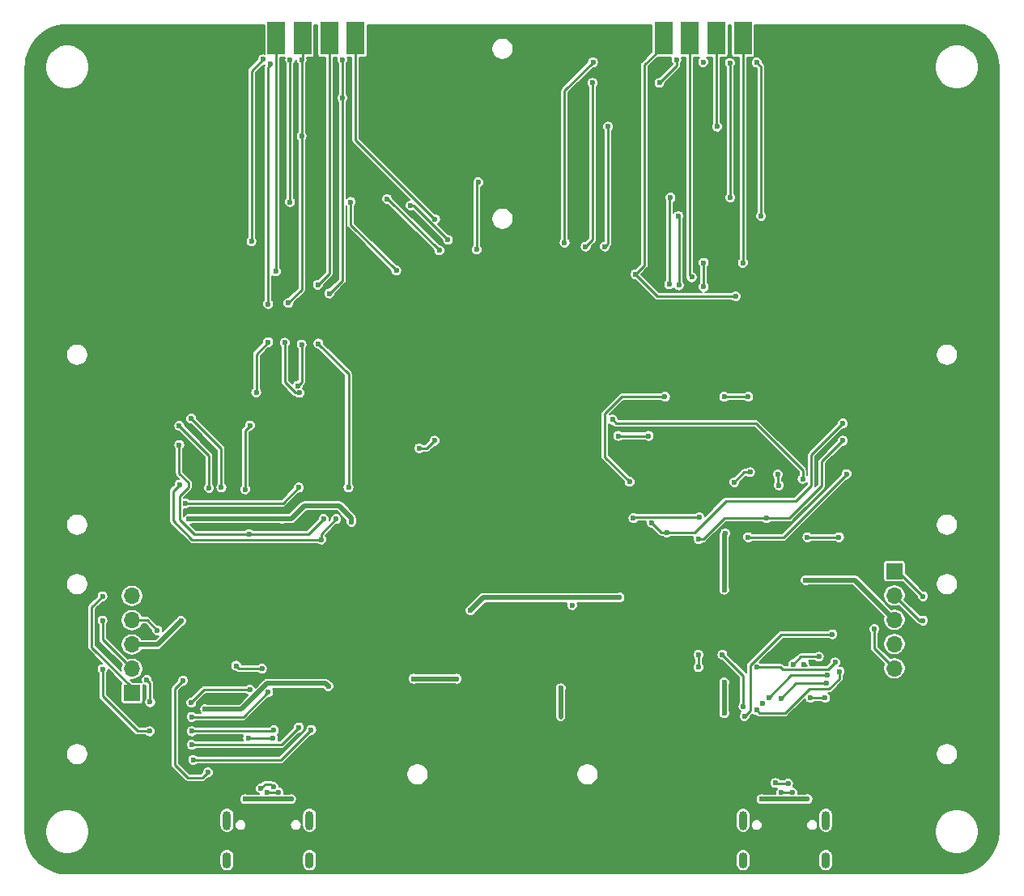
<source format=gbr>
G04 #@! TF.GenerationSoftware,KiCad,Pcbnew,5.1.9-73d0e3b20d~88~ubuntu20.04.1*
G04 #@! TF.CreationDate,2021-03-17T08:49:08+01:00*
G04 #@! TF.ProjectId,rs232-sniffer,72733233-322d-4736-9e69-666665722e6b,V20.0.1*
G04 #@! TF.SameCoordinates,PX206cc80PY7bfa480*
G04 #@! TF.FileFunction,Copper,L2,Bot*
G04 #@! TF.FilePolarity,Positive*
%FSLAX46Y46*%
G04 Gerber Fmt 4.6, Leading zero omitted, Abs format (unit mm)*
G04 Created by KiCad (PCBNEW 5.1.9-73d0e3b20d~88~ubuntu20.04.1) date 2021-03-17 08:49:08*
%MOMM*%
%LPD*%
G01*
G04 APERTURE LIST*
G04 #@! TA.AperFunction,SMDPad,CuDef*
%ADD10R,1.846667X3.480000*%
G04 #@! TD*
G04 #@! TA.AperFunction,ComponentPad*
%ADD11O,0.900000X1.700000*%
G04 #@! TD*
G04 #@! TA.AperFunction,ComponentPad*
%ADD12O,0.900000X2.000000*%
G04 #@! TD*
G04 #@! TA.AperFunction,ComponentPad*
%ADD13O,1.700000X1.700000*%
G04 #@! TD*
G04 #@! TA.AperFunction,ComponentPad*
%ADD14R,1.700000X1.700000*%
G04 #@! TD*
G04 #@! TA.AperFunction,ViaPad*
%ADD15C,0.600000*%
G04 #@! TD*
G04 #@! TA.AperFunction,Conductor*
%ADD16C,0.250000*%
G04 #@! TD*
G04 #@! TA.AperFunction,Conductor*
%ADD17C,0.500000*%
G04 #@! TD*
G04 #@! TA.AperFunction,Conductor*
%ADD18C,0.200000*%
G04 #@! TD*
G04 #@! TA.AperFunction,Conductor*
%ADD19C,0.100000*%
G04 #@! TD*
G04 APERTURE END LIST*
D10*
X35155000Y88000000D03*
X32385000Y88000000D03*
X29615000Y88000000D03*
X26845000Y88000000D03*
X67345000Y88000000D03*
X70115000Y88000000D03*
X72885000Y88000000D03*
X75655000Y88000000D03*
D11*
X30320000Y2010000D03*
X21680000Y2010000D03*
D12*
X30320000Y6180000D03*
X21680000Y6180000D03*
X75680000Y6180000D03*
X84320000Y6180000D03*
D11*
X75680000Y2010000D03*
X84320000Y2010000D03*
D13*
X11750000Y32200000D03*
X11750000Y29660000D03*
X11750000Y27120000D03*
X11750000Y24580000D03*
X11750000Y22040000D03*
D14*
X11750000Y19500000D03*
D13*
X91500000Y19550000D03*
X91500000Y22090000D03*
X91500000Y24630000D03*
X91500000Y27170000D03*
X91500000Y29710000D03*
D14*
X91500000Y32250000D03*
D15*
X22450000Y78650000D03*
X38250000Y87900000D03*
X64100000Y87800000D03*
X22500000Y82950000D03*
X22450000Y61350000D03*
X22400000Y65850000D03*
X22450000Y70150000D03*
X36750000Y49400000D03*
X22400000Y52700000D03*
X22400000Y87150000D03*
X60200000Y22500000D03*
X21300000Y49350000D03*
X31800000Y49350000D03*
X26000000Y49450000D03*
X54887500Y28687500D03*
X45500000Y29900000D03*
X44350000Y22550000D03*
X36000000Y10000000D03*
X36000000Y5000000D03*
X40300000Y5550000D03*
X61000000Y5000000D03*
X66000000Y5000000D03*
X66000000Y10000000D03*
X56000000Y40000000D03*
X51000000Y45000000D03*
X46000000Y40000000D03*
X41000000Y36000000D03*
X11000000Y35000000D03*
X91000000Y60000000D03*
X91000000Y65000000D03*
X91000000Y70000000D03*
X91000000Y75000000D03*
X91000000Y80000000D03*
X91000000Y85000000D03*
X56000000Y60000000D03*
X51000000Y60000000D03*
X46000000Y60000000D03*
X36000000Y60000000D03*
X80150000Y84350000D03*
X80300000Y88600000D03*
X30200000Y75250000D03*
X71850000Y77200000D03*
X69100000Y75300000D03*
X35350000Y75250000D03*
X19650000Y9300000D03*
X31250000Y7550000D03*
X22450000Y8400000D03*
X20650000Y13150000D03*
X18900000Y14900000D03*
X81900000Y49050000D03*
X80350000Y53400000D03*
X80900000Y41900000D03*
X76850000Y41150000D03*
X22400000Y56900000D03*
X80300000Y79550000D03*
X80250000Y72050000D03*
X80300000Y67550000D03*
X80300000Y62800000D03*
X80400000Y57800000D03*
X76850000Y49050000D03*
X81950000Y37000000D03*
X11100000Y36800000D03*
X2050000Y10300000D03*
X9300000Y10300000D03*
X20850000Y10250000D03*
X19750000Y20600000D03*
X24900000Y36900000D03*
X26200000Y41000000D03*
X30600000Y41000000D03*
X36950000Y40750000D03*
X35750000Y36750000D03*
X50550000Y15950000D03*
X44200000Y10600000D03*
X49200000Y10450000D03*
X51750000Y10500000D03*
X54350000Y10500000D03*
X56850000Y10550000D03*
X61150000Y10700000D03*
X102150000Y11800000D03*
X92050000Y11800000D03*
X92150000Y35850000D03*
X102150000Y35800000D03*
X83150000Y38000000D03*
X72450000Y41050000D03*
X65950000Y49100000D03*
X73350000Y49100000D03*
X75000000Y75300000D03*
X75650000Y7950000D03*
X84300000Y8250000D03*
X53750000Y66500000D03*
X47000000Y66500000D03*
X24250000Y66750000D03*
X43900000Y65800000D03*
X38425000Y71175000D03*
X25450000Y85775010D03*
X28300000Y85750000D03*
X28279990Y70870010D03*
X39400000Y63700000D03*
X34620010Y70870010D03*
X26000000Y60200000D03*
X26200000Y85300000D03*
X33750000Y81750000D03*
X33750000Y85750000D03*
X32399997Y61299997D03*
X44800000Y66900000D03*
X40900000Y70500000D03*
X26800000Y63600000D03*
X29500000Y85750000D03*
X29500000Y77750000D03*
X28100000Y60300000D03*
X47800000Y65900000D03*
X47975000Y72920000D03*
X31200000Y62200000D03*
X77100000Y85450000D03*
X77550000Y69400000D03*
X68950000Y62150000D03*
X68900000Y69400000D03*
X74300000Y85400000D03*
X74324990Y71324990D03*
X67950000Y62250000D03*
X68075010Y71324990D03*
X57000000Y66600000D03*
X59975000Y85475000D03*
X71500000Y85500000D03*
X68700000Y85750000D03*
X59200000Y66200000D03*
X59925010Y83324990D03*
X66924990Y83324990D03*
X75650011Y64500011D03*
X71550000Y62000000D03*
X71550011Y64500011D03*
X72950000Y78750000D03*
X61200000Y66200000D03*
X61550000Y78750000D03*
X70300000Y63000000D03*
X64400000Y63300000D03*
X74900000Y61000000D03*
X82200000Y31300000D03*
X47150000Y28149986D03*
X16900000Y27050000D03*
X62750002Y29500000D03*
X56600000Y20000000D03*
X73700000Y30300000D03*
X73800000Y36200000D03*
X73700000Y17400000D03*
X73700000Y20600000D03*
X27445000Y37745000D03*
X17700000Y37700000D03*
X34700000Y37400000D03*
X45700000Y21000000D03*
X41200000Y21000000D03*
X32300000Y20200000D03*
X19400000Y17800000D03*
X57800000Y28700000D03*
X94475000Y27080000D03*
X94475000Y29620000D03*
X89400000Y26200000D03*
X23600000Y8400000D03*
X28400000Y8400000D03*
X14400000Y26050000D03*
X13650000Y18550000D03*
X13300000Y20850000D03*
X8675000Y27080000D03*
X8675000Y29620000D03*
X77600000Y8400000D03*
X82400000Y8400000D03*
X27750000Y56150002D03*
X29275118Y50900401D03*
X23600000Y40800000D03*
X24109373Y47489972D03*
X24750000Y50950002D03*
X26000000Y56199998D03*
X29500000Y55950002D03*
X29100000Y51650000D03*
X34400000Y41000000D03*
X31250000Y56050002D03*
X41800000Y45100000D03*
X43400000Y45900000D03*
X71100000Y37900000D03*
X64200000Y37800000D03*
X65800000Y46400000D03*
X62600000Y46400000D03*
X62000000Y48100000D03*
X81900000Y41900000D03*
X18000000Y15500000D03*
X26600000Y15600000D03*
X18000000Y17000000D03*
X26000000Y19599998D03*
X19700000Y11200000D03*
X17100000Y20800000D03*
X25350000Y22050000D03*
X22650000Y22350000D03*
X18000000Y14100000D03*
X29200000Y15900000D03*
X17950000Y18500000D03*
X24095000Y19845000D03*
X18150000Y12500000D03*
X30500006Y15650000D03*
X23900000Y14800000D03*
X26500000Y14800000D03*
X17950000Y48200000D03*
X21100000Y41000000D03*
X16700000Y47450000D03*
X19800000Y40950000D03*
X33100000Y37700000D03*
X31550000Y35550000D03*
X16743406Y41306594D03*
X31800000Y37700000D03*
X23993406Y36125010D03*
X16700000Y45450000D03*
X29200000Y41000000D03*
X17325010Y39355916D03*
X84400000Y20500000D03*
X79650000Y18950000D03*
X75700000Y18100000D03*
X73500000Y23500000D03*
X77095000Y17705000D03*
X85750000Y21750000D03*
X75825000Y17075000D03*
X85000000Y25650000D03*
X78350000Y19050000D03*
X84478470Y21374990D03*
X82700000Y19000000D03*
X84250000Y19000000D03*
X82053833Y22525010D03*
X71000000Y23500000D03*
X71000000Y22200000D03*
X77700000Y18400000D03*
X85300000Y22700000D03*
X77090000Y22200000D03*
X83600000Y23300000D03*
X80946298Y22525010D03*
X76400000Y42600000D03*
X74750000Y41550000D03*
X76200000Y35800000D03*
X86499998Y42400000D03*
X76200000Y50500000D03*
X73700000Y50500000D03*
X67500000Y50500000D03*
X63800000Y41600000D03*
X67700000Y36300000D03*
X66100000Y37324990D03*
X86100000Y47700000D03*
X79308221Y42374990D03*
X79400000Y41224979D03*
X86100000Y45900000D03*
X78100000Y37800000D03*
X71000000Y35600000D03*
X85700000Y35800000D03*
X82400000Y35800000D03*
X8675000Y22000000D03*
X13600000Y15500000D03*
X79059990Y10092883D03*
X80374848Y10013670D03*
X79675010Y9100000D03*
X80825022Y9100000D03*
X25232073Y9512139D03*
X26550012Y9675020D03*
X27088962Y9100010D03*
X25858705Y9100010D03*
X43456594Y69056594D03*
D16*
X43900000Y65800000D02*
X38525000Y71175000D01*
X38525000Y71175000D02*
X38425000Y71175000D01*
X24250000Y84575010D02*
X25450000Y85775010D01*
X24250000Y66750000D02*
X24250000Y84575010D01*
X28300000Y85750000D02*
X28300000Y70890020D01*
X28300000Y70890020D02*
X28279990Y70870010D01*
X39400000Y63700000D02*
X34620010Y68479990D01*
X34620010Y68479990D02*
X34620010Y70870010D01*
X26000000Y60200000D02*
X26000000Y85000000D01*
X26200000Y85200000D02*
X26200000Y85300000D01*
X26000000Y85000000D02*
X26200000Y85200000D01*
X33750000Y81750000D02*
X33750000Y85750000D01*
X33750000Y62650000D02*
X32399997Y61299997D01*
X33750000Y81750000D02*
X33750000Y62650000D01*
X44800000Y66900000D02*
X41200000Y70500000D01*
X41200000Y70500000D02*
X40900000Y70500000D01*
X26845000Y88000000D02*
X26845000Y63645000D01*
X26845000Y63645000D02*
X26800000Y63600000D01*
X29615000Y88000000D02*
X29615000Y85865000D01*
X29615000Y85865000D02*
X29500000Y85750000D01*
X29500000Y85750000D02*
X29500000Y77750000D01*
X29500000Y61700000D02*
X29500000Y77750000D01*
X28100000Y60300000D02*
X29500000Y61700000D01*
X47800000Y65900000D02*
X47800000Y72745000D01*
X47800000Y72745000D02*
X47975000Y72920000D01*
X32385000Y63385000D02*
X31200000Y62200000D01*
X32385000Y88000000D02*
X32385000Y63385000D01*
X77100000Y85450000D02*
X77550000Y85000000D01*
X77550000Y85000000D02*
X77550000Y69400000D01*
X68950000Y62150000D02*
X68950000Y69350000D01*
X68950000Y69350000D02*
X68900000Y69400000D01*
X74300000Y85400000D02*
X74300000Y71349980D01*
X74300000Y71349980D02*
X74324990Y71324990D01*
X67950000Y62250000D02*
X67950000Y71199980D01*
X67950000Y71199980D02*
X68075010Y71324990D01*
X57000000Y66600000D02*
X57000000Y82500000D01*
X57000000Y82500000D02*
X59975000Y85475000D01*
X59200000Y66200000D02*
X59925010Y66925010D01*
X59925010Y66925010D02*
X59925010Y83324990D01*
X68700000Y85750000D02*
X68700000Y85100000D01*
X68700000Y85100000D02*
X66924990Y83324990D01*
X75655000Y64505000D02*
X75650011Y64500011D01*
X75655000Y88000000D02*
X75655000Y64505000D01*
X71550000Y62000000D02*
X71550000Y64500000D01*
X71550000Y64500000D02*
X71550011Y64500011D01*
X72885000Y78815000D02*
X72950000Y78750000D01*
X72885000Y88000000D02*
X72885000Y78815000D01*
X61200000Y66200000D02*
X61550000Y66550000D01*
X61550000Y66550000D02*
X61550000Y78750000D01*
X70115000Y88000000D02*
X70115000Y63185000D01*
X70115000Y63185000D02*
X70300000Y63000000D01*
X64400000Y63300000D02*
X66700000Y61000000D01*
X66700000Y61000000D02*
X74900000Y61000000D01*
X65350000Y64250000D02*
X64400000Y63300000D01*
X65350000Y85200000D02*
X65350000Y64250000D01*
X67345000Y87195000D02*
X65350000Y85200000D01*
X67345000Y88000000D02*
X67345000Y87195000D01*
D17*
X87370000Y31300000D02*
X91500000Y27170000D01*
X82200000Y31300000D02*
X87370000Y31300000D01*
X14430000Y24580000D02*
X16900000Y27050000D01*
X11750000Y24580000D02*
X14430000Y24580000D01*
X48500014Y29500000D02*
X62750002Y29500000D01*
X47150000Y28149986D02*
X48500014Y29500000D01*
X56600000Y20000000D02*
X56600000Y17000000D01*
X73700000Y30300000D02*
X73700000Y36100000D01*
X73700000Y36100000D02*
X73800000Y36200000D01*
X73700000Y17400000D02*
X73700000Y20600000D01*
X27445000Y37745000D02*
X17745000Y37745000D01*
X17745000Y37745000D02*
X17700000Y37700000D01*
X27445000Y37745000D02*
X28445000Y37745000D01*
X28445000Y37745000D02*
X29800000Y39100000D01*
X29800000Y39100000D02*
X33400000Y39100000D01*
X33400000Y39100000D02*
X34700000Y37800000D01*
X34700000Y37800000D02*
X34700000Y37400000D01*
X45700000Y21000000D02*
X42100000Y21000000D01*
X42100000Y21000000D02*
X41200000Y21000000D01*
X32300000Y20200000D02*
X32000000Y20500000D01*
X32000000Y20500000D02*
X25900000Y20500000D01*
X25900000Y20500000D02*
X23200000Y17800000D01*
X23200000Y17800000D02*
X19400000Y17800000D01*
D16*
X94130000Y27080000D02*
X94475000Y27080000D01*
X91500000Y29710000D02*
X94130000Y27080000D01*
X91845000Y32250000D02*
X94475000Y29620000D01*
X91500000Y32250000D02*
X91845000Y32250000D01*
X89400000Y24190000D02*
X89400000Y26200000D01*
X91500000Y22090000D02*
X89400000Y24190000D01*
D17*
X23600000Y8400000D02*
X28400000Y8400000D01*
D16*
X11750000Y27120000D02*
X13330000Y27120000D01*
X13330000Y27120000D02*
X14400000Y26050000D01*
X13650000Y20500000D02*
X13300000Y20850000D01*
X13650000Y18550000D02*
X13650000Y20500000D01*
X8675000Y25115000D02*
X8675000Y27080000D01*
X11750000Y22040000D02*
X8675000Y25115000D01*
X11750000Y19500000D02*
X11750000Y20100000D01*
X11750000Y20100000D02*
X7550000Y24300000D01*
X7550000Y28495000D02*
X8675000Y29620000D01*
X7550000Y24300000D02*
X7550000Y28495000D01*
D17*
X77600000Y8400000D02*
X82400000Y8400000D01*
D16*
X27750000Y52001255D02*
X28850854Y50900401D01*
X28850854Y50900401D02*
X29275118Y50900401D01*
X27750000Y56150002D02*
X27750000Y52001255D01*
X23600000Y46980599D02*
X24109373Y47489972D01*
X23600000Y40800000D02*
X23600000Y46980599D01*
X24750000Y54949998D02*
X26000000Y56199998D01*
X24750000Y50950002D02*
X24750000Y54949998D01*
X29500000Y52050000D02*
X29100000Y51650000D01*
X29500000Y55950002D02*
X29500000Y52050000D01*
X34400000Y52900002D02*
X31250000Y56050002D01*
X34400000Y41000000D02*
X34400000Y52900002D01*
X41800000Y45100000D02*
X42600000Y45100000D01*
X42600000Y45100000D02*
X43400000Y45900000D01*
X71100000Y37900000D02*
X64300000Y37900000D01*
X64300000Y37900000D02*
X64200000Y37800000D01*
X65800000Y46400000D02*
X62600000Y46400000D01*
X62000000Y48100000D02*
X62400000Y47700000D01*
X62400000Y47700000D02*
X77000000Y47700000D01*
X77000000Y47700000D02*
X81900000Y42800000D01*
X81900000Y42800000D02*
X81900000Y41900000D01*
X18000000Y15500000D02*
X26500000Y15500000D01*
X26500000Y15500000D02*
X26600000Y15600000D01*
X18000000Y17000000D02*
X23400002Y17000000D01*
X23400002Y17000000D02*
X26000000Y19599998D01*
X16250000Y12000000D02*
X16250000Y19950000D01*
X17600000Y10650000D02*
X16250000Y12000000D01*
X16250000Y19950000D02*
X17100000Y20800000D01*
X19700000Y11200000D02*
X19150000Y10650000D01*
X19150000Y10650000D02*
X17600000Y10650000D01*
X25350000Y22050000D02*
X22950000Y22050000D01*
X22950000Y22050000D02*
X22650000Y22350000D01*
X18000000Y14100000D02*
X27400000Y14100000D01*
X27400000Y14100000D02*
X29200000Y15900000D01*
X17950000Y18500000D02*
X19295000Y19845000D01*
X19295000Y19845000D02*
X24095000Y19845000D01*
X18150000Y12500000D02*
X27350006Y12500000D01*
X27350006Y12500000D02*
X30500006Y15650000D01*
X23900000Y14800000D02*
X26500000Y14800000D01*
X21100000Y45050000D02*
X21100000Y41000000D01*
X17950000Y48200000D02*
X21100000Y45050000D01*
X19800000Y44350000D02*
X19800000Y40950000D01*
X16700000Y47450000D02*
X19800000Y44350000D01*
X33100000Y37700000D02*
X31550000Y36150000D01*
X31550000Y36150000D02*
X31550000Y35550000D01*
X16049991Y40613179D02*
X16743406Y41306594D01*
X16049991Y37550009D02*
X16049991Y40613179D01*
X31550000Y35550000D02*
X18050000Y35550000D01*
X18050000Y35550000D02*
X16049991Y37550009D01*
X31800000Y37700000D02*
X30225010Y36125010D01*
X30225010Y36125010D02*
X23993406Y36125010D01*
X23968396Y36100000D02*
X23993406Y36125010D01*
X18250000Y36100000D02*
X23968396Y36100000D01*
X16750000Y37600000D02*
X18250000Y36100000D01*
X16750000Y40100000D02*
X16750000Y37600000D01*
X17650000Y41000000D02*
X16750000Y40100000D01*
X17650000Y41500000D02*
X17650000Y41000000D01*
X16700000Y42450000D02*
X17650000Y41500000D01*
X16700000Y45450000D02*
X16700000Y42450000D01*
X29200000Y41000000D02*
X27555916Y39355916D01*
X27555916Y39355916D02*
X17325010Y39355916D01*
X81200000Y20500000D02*
X79650000Y18950000D01*
X84400000Y20500000D02*
X81200000Y20500000D01*
X75700000Y18100000D02*
X75700000Y21300000D01*
X75700000Y21300000D02*
X73500000Y23500000D01*
X80055001Y17405001D02*
X77394999Y17405001D01*
X85750000Y21750000D02*
X85750000Y20998996D01*
X85750000Y20998996D02*
X84676002Y19924998D01*
X84676002Y19924998D02*
X82574998Y19924998D01*
X82574998Y19924998D02*
X80055001Y17405001D01*
X77394999Y17405001D02*
X77095000Y17705000D01*
X85000000Y25650000D02*
X79688996Y25650000D01*
X79688996Y25650000D02*
X76400000Y22361004D01*
X76400000Y22361004D02*
X76400000Y17650000D01*
X76400000Y17650000D02*
X75825000Y17075000D01*
X78350000Y19050000D02*
X80674990Y21374990D01*
X80674990Y21374990D02*
X84478470Y21374990D01*
X82700000Y19000000D02*
X84250000Y19000000D01*
X82178843Y22400000D02*
X82053833Y22525010D01*
X82250000Y22400000D02*
X82178843Y22400000D01*
X71000000Y23500000D02*
X71000000Y22200000D01*
X85300000Y22700000D02*
X84550000Y21950000D01*
X84550000Y21950000D02*
X79850000Y21950000D01*
X79600000Y22200000D02*
X77090000Y22200000D01*
X79850000Y21950000D02*
X79600000Y22200000D01*
X81721288Y23300000D02*
X80946298Y22525010D01*
X83600000Y23300000D02*
X81721288Y23300000D01*
X75800000Y42600000D02*
X74750000Y41550000D01*
X76400000Y42600000D02*
X75800000Y42600000D01*
X76200000Y35800000D02*
X79899998Y35800000D01*
X79899998Y35800000D02*
X86499998Y42400000D01*
X76200000Y50500000D02*
X73700000Y50500000D01*
X67500000Y50500000D02*
X63000000Y50500000D01*
X63000000Y50500000D02*
X61200000Y48700000D01*
X61200000Y48700000D02*
X61200000Y44200000D01*
X61200000Y44200000D02*
X63800000Y41600000D01*
X67124990Y36300000D02*
X66100000Y37324990D01*
X67700000Y36300000D02*
X67124990Y36300000D01*
X86100000Y47700000D02*
X82800000Y44400000D01*
X82800000Y44400000D02*
X82800000Y41200000D01*
X82800000Y41200000D02*
X81200000Y39600000D01*
X81200000Y39600000D02*
X73900000Y39600000D01*
X70600000Y36300000D02*
X67700000Y36300000D01*
X73900000Y39600000D02*
X70600000Y36300000D01*
X79308221Y41316758D02*
X79400000Y41224979D01*
X79308221Y42374990D02*
X79308221Y41316758D01*
X86100000Y45900000D02*
X83900000Y43700000D01*
X83900000Y43700000D02*
X83900000Y41200000D01*
X83900000Y41200000D02*
X80500000Y37800000D01*
X80500000Y37800000D02*
X78100000Y37800000D01*
X78100000Y37800000D02*
X73700000Y37800000D01*
X73700000Y37800000D02*
X71500000Y35600000D01*
X71500000Y35600000D02*
X71000000Y35600000D01*
X85700000Y35800000D02*
X82400000Y35800000D01*
X8675000Y22000000D02*
X8675000Y19175000D01*
X12350000Y15500000D02*
X13600000Y15500000D01*
X8675000Y19175000D02*
X12350000Y15500000D01*
X80374848Y10013670D02*
X79139203Y10013670D01*
X79139203Y10013670D02*
X79059990Y10092883D01*
X79675010Y9100000D02*
X80825022Y9100000D01*
X26250013Y9975019D02*
X26550012Y9675020D01*
X25694953Y9975019D02*
X26250013Y9975019D01*
X25232073Y9512139D02*
X25694953Y9975019D01*
X25858705Y9100010D02*
X27088962Y9100010D01*
X35155000Y77358188D02*
X43456594Y69056594D01*
X35155000Y88000000D02*
X35155000Y77358188D01*
D18*
X25620216Y86352906D02*
X25509095Y86375010D01*
X25390905Y86375010D01*
X25274986Y86351952D01*
X25165793Y86306723D01*
X25067522Y86241060D01*
X24983950Y86157488D01*
X24918287Y86059217D01*
X24873058Y85950024D01*
X24850000Y85834105D01*
X24850000Y85776051D01*
X23964239Y84890289D01*
X23948027Y84876984D01*
X23934722Y84860772D01*
X23934720Y84860770D01*
X23922454Y84845823D01*
X23894917Y84812270D01*
X23858916Y84744916D01*
X23855453Y84738437D01*
X23831150Y84658324D01*
X23822945Y84575010D01*
X23825001Y84554133D01*
X23825000Y67173528D01*
X23783950Y67132478D01*
X23718287Y67034207D01*
X23673058Y66925014D01*
X23650000Y66809095D01*
X23650000Y66690905D01*
X23673058Y66574986D01*
X23718287Y66465793D01*
X23783950Y66367522D01*
X23867522Y66283950D01*
X23965793Y66218287D01*
X24074986Y66173058D01*
X24190905Y66150000D01*
X24309095Y66150000D01*
X24425014Y66173058D01*
X24534207Y66218287D01*
X24632478Y66283950D01*
X24716050Y66367522D01*
X24781713Y66465793D01*
X24826942Y66574986D01*
X24850000Y66690905D01*
X24850000Y66809095D01*
X24826942Y66925014D01*
X24781713Y67034207D01*
X24716050Y67132478D01*
X24675000Y67173528D01*
X24675000Y84398970D01*
X25451041Y85175010D01*
X25509095Y85175010D01*
X25609149Y85194912D01*
X25612711Y85177005D01*
X25605453Y85163427D01*
X25581150Y85083314D01*
X25572945Y85000000D01*
X25575001Y84979123D01*
X25575000Y60623528D01*
X25533950Y60582478D01*
X25468287Y60484207D01*
X25423058Y60375014D01*
X25400000Y60259095D01*
X25400000Y60140905D01*
X25423058Y60024986D01*
X25468287Y59915793D01*
X25533950Y59817522D01*
X25617522Y59733950D01*
X25715793Y59668287D01*
X25824986Y59623058D01*
X25940905Y59600000D01*
X26059095Y59600000D01*
X26175014Y59623058D01*
X26284207Y59668287D01*
X26382478Y59733950D01*
X26466050Y59817522D01*
X26531713Y59915793D01*
X26576942Y60024986D01*
X26600000Y60140905D01*
X26600000Y60259095D01*
X26576942Y60375014D01*
X26531713Y60484207D01*
X26466050Y60582478D01*
X26425000Y60623528D01*
X26425000Y63128953D01*
X26515793Y63068287D01*
X26624986Y63023058D01*
X26740905Y63000000D01*
X26859095Y63000000D01*
X26975014Y63023058D01*
X27084207Y63068287D01*
X27182478Y63133950D01*
X27266050Y63217522D01*
X27331713Y63315793D01*
X27376942Y63424986D01*
X27400000Y63540905D01*
X27400000Y63659095D01*
X27376942Y63775014D01*
X27331713Y63884207D01*
X27270000Y63976566D01*
X27270000Y85958549D01*
X27736949Y85958549D01*
X27723058Y85925014D01*
X27700000Y85809095D01*
X27700000Y85690905D01*
X27723058Y85574986D01*
X27768287Y85465793D01*
X27833950Y85367522D01*
X27875000Y85326472D01*
X27875001Y71313549D01*
X27813940Y71252488D01*
X27748277Y71154217D01*
X27703048Y71045024D01*
X27679990Y70929105D01*
X27679990Y70810915D01*
X27703048Y70694996D01*
X27748277Y70585803D01*
X27813940Y70487532D01*
X27897512Y70403960D01*
X27995783Y70338297D01*
X28104976Y70293068D01*
X28220895Y70270010D01*
X28339085Y70270010D01*
X28455004Y70293068D01*
X28564197Y70338297D01*
X28662468Y70403960D01*
X28746040Y70487532D01*
X28811703Y70585803D01*
X28856932Y70694996D01*
X28879990Y70810915D01*
X28879990Y70929105D01*
X28856932Y71045024D01*
X28811703Y71154217D01*
X28746040Y71252488D01*
X28725000Y71273528D01*
X28725000Y85326472D01*
X28766050Y85367522D01*
X28831713Y85465793D01*
X28876942Y85574986D01*
X28900000Y85690905D01*
X28923058Y85574986D01*
X28968287Y85465793D01*
X29033950Y85367522D01*
X29075000Y85326472D01*
X29075001Y78173529D01*
X29033950Y78132478D01*
X28968287Y78034207D01*
X28923058Y77925014D01*
X28900000Y77809095D01*
X28900000Y77690905D01*
X28923058Y77574986D01*
X28968287Y77465793D01*
X29033950Y77367522D01*
X29075001Y77326471D01*
X29075000Y61876041D01*
X28098960Y60900000D01*
X28040905Y60900000D01*
X27924986Y60876942D01*
X27815793Y60831713D01*
X27717522Y60766050D01*
X27633950Y60682478D01*
X27568287Y60584207D01*
X27523058Y60475014D01*
X27500000Y60359095D01*
X27500000Y60240905D01*
X27523058Y60124986D01*
X27568287Y60015793D01*
X27633950Y59917522D01*
X27717522Y59833950D01*
X27815793Y59768287D01*
X27924986Y59723058D01*
X28040905Y59700000D01*
X28159095Y59700000D01*
X28275014Y59723058D01*
X28384207Y59768287D01*
X28482478Y59833950D01*
X28566050Y59917522D01*
X28631713Y60015793D01*
X28676942Y60124986D01*
X28700000Y60240905D01*
X28700000Y60298960D01*
X29785763Y61384722D01*
X29801974Y61398026D01*
X29855084Y61462740D01*
X29894548Y61536573D01*
X29918850Y61616686D01*
X29925000Y61679126D01*
X29925000Y61679133D01*
X29927055Y61700000D01*
X29925000Y61720867D01*
X29925000Y77326472D01*
X29966050Y77367522D01*
X30031713Y77465793D01*
X30076942Y77574986D01*
X30100000Y77690905D01*
X30100000Y77809095D01*
X30076942Y77925014D01*
X30031713Y78034207D01*
X29966050Y78132478D01*
X29925000Y78173528D01*
X29925000Y85326472D01*
X29966050Y85367522D01*
X30031713Y85465793D01*
X30076942Y85574986D01*
X30100000Y85690905D01*
X30100000Y85809095D01*
X30076942Y85925014D01*
X30063051Y85958549D01*
X30538333Y85958549D01*
X30597143Y85964341D01*
X30653693Y85981496D01*
X30705810Y86009353D01*
X30751491Y86046842D01*
X30788980Y86092523D01*
X30816837Y86144640D01*
X30833992Y86201190D01*
X30839784Y86260000D01*
X30839784Y89400000D01*
X31160216Y89400000D01*
X31160216Y86260000D01*
X31166008Y86201190D01*
X31183163Y86144640D01*
X31211020Y86092523D01*
X31248509Y86046842D01*
X31294190Y86009353D01*
X31346307Y85981496D01*
X31402857Y85964341D01*
X31461667Y85958549D01*
X31960000Y85958549D01*
X31960001Y63561042D01*
X31198960Y62800000D01*
X31140905Y62800000D01*
X31024986Y62776942D01*
X30915793Y62731713D01*
X30817522Y62666050D01*
X30733950Y62582478D01*
X30668287Y62484207D01*
X30623058Y62375014D01*
X30600000Y62259095D01*
X30600000Y62140905D01*
X30623058Y62024986D01*
X30668287Y61915793D01*
X30733950Y61817522D01*
X30817522Y61733950D01*
X30915793Y61668287D01*
X31024986Y61623058D01*
X31140905Y61600000D01*
X31259095Y61600000D01*
X31375014Y61623058D01*
X31484207Y61668287D01*
X31582478Y61733950D01*
X31666050Y61817522D01*
X31731713Y61915793D01*
X31776942Y62024986D01*
X31800000Y62140905D01*
X31800000Y62198960D01*
X32670762Y63069721D01*
X32686974Y63083026D01*
X32700905Y63100000D01*
X32706530Y63106855D01*
X32740084Y63147740D01*
X32779548Y63221573D01*
X32796478Y63277383D01*
X32803850Y63301685D01*
X32805410Y63317522D01*
X32810000Y63364126D01*
X32810000Y63364132D01*
X32812055Y63384999D01*
X32810000Y63405866D01*
X32810000Y85958549D01*
X33186949Y85958549D01*
X33173058Y85925014D01*
X33150000Y85809095D01*
X33150000Y85690905D01*
X33173058Y85574986D01*
X33218287Y85465793D01*
X33283950Y85367522D01*
X33325001Y85326471D01*
X33325000Y82173528D01*
X33283950Y82132478D01*
X33218287Y82034207D01*
X33173058Y81925014D01*
X33150000Y81809095D01*
X33150000Y81690905D01*
X33173058Y81574986D01*
X33218287Y81465793D01*
X33283950Y81367522D01*
X33325000Y81326472D01*
X33325001Y62826041D01*
X32398957Y61899997D01*
X32340902Y61899997D01*
X32224983Y61876939D01*
X32115790Y61831710D01*
X32017519Y61766047D01*
X31933947Y61682475D01*
X31868284Y61584204D01*
X31823055Y61475011D01*
X31799997Y61359092D01*
X31799997Y61240902D01*
X31823055Y61124983D01*
X31868284Y61015790D01*
X31933947Y60917519D01*
X32017519Y60833947D01*
X32115790Y60768284D01*
X32224983Y60723055D01*
X32340902Y60699997D01*
X32459092Y60699997D01*
X32575011Y60723055D01*
X32684204Y60768284D01*
X32782475Y60833947D01*
X32866047Y60917519D01*
X32931710Y61015790D01*
X32976939Y61124983D01*
X32999997Y61240902D01*
X32999997Y61298957D01*
X34035756Y62334716D01*
X34051974Y62348026D01*
X34105084Y62412740D01*
X34144548Y62486573D01*
X34168850Y62566686D01*
X34175000Y62629126D01*
X34177056Y62650000D01*
X34175000Y62670874D01*
X34175000Y70466492D01*
X34195011Y70446481D01*
X34195010Y68500857D01*
X34192955Y68479990D01*
X34195010Y68459123D01*
X34195010Y68459117D01*
X34201160Y68396677D01*
X34225462Y68316564D01*
X34264926Y68242731D01*
X34318036Y68178016D01*
X34334254Y68164706D01*
X38800000Y63698959D01*
X38800000Y63640905D01*
X38823058Y63524986D01*
X38868287Y63415793D01*
X38933950Y63317522D01*
X39017522Y63233950D01*
X39115793Y63168287D01*
X39224986Y63123058D01*
X39340905Y63100000D01*
X39459095Y63100000D01*
X39575014Y63123058D01*
X39684207Y63168287D01*
X39782478Y63233950D01*
X39866050Y63317522D01*
X39931713Y63415793D01*
X39976942Y63524986D01*
X40000000Y63640905D01*
X40000000Y63759095D01*
X39976942Y63875014D01*
X39931713Y63984207D01*
X39866050Y64082478D01*
X39782478Y64166050D01*
X39684207Y64231713D01*
X39575014Y64276942D01*
X39459095Y64300000D01*
X39401041Y64300000D01*
X35045010Y68656030D01*
X35045010Y70446482D01*
X35086060Y70487532D01*
X35151723Y70585803D01*
X35196952Y70694996D01*
X35220010Y70810915D01*
X35220010Y70929105D01*
X35196952Y71045024D01*
X35151723Y71154217D01*
X35098350Y71234095D01*
X37825000Y71234095D01*
X37825000Y71115905D01*
X37848058Y70999986D01*
X37893287Y70890793D01*
X37958950Y70792522D01*
X38042522Y70708950D01*
X38140793Y70643287D01*
X38249986Y70598058D01*
X38365905Y70575000D01*
X38484095Y70575000D01*
X38517346Y70581614D01*
X43300000Y65798959D01*
X43300000Y65740905D01*
X43323058Y65624986D01*
X43368287Y65515793D01*
X43433950Y65417522D01*
X43517522Y65333950D01*
X43615793Y65268287D01*
X43724986Y65223058D01*
X43840905Y65200000D01*
X43959095Y65200000D01*
X44075014Y65223058D01*
X44184207Y65268287D01*
X44282478Y65333950D01*
X44366050Y65417522D01*
X44431713Y65515793D01*
X44476942Y65624986D01*
X44500000Y65740905D01*
X44500000Y65859095D01*
X44480109Y65959095D01*
X47200000Y65959095D01*
X47200000Y65840905D01*
X47223058Y65724986D01*
X47268287Y65615793D01*
X47333950Y65517522D01*
X47417522Y65433950D01*
X47515793Y65368287D01*
X47624986Y65323058D01*
X47740905Y65300000D01*
X47859095Y65300000D01*
X47975014Y65323058D01*
X48084207Y65368287D01*
X48182478Y65433950D01*
X48266050Y65517522D01*
X48331713Y65615793D01*
X48376942Y65724986D01*
X48400000Y65840905D01*
X48400000Y65959095D01*
X48376942Y66075014D01*
X48331713Y66184207D01*
X48266050Y66282478D01*
X48225000Y66323528D01*
X48225000Y66659095D01*
X56400000Y66659095D01*
X56400000Y66540905D01*
X56423058Y66424986D01*
X56468287Y66315793D01*
X56533950Y66217522D01*
X56617522Y66133950D01*
X56715793Y66068287D01*
X56824986Y66023058D01*
X56940905Y66000000D01*
X57059095Y66000000D01*
X57175014Y66023058D01*
X57284207Y66068287D01*
X57382478Y66133950D01*
X57466050Y66217522D01*
X57493828Y66259095D01*
X58600000Y66259095D01*
X58600000Y66140905D01*
X58623058Y66024986D01*
X58668287Y65915793D01*
X58733950Y65817522D01*
X58817522Y65733950D01*
X58915793Y65668287D01*
X59024986Y65623058D01*
X59140905Y65600000D01*
X59259095Y65600000D01*
X59375014Y65623058D01*
X59484207Y65668287D01*
X59582478Y65733950D01*
X59666050Y65817522D01*
X59731713Y65915793D01*
X59776942Y66024986D01*
X59800000Y66140905D01*
X59800000Y66198960D01*
X59860135Y66259095D01*
X60600000Y66259095D01*
X60600000Y66140905D01*
X60623058Y66024986D01*
X60668287Y65915793D01*
X60733950Y65817522D01*
X60817522Y65733950D01*
X60915793Y65668287D01*
X61024986Y65623058D01*
X61140905Y65600000D01*
X61259095Y65600000D01*
X61375014Y65623058D01*
X61484207Y65668287D01*
X61582478Y65733950D01*
X61666050Y65817522D01*
X61731713Y65915793D01*
X61776942Y66024986D01*
X61800000Y66140905D01*
X61800000Y66198959D01*
X61835763Y66234722D01*
X61851974Y66248026D01*
X61905084Y66312740D01*
X61938370Y66375014D01*
X61944548Y66386572D01*
X61968850Y66466686D01*
X61969860Y66476942D01*
X61975000Y66529126D01*
X61975000Y66529133D01*
X61977055Y66550000D01*
X61975000Y66570867D01*
X61975000Y78326472D01*
X62016050Y78367522D01*
X62081713Y78465793D01*
X62126942Y78574986D01*
X62150000Y78690905D01*
X62150000Y78809095D01*
X62126942Y78925014D01*
X62081713Y79034207D01*
X62016050Y79132478D01*
X61932478Y79216050D01*
X61834207Y79281713D01*
X61725014Y79326942D01*
X61609095Y79350000D01*
X61490905Y79350000D01*
X61374986Y79326942D01*
X61265793Y79281713D01*
X61167522Y79216050D01*
X61083950Y79132478D01*
X61018287Y79034207D01*
X60973058Y78925014D01*
X60950000Y78809095D01*
X60950000Y78690905D01*
X60973058Y78574986D01*
X61018287Y78465793D01*
X61083950Y78367522D01*
X61125001Y78326471D01*
X61125000Y66796836D01*
X61024986Y66776942D01*
X60915793Y66731713D01*
X60817522Y66666050D01*
X60733950Y66582478D01*
X60668287Y66484207D01*
X60623058Y66375014D01*
X60600000Y66259095D01*
X59860135Y66259095D01*
X60210773Y66609732D01*
X60226984Y66623036D01*
X60280094Y66687750D01*
X60319558Y66761583D01*
X60343860Y66841696D01*
X60350010Y66904136D01*
X60350010Y66904143D01*
X60352065Y66925010D01*
X60350010Y66945877D01*
X60350010Y82901462D01*
X60391060Y82942512D01*
X60456723Y83040783D01*
X60501952Y83149976D01*
X60525010Y83265895D01*
X60525010Y83384085D01*
X60501952Y83500004D01*
X60456723Y83609197D01*
X60391060Y83707468D01*
X60307488Y83791040D01*
X60209217Y83856703D01*
X60100024Y83901932D01*
X59984105Y83924990D01*
X59865915Y83924990D01*
X59749996Y83901932D01*
X59640803Y83856703D01*
X59542532Y83791040D01*
X59458960Y83707468D01*
X59393297Y83609197D01*
X59348068Y83500004D01*
X59325010Y83384085D01*
X59325010Y83265895D01*
X59348068Y83149976D01*
X59393297Y83040783D01*
X59458960Y82942512D01*
X59500011Y82901461D01*
X59500010Y67101051D01*
X59198960Y66800000D01*
X59140905Y66800000D01*
X59024986Y66776942D01*
X58915793Y66731713D01*
X58817522Y66666050D01*
X58733950Y66582478D01*
X58668287Y66484207D01*
X58623058Y66375014D01*
X58600000Y66259095D01*
X57493828Y66259095D01*
X57531713Y66315793D01*
X57576942Y66424986D01*
X57600000Y66540905D01*
X57600000Y66659095D01*
X57576942Y66775014D01*
X57531713Y66884207D01*
X57466050Y66982478D01*
X57425000Y67023528D01*
X57425000Y82323960D01*
X59976041Y84875000D01*
X60034095Y84875000D01*
X60150014Y84898058D01*
X60259207Y84943287D01*
X60357478Y85008950D01*
X60441050Y85092522D01*
X60506713Y85190793D01*
X60551942Y85299986D01*
X60575000Y85415905D01*
X60575000Y85534095D01*
X60551942Y85650014D01*
X60506713Y85759207D01*
X60441050Y85857478D01*
X60357478Y85941050D01*
X60259207Y86006713D01*
X60150014Y86051942D01*
X60034095Y86075000D01*
X59915905Y86075000D01*
X59799986Y86051942D01*
X59690793Y86006713D01*
X59592522Y85941050D01*
X59508950Y85857478D01*
X59443287Y85759207D01*
X59398058Y85650014D01*
X59375000Y85534095D01*
X59375000Y85476041D01*
X56714239Y82815279D01*
X56698027Y82801974D01*
X56644917Y82737260D01*
X56605453Y82663427D01*
X56581150Y82583314D01*
X56572945Y82500000D01*
X56575001Y82479123D01*
X56575000Y67023528D01*
X56533950Y66982478D01*
X56468287Y66884207D01*
X56423058Y66775014D01*
X56400000Y66659095D01*
X48225000Y66659095D01*
X48225000Y69223265D01*
X49350000Y69223265D01*
X49350000Y68996735D01*
X49394194Y68774557D01*
X49480884Y68565271D01*
X49606737Y68376918D01*
X49766918Y68216737D01*
X49955271Y68090884D01*
X50164557Y68004194D01*
X50386735Y67960000D01*
X50613265Y67960000D01*
X50835443Y68004194D01*
X51044729Y68090884D01*
X51233082Y68216737D01*
X51393263Y68376918D01*
X51519116Y68565271D01*
X51605806Y68774557D01*
X51650000Y68996735D01*
X51650000Y69223265D01*
X51605806Y69445443D01*
X51519116Y69654729D01*
X51393263Y69843082D01*
X51233082Y70003263D01*
X51044729Y70129116D01*
X50835443Y70215806D01*
X50613265Y70260000D01*
X50386735Y70260000D01*
X50164557Y70215806D01*
X49955271Y70129116D01*
X49766918Y70003263D01*
X49606737Y69843082D01*
X49480884Y69654729D01*
X49394194Y69445443D01*
X49350000Y69223265D01*
X48225000Y69223265D01*
X48225000Y72374118D01*
X48259207Y72388287D01*
X48357478Y72453950D01*
X48441050Y72537522D01*
X48506713Y72635793D01*
X48551942Y72744986D01*
X48575000Y72860905D01*
X48575000Y72979095D01*
X48551942Y73095014D01*
X48506713Y73204207D01*
X48441050Y73302478D01*
X48357478Y73386050D01*
X48259207Y73451713D01*
X48150014Y73496942D01*
X48034095Y73520000D01*
X47915905Y73520000D01*
X47799986Y73496942D01*
X47690793Y73451713D01*
X47592522Y73386050D01*
X47508950Y73302478D01*
X47443287Y73204207D01*
X47398058Y73095014D01*
X47375000Y72979095D01*
X47375000Y72860905D01*
X47381351Y72828977D01*
X47381150Y72828314D01*
X47372945Y72745000D01*
X47375001Y72724123D01*
X47375000Y66323528D01*
X47333950Y66282478D01*
X47268287Y66184207D01*
X47223058Y66075014D01*
X47200000Y65959095D01*
X44480109Y65959095D01*
X44476942Y65975014D01*
X44431713Y66084207D01*
X44366050Y66182478D01*
X44282478Y66266050D01*
X44184207Y66331713D01*
X44075014Y66376942D01*
X43959095Y66400000D01*
X43901041Y66400000D01*
X39014585Y71286455D01*
X39001942Y71350014D01*
X38956713Y71459207D01*
X38891050Y71557478D01*
X38807478Y71641050D01*
X38709207Y71706713D01*
X38600014Y71751942D01*
X38484095Y71775000D01*
X38365905Y71775000D01*
X38249986Y71751942D01*
X38140793Y71706713D01*
X38042522Y71641050D01*
X37958950Y71557478D01*
X37893287Y71459207D01*
X37848058Y71350014D01*
X37825000Y71234095D01*
X35098350Y71234095D01*
X35086060Y71252488D01*
X35002488Y71336060D01*
X34904217Y71401723D01*
X34795024Y71446952D01*
X34679105Y71470010D01*
X34560915Y71470010D01*
X34444996Y71446952D01*
X34335803Y71401723D01*
X34237532Y71336060D01*
X34175000Y71273528D01*
X34175000Y81326472D01*
X34216050Y81367522D01*
X34281713Y81465793D01*
X34326942Y81574986D01*
X34350000Y81690905D01*
X34350000Y81809095D01*
X34326942Y81925014D01*
X34281713Y82034207D01*
X34216050Y82132478D01*
X34175000Y82173528D01*
X34175000Y85326472D01*
X34216050Y85367522D01*
X34281713Y85465793D01*
X34326942Y85574986D01*
X34350000Y85690905D01*
X34350000Y85809095D01*
X34326942Y85925014D01*
X34313051Y85958549D01*
X34730000Y85958549D01*
X34730001Y77379065D01*
X34727945Y77358188D01*
X34736150Y77274874D01*
X34753316Y77218287D01*
X34760453Y77194761D01*
X34799917Y77120928D01*
X34853027Y77056214D01*
X34869239Y77042909D01*
X40816919Y71095229D01*
X40724986Y71076942D01*
X40615793Y71031713D01*
X40517522Y70966050D01*
X40433950Y70882478D01*
X40368287Y70784207D01*
X40323058Y70675014D01*
X40300000Y70559095D01*
X40300000Y70440905D01*
X40323058Y70324986D01*
X40368287Y70215793D01*
X40433950Y70117522D01*
X40517522Y70033950D01*
X40615793Y69968287D01*
X40724986Y69923058D01*
X40840905Y69900000D01*
X40959095Y69900000D01*
X41075014Y69923058D01*
X41146353Y69952607D01*
X44200000Y66898959D01*
X44200000Y66840905D01*
X44223058Y66724986D01*
X44268287Y66615793D01*
X44333950Y66517522D01*
X44417522Y66433950D01*
X44515793Y66368287D01*
X44624986Y66323058D01*
X44740905Y66300000D01*
X44859095Y66300000D01*
X44975014Y66323058D01*
X45084207Y66368287D01*
X45182478Y66433950D01*
X45266050Y66517522D01*
X45331713Y66615793D01*
X45376942Y66724986D01*
X45400000Y66840905D01*
X45400000Y66959095D01*
X45376942Y67075014D01*
X45331713Y67184207D01*
X45266050Y67282478D01*
X45182478Y67366050D01*
X45084207Y67431713D01*
X44975014Y67476942D01*
X44859095Y67500000D01*
X44801041Y67500000D01*
X43761997Y68539044D01*
X43839072Y68590544D01*
X43922644Y68674116D01*
X43988307Y68772387D01*
X44033536Y68881580D01*
X44056594Y68997499D01*
X44056594Y69115689D01*
X44033536Y69231608D01*
X43988307Y69340801D01*
X43922644Y69439072D01*
X43839072Y69522644D01*
X43740801Y69588307D01*
X43631608Y69633536D01*
X43515689Y69656594D01*
X43457635Y69656594D01*
X35580000Y77534228D01*
X35580000Y85958549D01*
X36078333Y85958549D01*
X36137143Y85964341D01*
X36193693Y85981496D01*
X36245810Y86009353D01*
X36291491Y86046842D01*
X36328980Y86092523D01*
X36356837Y86144640D01*
X36373992Y86201190D01*
X36379784Y86260000D01*
X36379784Y87003265D01*
X49350000Y87003265D01*
X49350000Y86776735D01*
X49394194Y86554557D01*
X49480884Y86345271D01*
X49606737Y86156918D01*
X49766918Y85996737D01*
X49955271Y85870884D01*
X50164557Y85784194D01*
X50386735Y85740000D01*
X50613265Y85740000D01*
X50835443Y85784194D01*
X51044729Y85870884D01*
X51233082Y85996737D01*
X51393263Y86156918D01*
X51519116Y86345271D01*
X51605806Y86554557D01*
X51650000Y86776735D01*
X51650000Y87003265D01*
X51605806Y87225443D01*
X51519116Y87434729D01*
X51393263Y87623082D01*
X51233082Y87783263D01*
X51044729Y87909116D01*
X50835443Y87995806D01*
X50613265Y88040000D01*
X50386735Y88040000D01*
X50164557Y87995806D01*
X49955271Y87909116D01*
X49766918Y87783263D01*
X49606737Y87623082D01*
X49480884Y87434729D01*
X49394194Y87225443D01*
X49350000Y87003265D01*
X36379784Y87003265D01*
X36379784Y89400000D01*
X66120216Y89400000D01*
X66120216Y86571257D01*
X65064243Y85515283D01*
X65048026Y85501974D01*
X64994916Y85437259D01*
X64955452Y85363426D01*
X64943172Y85322945D01*
X64931893Y85285761D01*
X64931150Y85283313D01*
X64925000Y85220873D01*
X64925000Y85220867D01*
X64922945Y85200000D01*
X64925000Y85179133D01*
X64925001Y64426042D01*
X64398960Y63900000D01*
X64340905Y63900000D01*
X64224986Y63876942D01*
X64115793Y63831713D01*
X64017522Y63766050D01*
X63933950Y63682478D01*
X63868287Y63584207D01*
X63823058Y63475014D01*
X63800000Y63359095D01*
X63800000Y63240905D01*
X63823058Y63124986D01*
X63868287Y63015793D01*
X63933950Y62917522D01*
X64017522Y62833950D01*
X64115793Y62768287D01*
X64224986Y62723058D01*
X64340905Y62700000D01*
X64398960Y62700000D01*
X66384721Y60714238D01*
X66398026Y60698026D01*
X66462740Y60644916D01*
X66536573Y60605452D01*
X66592383Y60588522D01*
X66616685Y60581150D01*
X66625098Y60580321D01*
X66679126Y60575000D01*
X66679132Y60575000D01*
X66699999Y60572945D01*
X66720866Y60575000D01*
X74476472Y60575000D01*
X74517522Y60533950D01*
X74615793Y60468287D01*
X74724986Y60423058D01*
X74840905Y60400000D01*
X74959095Y60400000D01*
X75075014Y60423058D01*
X75184207Y60468287D01*
X75282478Y60533950D01*
X75366050Y60617522D01*
X75431713Y60715793D01*
X75476942Y60824986D01*
X75500000Y60940905D01*
X75500000Y61059095D01*
X75476942Y61175014D01*
X75431713Y61284207D01*
X75366050Y61382478D01*
X75282478Y61466050D01*
X75184207Y61531713D01*
X75075014Y61576942D01*
X74959095Y61600000D01*
X74840905Y61600000D01*
X74724986Y61576942D01*
X74615793Y61531713D01*
X74517522Y61466050D01*
X74476472Y61425000D01*
X71729702Y61425000D01*
X71834207Y61468287D01*
X71932478Y61533950D01*
X72016050Y61617522D01*
X72081713Y61715793D01*
X72126942Y61824986D01*
X72150000Y61940905D01*
X72150000Y62059095D01*
X72126942Y62175014D01*
X72081713Y62284207D01*
X72016050Y62382478D01*
X71975000Y62423528D01*
X71975000Y64076472D01*
X72016061Y64117533D01*
X72081724Y64215804D01*
X72126953Y64324997D01*
X72150011Y64440916D01*
X72150011Y64559106D01*
X72126953Y64675025D01*
X72081724Y64784218D01*
X72016061Y64882489D01*
X71932489Y64966061D01*
X71834218Y65031724D01*
X71725025Y65076953D01*
X71609106Y65100011D01*
X71490916Y65100011D01*
X71374997Y65076953D01*
X71265804Y65031724D01*
X71167533Y64966061D01*
X71083961Y64882489D01*
X71018298Y64784218D01*
X70973069Y64675025D01*
X70950011Y64559106D01*
X70950011Y64440916D01*
X70973069Y64324997D01*
X71018298Y64215804D01*
X71083961Y64117533D01*
X71125001Y64076493D01*
X71125000Y62423528D01*
X71083950Y62382478D01*
X71018287Y62284207D01*
X70973058Y62175014D01*
X70950000Y62059095D01*
X70950000Y61940905D01*
X70973058Y61824986D01*
X71018287Y61715793D01*
X71083950Y61617522D01*
X71167522Y61533950D01*
X71265793Y61468287D01*
X71370298Y61425000D01*
X66876041Y61425000D01*
X65991946Y62309095D01*
X67350000Y62309095D01*
X67350000Y62190905D01*
X67373058Y62074986D01*
X67418287Y61965793D01*
X67483950Y61867522D01*
X67567522Y61783950D01*
X67665793Y61718287D01*
X67774986Y61673058D01*
X67890905Y61650000D01*
X68009095Y61650000D01*
X68125014Y61673058D01*
X68234207Y61718287D01*
X68332478Y61783950D01*
X68416050Y61867522D01*
X68416989Y61868927D01*
X68418287Y61865793D01*
X68483950Y61767522D01*
X68567522Y61683950D01*
X68665793Y61618287D01*
X68774986Y61573058D01*
X68890905Y61550000D01*
X69009095Y61550000D01*
X69125014Y61573058D01*
X69234207Y61618287D01*
X69332478Y61683950D01*
X69416050Y61767522D01*
X69481713Y61865793D01*
X69526942Y61974986D01*
X69550000Y62090905D01*
X69550000Y62209095D01*
X69526942Y62325014D01*
X69481713Y62434207D01*
X69416050Y62532478D01*
X69375000Y62573528D01*
X69375000Y69030917D01*
X69431713Y69115793D01*
X69476942Y69224986D01*
X69500000Y69340905D01*
X69500000Y69459095D01*
X69476942Y69575014D01*
X69431713Y69684207D01*
X69366050Y69782478D01*
X69282478Y69866050D01*
X69184207Y69931713D01*
X69075014Y69976942D01*
X68959095Y70000000D01*
X68840905Y70000000D01*
X68724986Y69976942D01*
X68615793Y69931713D01*
X68517522Y69866050D01*
X68433950Y69782478D01*
X68375000Y69694254D01*
X68375000Y70803823D01*
X68457488Y70858940D01*
X68541060Y70942512D01*
X68606723Y71040783D01*
X68651952Y71149976D01*
X68675010Y71265895D01*
X68675010Y71384085D01*
X68651952Y71500004D01*
X68606723Y71609197D01*
X68541060Y71707468D01*
X68457488Y71791040D01*
X68359217Y71856703D01*
X68250024Y71901932D01*
X68134105Y71924990D01*
X68015915Y71924990D01*
X67899996Y71901932D01*
X67790803Y71856703D01*
X67692532Y71791040D01*
X67608960Y71707468D01*
X67543297Y71609197D01*
X67498068Y71500004D01*
X67475010Y71384085D01*
X67475010Y71265895D01*
X67498068Y71149976D01*
X67525001Y71084954D01*
X67525000Y62673528D01*
X67483950Y62632478D01*
X67418287Y62534207D01*
X67373058Y62425014D01*
X67350000Y62309095D01*
X65991946Y62309095D01*
X65001040Y63300000D01*
X65635762Y63934721D01*
X65651974Y63948026D01*
X65705084Y64012740D01*
X65744548Y64086573D01*
X65768850Y64166686D01*
X65775000Y64229126D01*
X65775000Y64229133D01*
X65777055Y64250000D01*
X65775000Y64270867D01*
X65775000Y85023960D01*
X66709590Y85958549D01*
X68136949Y85958549D01*
X68123058Y85925014D01*
X68100000Y85809095D01*
X68100000Y85690905D01*
X68123058Y85574986D01*
X68168287Y85465793D01*
X68233950Y85367522D01*
X68275001Y85326471D01*
X68275001Y85276042D01*
X66923950Y83924990D01*
X66865895Y83924990D01*
X66749976Y83901932D01*
X66640783Y83856703D01*
X66542512Y83791040D01*
X66458940Y83707468D01*
X66393277Y83609197D01*
X66348048Y83500004D01*
X66324990Y83384085D01*
X66324990Y83265895D01*
X66348048Y83149976D01*
X66393277Y83040783D01*
X66458940Y82942512D01*
X66542512Y82858940D01*
X66640783Y82793277D01*
X66749976Y82748048D01*
X66865895Y82724990D01*
X66984085Y82724990D01*
X67100004Y82748048D01*
X67209197Y82793277D01*
X67307468Y82858940D01*
X67391040Y82942512D01*
X67456703Y83040783D01*
X67501932Y83149976D01*
X67524990Y83265895D01*
X67524990Y83323950D01*
X68985762Y84784721D01*
X69001974Y84798026D01*
X69055084Y84862740D01*
X69094548Y84936573D01*
X69114415Y85002066D01*
X69118850Y85016685D01*
X69120109Y85029473D01*
X69125000Y85079126D01*
X69125000Y85079132D01*
X69127055Y85099999D01*
X69125000Y85120866D01*
X69125000Y85326472D01*
X69166050Y85367522D01*
X69231713Y85465793D01*
X69276942Y85574986D01*
X69300000Y85690905D01*
X69300000Y85809095D01*
X69276942Y85925014D01*
X69263051Y85958549D01*
X69690000Y85958549D01*
X69690001Y63205877D01*
X69687945Y63185000D01*
X69696150Y63101686D01*
X69703592Y63077154D01*
X69700000Y63059095D01*
X69700000Y62940905D01*
X69723058Y62824986D01*
X69768287Y62715793D01*
X69833950Y62617522D01*
X69917522Y62533950D01*
X70015793Y62468287D01*
X70124986Y62423058D01*
X70240905Y62400000D01*
X70359095Y62400000D01*
X70475014Y62423058D01*
X70584207Y62468287D01*
X70682478Y62533950D01*
X70766050Y62617522D01*
X70831713Y62715793D01*
X70876942Y62824986D01*
X70900000Y62940905D01*
X70900000Y63059095D01*
X70876942Y63175014D01*
X70831713Y63284207D01*
X70766050Y63382478D01*
X70682478Y63466050D01*
X70584207Y63531713D01*
X70540000Y63550024D01*
X70540000Y85958549D01*
X71038333Y85958549D01*
X71097143Y85964341D01*
X71129783Y85974243D01*
X71117522Y85966050D01*
X71033950Y85882478D01*
X70968287Y85784207D01*
X70923058Y85675014D01*
X70900000Y85559095D01*
X70900000Y85440905D01*
X70923058Y85324986D01*
X70968287Y85215793D01*
X71033950Y85117522D01*
X71117522Y85033950D01*
X71215793Y84968287D01*
X71324986Y84923058D01*
X71440905Y84900000D01*
X71559095Y84900000D01*
X71675014Y84923058D01*
X71784207Y84968287D01*
X71882478Y85033950D01*
X71966050Y85117522D01*
X72031713Y85215793D01*
X72076942Y85324986D01*
X72100000Y85440905D01*
X72100000Y85559095D01*
X72076942Y85675014D01*
X72031713Y85784207D01*
X71966050Y85882478D01*
X71882478Y85966050D01*
X71870217Y85974243D01*
X71902857Y85964341D01*
X71961667Y85958549D01*
X72460000Y85958549D01*
X72460001Y79096636D01*
X72418287Y79034207D01*
X72373058Y78925014D01*
X72350000Y78809095D01*
X72350000Y78690905D01*
X72373058Y78574986D01*
X72418287Y78465793D01*
X72483950Y78367522D01*
X72567522Y78283950D01*
X72665793Y78218287D01*
X72774986Y78173058D01*
X72890905Y78150000D01*
X73009095Y78150000D01*
X73125014Y78173058D01*
X73234207Y78218287D01*
X73332478Y78283950D01*
X73416050Y78367522D01*
X73481713Y78465793D01*
X73526942Y78574986D01*
X73550000Y78690905D01*
X73550000Y78809095D01*
X73526942Y78925014D01*
X73481713Y79034207D01*
X73416050Y79132478D01*
X73332478Y79216050D01*
X73310000Y79231069D01*
X73310000Y85459095D01*
X73700000Y85459095D01*
X73700000Y85340905D01*
X73723058Y85224986D01*
X73768287Y85115793D01*
X73833950Y85017522D01*
X73875000Y84976472D01*
X73875001Y71723529D01*
X73858940Y71707468D01*
X73793277Y71609197D01*
X73748048Y71500004D01*
X73724990Y71384085D01*
X73724990Y71265895D01*
X73748048Y71149976D01*
X73793277Y71040783D01*
X73858940Y70942512D01*
X73942512Y70858940D01*
X74040783Y70793277D01*
X74149976Y70748048D01*
X74265895Y70724990D01*
X74384085Y70724990D01*
X74500004Y70748048D01*
X74609197Y70793277D01*
X74707468Y70858940D01*
X74791040Y70942512D01*
X74856703Y71040783D01*
X74901932Y71149976D01*
X74924990Y71265895D01*
X74924990Y71384085D01*
X74901932Y71500004D01*
X74856703Y71609197D01*
X74791040Y71707468D01*
X74725000Y71773508D01*
X74725000Y84976472D01*
X74766050Y85017522D01*
X74831713Y85115793D01*
X74876942Y85224986D01*
X74900000Y85340905D01*
X74900000Y85459095D01*
X74876942Y85575014D01*
X74831713Y85684207D01*
X74766050Y85782478D01*
X74682478Y85866050D01*
X74584207Y85931713D01*
X74475014Y85976942D01*
X74359095Y86000000D01*
X74240905Y86000000D01*
X74124986Y85976942D01*
X74015793Y85931713D01*
X73917522Y85866050D01*
X73833950Y85782478D01*
X73768287Y85684207D01*
X73723058Y85575014D01*
X73700000Y85459095D01*
X73310000Y85459095D01*
X73310000Y85958549D01*
X73808333Y85958549D01*
X73867143Y85964341D01*
X73923693Y85981496D01*
X73975810Y86009353D01*
X74021491Y86046842D01*
X74058980Y86092523D01*
X74086837Y86144640D01*
X74103992Y86201190D01*
X74109784Y86260000D01*
X74109784Y89400000D01*
X74430216Y89400000D01*
X74430216Y86260000D01*
X74436008Y86201190D01*
X74453163Y86144640D01*
X74481020Y86092523D01*
X74518509Y86046842D01*
X74564190Y86009353D01*
X74616307Y85981496D01*
X74672857Y85964341D01*
X74731667Y85958549D01*
X75230000Y85958549D01*
X75230001Y64928529D01*
X75183961Y64882489D01*
X75118298Y64784218D01*
X75073069Y64675025D01*
X75050011Y64559106D01*
X75050011Y64440916D01*
X75073069Y64324997D01*
X75118298Y64215804D01*
X75183961Y64117533D01*
X75267533Y64033961D01*
X75365804Y63968298D01*
X75474997Y63923069D01*
X75590916Y63900011D01*
X75709106Y63900011D01*
X75825025Y63923069D01*
X75934218Y63968298D01*
X76032489Y64033961D01*
X76116061Y64117533D01*
X76181724Y64215804D01*
X76226953Y64324997D01*
X76250011Y64440916D01*
X76250011Y64559106D01*
X76226953Y64675025D01*
X76181724Y64784218D01*
X76116061Y64882489D01*
X76080000Y64918550D01*
X76080000Y85509095D01*
X76500000Y85509095D01*
X76500000Y85390905D01*
X76523058Y85274986D01*
X76568287Y85165793D01*
X76633950Y85067522D01*
X76717522Y84983950D01*
X76815793Y84918287D01*
X76924986Y84873058D01*
X77040905Y84850000D01*
X77098959Y84850000D01*
X77125000Y84823959D01*
X77125001Y69823529D01*
X77083950Y69782478D01*
X77018287Y69684207D01*
X76973058Y69575014D01*
X76950000Y69459095D01*
X76950000Y69340905D01*
X76973058Y69224986D01*
X77018287Y69115793D01*
X77083950Y69017522D01*
X77167522Y68933950D01*
X77265793Y68868287D01*
X77374986Y68823058D01*
X77490905Y68800000D01*
X77609095Y68800000D01*
X77725014Y68823058D01*
X77834207Y68868287D01*
X77932478Y68933950D01*
X78016050Y69017522D01*
X78081713Y69115793D01*
X78126942Y69224986D01*
X78150000Y69340905D01*
X78150000Y69459095D01*
X78126942Y69575014D01*
X78081713Y69684207D01*
X78016050Y69782478D01*
X77975000Y69823528D01*
X77975000Y84979134D01*
X77977055Y85000001D01*
X77975000Y85020868D01*
X77975000Y85020874D01*
X77969679Y85074902D01*
X77968850Y85083315D01*
X77956209Y85124986D01*
X77944548Y85163427D01*
X77910820Y85226530D01*
X95700000Y85226530D01*
X95700000Y84773470D01*
X95788387Y84329115D01*
X95961766Y83910541D01*
X96213473Y83533835D01*
X96533835Y83213473D01*
X96910541Y82961766D01*
X97329115Y82788387D01*
X97773470Y82700000D01*
X98226530Y82700000D01*
X98670885Y82788387D01*
X99089459Y82961766D01*
X99466165Y83213473D01*
X99786527Y83533835D01*
X100038234Y83910541D01*
X100211613Y84329115D01*
X100300000Y84773470D01*
X100300000Y85226530D01*
X100211613Y85670885D01*
X100038234Y86089459D01*
X99786527Y86466165D01*
X99466165Y86786527D01*
X99089459Y87038234D01*
X98670885Y87211613D01*
X98226530Y87300000D01*
X97773470Y87300000D01*
X97329115Y87211613D01*
X96910541Y87038234D01*
X96533835Y86786527D01*
X96213473Y86466165D01*
X95961766Y86089459D01*
X95788387Y85670885D01*
X95700000Y85226530D01*
X77910820Y85226530D01*
X77905084Y85237260D01*
X77851974Y85301974D01*
X77835763Y85315278D01*
X77700000Y85451041D01*
X77700000Y85509095D01*
X77676942Y85625014D01*
X77631713Y85734207D01*
X77566050Y85832478D01*
X77482478Y85916050D01*
X77384207Y85981713D01*
X77275014Y86026942D01*
X77159095Y86050000D01*
X77040905Y86050000D01*
X76924986Y86026942D01*
X76815793Y85981713D01*
X76717522Y85916050D01*
X76633950Y85832478D01*
X76568287Y85734207D01*
X76523058Y85625014D01*
X76500000Y85509095D01*
X76080000Y85509095D01*
X76080000Y85958549D01*
X76578333Y85958549D01*
X76637143Y85964341D01*
X76693693Y85981496D01*
X76745810Y86009353D01*
X76791491Y86046842D01*
X76828980Y86092523D01*
X76856837Y86144640D01*
X76873992Y86201190D01*
X76879784Y86260000D01*
X76879784Y89400000D01*
X97973274Y89400000D01*
X98778755Y89328113D01*
X99532883Y89121807D01*
X100238568Y88785212D01*
X100873491Y88328974D01*
X101417588Y87767509D01*
X101853661Y87118563D01*
X102167921Y86402658D01*
X102351547Y85637802D01*
X102400000Y84977995D01*
X102400001Y5026736D01*
X102328113Y4221249D01*
X102121806Y3467116D01*
X101785212Y2761432D01*
X101328974Y2126509D01*
X100767509Y1582412D01*
X100118563Y1146339D01*
X99402663Y832080D01*
X98637803Y648453D01*
X97977995Y600000D01*
X5026725Y600000D01*
X4221249Y671887D01*
X3467116Y878194D01*
X2761432Y1214788D01*
X2126509Y1671026D01*
X1582412Y2232491D01*
X1438380Y2446834D01*
X20930000Y2446834D01*
X20930000Y1573165D01*
X20940853Y1462974D01*
X20983740Y1321599D01*
X21053382Y1191307D01*
X21147106Y1077105D01*
X21261308Y983381D01*
X21391600Y913739D01*
X21532975Y870853D01*
X21680000Y856372D01*
X21827026Y870853D01*
X21968401Y913739D01*
X22098693Y983381D01*
X22212895Y1077105D01*
X22306619Y1191307D01*
X22376261Y1321599D01*
X22419147Y1462974D01*
X22430000Y1573165D01*
X22430000Y2446834D01*
X29570000Y2446834D01*
X29570000Y1573165D01*
X29580853Y1462974D01*
X29623740Y1321599D01*
X29693382Y1191307D01*
X29787106Y1077105D01*
X29901308Y983381D01*
X30031600Y913739D01*
X30172975Y870853D01*
X30320000Y856372D01*
X30467026Y870853D01*
X30608401Y913739D01*
X30738693Y983381D01*
X30852895Y1077105D01*
X30946619Y1191307D01*
X31016261Y1321599D01*
X31059147Y1462974D01*
X31070000Y1573165D01*
X31070000Y2446834D01*
X74930000Y2446834D01*
X74930000Y1573165D01*
X74940853Y1462974D01*
X74983740Y1321599D01*
X75053382Y1191307D01*
X75147106Y1077105D01*
X75261308Y983381D01*
X75391600Y913739D01*
X75532975Y870853D01*
X75680000Y856372D01*
X75827026Y870853D01*
X75968401Y913739D01*
X76098693Y983381D01*
X76212895Y1077105D01*
X76306619Y1191307D01*
X76376261Y1321599D01*
X76419147Y1462974D01*
X76430000Y1573165D01*
X76430000Y2446834D01*
X83570000Y2446834D01*
X83570000Y1573165D01*
X83580853Y1462974D01*
X83623740Y1321599D01*
X83693382Y1191307D01*
X83787106Y1077105D01*
X83901308Y983381D01*
X84031600Y913739D01*
X84172975Y870853D01*
X84320000Y856372D01*
X84467026Y870853D01*
X84608401Y913739D01*
X84738693Y983381D01*
X84852895Y1077105D01*
X84946619Y1191307D01*
X85016261Y1321599D01*
X85059147Y1462974D01*
X85070000Y1573165D01*
X85070000Y2446835D01*
X85059147Y2557026D01*
X85016261Y2698401D01*
X84946619Y2828693D01*
X84852895Y2942895D01*
X84738692Y3036619D01*
X84608400Y3106261D01*
X84467025Y3149147D01*
X84320000Y3163628D01*
X84172974Y3149147D01*
X84031599Y3106261D01*
X83901307Y3036619D01*
X83787105Y2942895D01*
X83693381Y2828692D01*
X83623739Y2698400D01*
X83580853Y2557025D01*
X83570000Y2446834D01*
X76430000Y2446834D01*
X76430000Y2446835D01*
X76419147Y2557026D01*
X76376261Y2698401D01*
X76306619Y2828693D01*
X76212895Y2942895D01*
X76098692Y3036619D01*
X75968400Y3106261D01*
X75827025Y3149147D01*
X75680000Y3163628D01*
X75532974Y3149147D01*
X75391599Y3106261D01*
X75261307Y3036619D01*
X75147105Y2942895D01*
X75053381Y2828692D01*
X74983739Y2698400D01*
X74940853Y2557025D01*
X74930000Y2446834D01*
X31070000Y2446834D01*
X31070000Y2446835D01*
X31059147Y2557026D01*
X31016261Y2698401D01*
X30946619Y2828693D01*
X30852895Y2942895D01*
X30738692Y3036619D01*
X30608400Y3106261D01*
X30467025Y3149147D01*
X30320000Y3163628D01*
X30172974Y3149147D01*
X30031599Y3106261D01*
X29901307Y3036619D01*
X29787105Y2942895D01*
X29693381Y2828692D01*
X29623739Y2698400D01*
X29580853Y2557025D01*
X29570000Y2446834D01*
X22430000Y2446834D01*
X22430000Y2446835D01*
X22419147Y2557026D01*
X22376261Y2698401D01*
X22306619Y2828693D01*
X22212895Y2942895D01*
X22098692Y3036619D01*
X21968400Y3106261D01*
X21827025Y3149147D01*
X21680000Y3163628D01*
X21532974Y3149147D01*
X21391599Y3106261D01*
X21261307Y3036619D01*
X21147105Y2942895D01*
X21053381Y2828692D01*
X20983739Y2698400D01*
X20940853Y2557025D01*
X20930000Y2446834D01*
X1438380Y2446834D01*
X1146339Y2881437D01*
X832080Y3597337D01*
X648453Y4362197D01*
X600000Y5022005D01*
X600000Y5226530D01*
X2700000Y5226530D01*
X2700000Y4773470D01*
X2788387Y4329115D01*
X2961766Y3910541D01*
X3213473Y3533835D01*
X3533835Y3213473D01*
X3910541Y2961766D01*
X4329115Y2788387D01*
X4773470Y2700000D01*
X5226530Y2700000D01*
X5670885Y2788387D01*
X6089459Y2961766D01*
X6466165Y3213473D01*
X6786527Y3533835D01*
X7038234Y3910541D01*
X7211613Y4329115D01*
X7300000Y4773470D01*
X7300000Y5226530D01*
X7211613Y5670885D01*
X7038234Y6089459D01*
X6786527Y6466165D01*
X6485858Y6766834D01*
X20930000Y6766834D01*
X20930001Y5593165D01*
X20940854Y5482974D01*
X20983740Y5341599D01*
X21053382Y5211307D01*
X21147106Y5097105D01*
X21261308Y5003381D01*
X21391600Y4933739D01*
X21532975Y4890853D01*
X21680000Y4876372D01*
X21827026Y4890853D01*
X21968401Y4933739D01*
X22098693Y5003381D01*
X22212895Y5097105D01*
X22306619Y5211307D01*
X22376261Y5341599D01*
X22419147Y5482974D01*
X22430000Y5593165D01*
X22430000Y5759095D01*
X22510000Y5759095D01*
X22510000Y5640905D01*
X22533058Y5524986D01*
X22578287Y5415793D01*
X22643950Y5317522D01*
X22727522Y5233950D01*
X22825793Y5168287D01*
X22934986Y5123058D01*
X23050905Y5100000D01*
X23169095Y5100000D01*
X23285014Y5123058D01*
X23394207Y5168287D01*
X23492478Y5233950D01*
X23576050Y5317522D01*
X23641713Y5415793D01*
X23686942Y5524986D01*
X23710000Y5640905D01*
X23710000Y5759095D01*
X28290000Y5759095D01*
X28290000Y5640905D01*
X28313058Y5524986D01*
X28358287Y5415793D01*
X28423950Y5317522D01*
X28507522Y5233950D01*
X28605793Y5168287D01*
X28714986Y5123058D01*
X28830905Y5100000D01*
X28949095Y5100000D01*
X29065014Y5123058D01*
X29174207Y5168287D01*
X29272478Y5233950D01*
X29356050Y5317522D01*
X29421713Y5415793D01*
X29466942Y5524986D01*
X29490000Y5640905D01*
X29490000Y5759095D01*
X29466942Y5875014D01*
X29421713Y5984207D01*
X29356050Y6082478D01*
X29272478Y6166050D01*
X29174207Y6231713D01*
X29065014Y6276942D01*
X28949095Y6300000D01*
X28830905Y6300000D01*
X28714986Y6276942D01*
X28605793Y6231713D01*
X28507522Y6166050D01*
X28423950Y6082478D01*
X28358287Y5984207D01*
X28313058Y5875014D01*
X28290000Y5759095D01*
X23710000Y5759095D01*
X23686942Y5875014D01*
X23641713Y5984207D01*
X23576050Y6082478D01*
X23492478Y6166050D01*
X23394207Y6231713D01*
X23285014Y6276942D01*
X23169095Y6300000D01*
X23050905Y6300000D01*
X22934986Y6276942D01*
X22825793Y6231713D01*
X22727522Y6166050D01*
X22643950Y6082478D01*
X22578287Y5984207D01*
X22533058Y5875014D01*
X22510000Y5759095D01*
X22430000Y5759095D01*
X22430000Y6766834D01*
X29570000Y6766834D01*
X29570001Y5593165D01*
X29580854Y5482974D01*
X29623740Y5341599D01*
X29693382Y5211307D01*
X29787106Y5097105D01*
X29901308Y5003381D01*
X30031600Y4933739D01*
X30172975Y4890853D01*
X30320000Y4876372D01*
X30467026Y4890853D01*
X30608401Y4933739D01*
X30738693Y5003381D01*
X30852895Y5097105D01*
X30946619Y5211307D01*
X31016261Y5341599D01*
X31059147Y5482974D01*
X31070000Y5593165D01*
X31070000Y6766834D01*
X74930000Y6766834D01*
X74930001Y5593165D01*
X74940854Y5482974D01*
X74983740Y5341599D01*
X75053382Y5211307D01*
X75147106Y5097105D01*
X75261308Y5003381D01*
X75391600Y4933739D01*
X75532975Y4890853D01*
X75680000Y4876372D01*
X75827026Y4890853D01*
X75968401Y4933739D01*
X76098693Y5003381D01*
X76212895Y5097105D01*
X76306619Y5211307D01*
X76376261Y5341599D01*
X76419147Y5482974D01*
X76430000Y5593165D01*
X76430000Y5759095D01*
X76510000Y5759095D01*
X76510000Y5640905D01*
X76533058Y5524986D01*
X76578287Y5415793D01*
X76643950Y5317522D01*
X76727522Y5233950D01*
X76825793Y5168287D01*
X76934986Y5123058D01*
X77050905Y5100000D01*
X77169095Y5100000D01*
X77285014Y5123058D01*
X77394207Y5168287D01*
X77492478Y5233950D01*
X77576050Y5317522D01*
X77641713Y5415793D01*
X77686942Y5524986D01*
X77710000Y5640905D01*
X77710000Y5759095D01*
X82290000Y5759095D01*
X82290000Y5640905D01*
X82313058Y5524986D01*
X82358287Y5415793D01*
X82423950Y5317522D01*
X82507522Y5233950D01*
X82605793Y5168287D01*
X82714986Y5123058D01*
X82830905Y5100000D01*
X82949095Y5100000D01*
X83065014Y5123058D01*
X83174207Y5168287D01*
X83272478Y5233950D01*
X83356050Y5317522D01*
X83421713Y5415793D01*
X83466942Y5524986D01*
X83490000Y5640905D01*
X83490000Y5759095D01*
X83466942Y5875014D01*
X83421713Y5984207D01*
X83356050Y6082478D01*
X83272478Y6166050D01*
X83174207Y6231713D01*
X83065014Y6276942D01*
X82949095Y6300000D01*
X82830905Y6300000D01*
X82714986Y6276942D01*
X82605793Y6231713D01*
X82507522Y6166050D01*
X82423950Y6082478D01*
X82358287Y5984207D01*
X82313058Y5875014D01*
X82290000Y5759095D01*
X77710000Y5759095D01*
X77686942Y5875014D01*
X77641713Y5984207D01*
X77576050Y6082478D01*
X77492478Y6166050D01*
X77394207Y6231713D01*
X77285014Y6276942D01*
X77169095Y6300000D01*
X77050905Y6300000D01*
X76934986Y6276942D01*
X76825793Y6231713D01*
X76727522Y6166050D01*
X76643950Y6082478D01*
X76578287Y5984207D01*
X76533058Y5875014D01*
X76510000Y5759095D01*
X76430000Y5759095D01*
X76430000Y6766834D01*
X83570000Y6766834D01*
X83570001Y5593165D01*
X83580854Y5482974D01*
X83623740Y5341599D01*
X83693382Y5211307D01*
X83787106Y5097105D01*
X83901308Y5003381D01*
X84031600Y4933739D01*
X84172975Y4890853D01*
X84320000Y4876372D01*
X84467026Y4890853D01*
X84608401Y4933739D01*
X84738693Y5003381D01*
X84852895Y5097105D01*
X84946619Y5211307D01*
X84954755Y5226530D01*
X95700000Y5226530D01*
X95700000Y4773470D01*
X95788387Y4329115D01*
X95961766Y3910541D01*
X96213473Y3533835D01*
X96533835Y3213473D01*
X96910541Y2961766D01*
X97329115Y2788387D01*
X97773470Y2700000D01*
X98226530Y2700000D01*
X98670885Y2788387D01*
X99089459Y2961766D01*
X99466165Y3213473D01*
X99786527Y3533835D01*
X100038234Y3910541D01*
X100211613Y4329115D01*
X100300000Y4773470D01*
X100300000Y5226530D01*
X100211613Y5670885D01*
X100038234Y6089459D01*
X99786527Y6466165D01*
X99466165Y6786527D01*
X99089459Y7038234D01*
X98670885Y7211613D01*
X98226530Y7300000D01*
X97773470Y7300000D01*
X97329115Y7211613D01*
X96910541Y7038234D01*
X96533835Y6786527D01*
X96213473Y6466165D01*
X95961766Y6089459D01*
X95788387Y5670885D01*
X95700000Y5226530D01*
X84954755Y5226530D01*
X85016261Y5341599D01*
X85059147Y5482974D01*
X85070000Y5593165D01*
X85070000Y6766835D01*
X85059147Y6877026D01*
X85016261Y7018401D01*
X84946619Y7148693D01*
X84852895Y7262895D01*
X84738692Y7356619D01*
X84608400Y7426261D01*
X84467025Y7469147D01*
X84320000Y7483628D01*
X84172974Y7469147D01*
X84031599Y7426261D01*
X83901307Y7356619D01*
X83787105Y7262895D01*
X83693381Y7148692D01*
X83623739Y7018400D01*
X83580853Y6877025D01*
X83570000Y6766834D01*
X76430000Y6766834D01*
X76430000Y6766835D01*
X76419147Y6877026D01*
X76376261Y7018401D01*
X76306619Y7148693D01*
X76212895Y7262895D01*
X76098692Y7356619D01*
X75968400Y7426261D01*
X75827025Y7469147D01*
X75680000Y7483628D01*
X75532974Y7469147D01*
X75391599Y7426261D01*
X75261307Y7356619D01*
X75147105Y7262895D01*
X75053381Y7148692D01*
X74983739Y7018400D01*
X74940853Y6877025D01*
X74930000Y6766834D01*
X31070000Y6766834D01*
X31070000Y6766835D01*
X31059147Y6877026D01*
X31016261Y7018401D01*
X30946619Y7148693D01*
X30852895Y7262895D01*
X30738692Y7356619D01*
X30608400Y7426261D01*
X30467025Y7469147D01*
X30320000Y7483628D01*
X30172974Y7469147D01*
X30031599Y7426261D01*
X29901307Y7356619D01*
X29787105Y7262895D01*
X29693381Y7148692D01*
X29623739Y7018400D01*
X29580853Y6877025D01*
X29570000Y6766834D01*
X22430000Y6766834D01*
X22430000Y6766835D01*
X22419147Y6877026D01*
X22376261Y7018401D01*
X22306619Y7148693D01*
X22212895Y7262895D01*
X22098692Y7356619D01*
X21968400Y7426261D01*
X21827025Y7469147D01*
X21680000Y7483628D01*
X21532974Y7469147D01*
X21391599Y7426261D01*
X21261307Y7356619D01*
X21147105Y7262895D01*
X21053381Y7148692D01*
X20983739Y7018400D01*
X20940853Y6877025D01*
X20930000Y6766834D01*
X6485858Y6766834D01*
X6466165Y6786527D01*
X6089459Y7038234D01*
X5670885Y7211613D01*
X5226530Y7300000D01*
X4773470Y7300000D01*
X4329115Y7211613D01*
X3910541Y7038234D01*
X3533835Y6786527D01*
X3213473Y6466165D01*
X2961766Y6089459D01*
X2788387Y5670885D01*
X2700000Y5226530D01*
X600000Y5226530D01*
X600000Y8459095D01*
X23000000Y8459095D01*
X23000000Y8340905D01*
X23023058Y8224986D01*
X23068287Y8115793D01*
X23133950Y8017522D01*
X23217522Y7933950D01*
X23315793Y7868287D01*
X23424986Y7823058D01*
X23540905Y7800000D01*
X23659095Y7800000D01*
X23775014Y7823058D01*
X23840058Y7850000D01*
X28159942Y7850000D01*
X28224986Y7823058D01*
X28340905Y7800000D01*
X28459095Y7800000D01*
X28575014Y7823058D01*
X28684207Y7868287D01*
X28782478Y7933950D01*
X28866050Y8017522D01*
X28931713Y8115793D01*
X28976942Y8224986D01*
X29000000Y8340905D01*
X29000000Y8459095D01*
X77000000Y8459095D01*
X77000000Y8340905D01*
X77023058Y8224986D01*
X77068287Y8115793D01*
X77133950Y8017522D01*
X77217522Y7933950D01*
X77315793Y7868287D01*
X77424986Y7823058D01*
X77540905Y7800000D01*
X77659095Y7800000D01*
X77775014Y7823058D01*
X77840058Y7850000D01*
X82159942Y7850000D01*
X82224986Y7823058D01*
X82340905Y7800000D01*
X82459095Y7800000D01*
X82575014Y7823058D01*
X82684207Y7868287D01*
X82782478Y7933950D01*
X82866050Y8017522D01*
X82931713Y8115793D01*
X82976942Y8224986D01*
X83000000Y8340905D01*
X83000000Y8459095D01*
X82976942Y8575014D01*
X82931713Y8684207D01*
X82866050Y8782478D01*
X82782478Y8866050D01*
X82684207Y8931713D01*
X82575014Y8976942D01*
X82459095Y9000000D01*
X82340905Y9000000D01*
X82224986Y8976942D01*
X82159942Y8950000D01*
X81406940Y8950000D01*
X81425022Y9040905D01*
X81425022Y9159095D01*
X81401964Y9275014D01*
X81356735Y9384207D01*
X81291072Y9482478D01*
X81207500Y9566050D01*
X81109229Y9631713D01*
X81000036Y9676942D01*
X80886551Y9699516D01*
X80906561Y9729463D01*
X80951790Y9838656D01*
X80974848Y9954575D01*
X80974848Y10072765D01*
X80951790Y10188684D01*
X80906561Y10297877D01*
X80840898Y10396148D01*
X80757326Y10479720D01*
X80659055Y10545383D01*
X80549862Y10590612D01*
X80433943Y10613670D01*
X80315753Y10613670D01*
X80199834Y10590612D01*
X80090641Y10545383D01*
X79992370Y10479720D01*
X79951320Y10438670D01*
X79550556Y10438670D01*
X79526040Y10475361D01*
X79442468Y10558933D01*
X79344197Y10624596D01*
X79235004Y10669825D01*
X79119085Y10692883D01*
X79000895Y10692883D01*
X78884976Y10669825D01*
X78775783Y10624596D01*
X78677512Y10558933D01*
X78593940Y10475361D01*
X78528277Y10377090D01*
X78483048Y10267897D01*
X78459990Y10151978D01*
X78459990Y10033788D01*
X78483048Y9917869D01*
X78528277Y9808676D01*
X78593940Y9710405D01*
X78677512Y9626833D01*
X78775783Y9561170D01*
X78884976Y9515941D01*
X79000895Y9492883D01*
X79119085Y9492883D01*
X79235004Y9515941D01*
X79247669Y9521187D01*
X79208960Y9482478D01*
X79143297Y9384207D01*
X79098068Y9275014D01*
X79075010Y9159095D01*
X79075010Y9040905D01*
X79093092Y8950000D01*
X77840058Y8950000D01*
X77775014Y8976942D01*
X77659095Y9000000D01*
X77540905Y9000000D01*
X77424986Y8976942D01*
X77315793Y8931713D01*
X77217522Y8866050D01*
X77133950Y8782478D01*
X77068287Y8684207D01*
X77023058Y8575014D01*
X77000000Y8459095D01*
X29000000Y8459095D01*
X28976942Y8575014D01*
X28931713Y8684207D01*
X28866050Y8782478D01*
X28782478Y8866050D01*
X28684207Y8931713D01*
X28575014Y8976942D01*
X28459095Y9000000D01*
X28340905Y9000000D01*
X28224986Y8976942D01*
X28159942Y8950000D01*
X27670878Y8950000D01*
X27688962Y9040915D01*
X27688962Y9159105D01*
X27665904Y9275024D01*
X27620675Y9384217D01*
X27555012Y9482488D01*
X27471440Y9566060D01*
X27373169Y9631723D01*
X27263976Y9676952D01*
X27150012Y9699621D01*
X27150012Y9734115D01*
X27126954Y9850034D01*
X27081725Y9959227D01*
X27016062Y10057498D01*
X26932490Y10141070D01*
X26834219Y10206733D01*
X26725026Y10251962D01*
X26609107Y10275020D01*
X26553606Y10275020D01*
X26551987Y10276993D01*
X26487273Y10330103D01*
X26413440Y10369567D01*
X26333327Y10393869D01*
X26270887Y10400019D01*
X26270880Y10400019D01*
X26250013Y10402074D01*
X26229146Y10400019D01*
X25715819Y10400019D01*
X25694952Y10402074D01*
X25674085Y10400019D01*
X25674079Y10400019D01*
X25621670Y10394857D01*
X25611638Y10393869D01*
X25587336Y10386497D01*
X25531526Y10369567D01*
X25457693Y10330103D01*
X25392979Y10276993D01*
X25379674Y10260781D01*
X25231032Y10112139D01*
X25172978Y10112139D01*
X25057059Y10089081D01*
X24947866Y10043852D01*
X24849595Y9978189D01*
X24766023Y9894617D01*
X24700360Y9796346D01*
X24655131Y9687153D01*
X24632073Y9571234D01*
X24632073Y9453044D01*
X24655131Y9337125D01*
X24700360Y9227932D01*
X24766023Y9129661D01*
X24849595Y9046089D01*
X24947866Y8980426D01*
X25021321Y8950000D01*
X23840058Y8950000D01*
X23775014Y8976942D01*
X23659095Y9000000D01*
X23540905Y9000000D01*
X23424986Y8976942D01*
X23315793Y8931713D01*
X23217522Y8866050D01*
X23133950Y8782478D01*
X23068287Y8684207D01*
X23023058Y8575014D01*
X23000000Y8459095D01*
X600000Y8459095D01*
X600000Y13223265D01*
X4850000Y13223265D01*
X4850000Y12996735D01*
X4894194Y12774557D01*
X4980884Y12565271D01*
X5106737Y12376918D01*
X5266918Y12216737D01*
X5455271Y12090884D01*
X5664557Y12004194D01*
X5886735Y11960000D01*
X6113265Y11960000D01*
X6335443Y12004194D01*
X6544729Y12090884D01*
X6733082Y12216737D01*
X6893263Y12376918D01*
X7019116Y12565271D01*
X7105806Y12774557D01*
X7150000Y12996735D01*
X7150000Y13223265D01*
X7105806Y13445443D01*
X7019116Y13654729D01*
X6893263Y13843082D01*
X6733082Y14003263D01*
X6544729Y14129116D01*
X6335443Y14215806D01*
X6113265Y14260000D01*
X5886735Y14260000D01*
X5664557Y14215806D01*
X5455271Y14129116D01*
X5266918Y14003263D01*
X5106737Y13843082D01*
X4980884Y13654729D01*
X4894194Y13445443D01*
X4850000Y13223265D01*
X600000Y13223265D01*
X600000Y28495000D01*
X7122945Y28495000D01*
X7125001Y28474123D01*
X7125000Y24320867D01*
X7122945Y24300000D01*
X7125000Y24279133D01*
X7125000Y24279127D01*
X7131150Y24216687D01*
X7155452Y24136574D01*
X7194916Y24062741D01*
X7248026Y23998026D01*
X7264243Y23984716D01*
X8648960Y22600000D01*
X8615905Y22600000D01*
X8499986Y22576942D01*
X8390793Y22531713D01*
X8292522Y22466050D01*
X8208950Y22382478D01*
X8143287Y22284207D01*
X8098058Y22175014D01*
X8075000Y22059095D01*
X8075000Y21940905D01*
X8098058Y21824986D01*
X8143287Y21715793D01*
X8208950Y21617522D01*
X8250000Y21576472D01*
X8250001Y19195877D01*
X8247945Y19175000D01*
X8256150Y19091686D01*
X8276970Y19023056D01*
X8280453Y19011573D01*
X8319917Y18937740D01*
X8373027Y18873026D01*
X8389239Y18859721D01*
X12034721Y15214238D01*
X12048026Y15198026D01*
X12112740Y15144916D01*
X12160855Y15119199D01*
X12186572Y15105452D01*
X12266685Y15081150D01*
X12274327Y15080397D01*
X12329126Y15075000D01*
X12329133Y15075000D01*
X12350000Y15072945D01*
X12370867Y15075000D01*
X13176472Y15075000D01*
X13217522Y15033950D01*
X13315793Y14968287D01*
X13424986Y14923058D01*
X13540905Y14900000D01*
X13659095Y14900000D01*
X13775014Y14923058D01*
X13884207Y14968287D01*
X13982478Y15033950D01*
X14066050Y15117522D01*
X14131713Y15215793D01*
X14176942Y15324986D01*
X14200000Y15440905D01*
X14200000Y15559095D01*
X14176942Y15675014D01*
X14131713Y15784207D01*
X14066050Y15882478D01*
X13982478Y15966050D01*
X13884207Y16031713D01*
X13775014Y16076942D01*
X13659095Y16100000D01*
X13540905Y16100000D01*
X13424986Y16076942D01*
X13315793Y16031713D01*
X13217522Y15966050D01*
X13176472Y15925000D01*
X12526041Y15925000D01*
X9100000Y19351040D01*
X9100000Y21576472D01*
X9141050Y21617522D01*
X9206713Y21715793D01*
X9251942Y21824986D01*
X9275000Y21940905D01*
X9275000Y21973960D01*
X10686373Y20562586D01*
X10649353Y20517477D01*
X10621496Y20465360D01*
X10604341Y20408810D01*
X10598549Y20350000D01*
X10598549Y18650000D01*
X10604341Y18591190D01*
X10621496Y18534640D01*
X10649353Y18482523D01*
X10686842Y18436842D01*
X10732523Y18399353D01*
X10784640Y18371496D01*
X10841190Y18354341D01*
X10900000Y18348549D01*
X12600000Y18348549D01*
X12658810Y18354341D01*
X12715360Y18371496D01*
X12767477Y18399353D01*
X12813158Y18436842D01*
X12850647Y18482523D01*
X12878504Y18534640D01*
X12895659Y18591190D01*
X12901451Y18650000D01*
X12901451Y20350000D01*
X12895986Y20405486D01*
X12917522Y20383950D01*
X13015793Y20318287D01*
X13124986Y20273058D01*
X13225001Y20253164D01*
X13225000Y18973528D01*
X13183950Y18932478D01*
X13118287Y18834207D01*
X13073058Y18725014D01*
X13050000Y18609095D01*
X13050000Y18490905D01*
X13073058Y18374986D01*
X13118287Y18265793D01*
X13183950Y18167522D01*
X13267522Y18083950D01*
X13365793Y18018287D01*
X13474986Y17973058D01*
X13590905Y17950000D01*
X13709095Y17950000D01*
X13825014Y17973058D01*
X13934207Y18018287D01*
X14032478Y18083950D01*
X14116050Y18167522D01*
X14181713Y18265793D01*
X14226942Y18374986D01*
X14250000Y18490905D01*
X14250000Y18609095D01*
X14226942Y18725014D01*
X14181713Y18834207D01*
X14116050Y18932478D01*
X14075000Y18973528D01*
X14075000Y19950000D01*
X15822945Y19950000D01*
X15825001Y19929123D01*
X15825000Y12020867D01*
X15822945Y12000000D01*
X15825000Y11979133D01*
X15825000Y11979127D01*
X15831150Y11916687D01*
X15855452Y11836574D01*
X15894916Y11762741D01*
X15948026Y11698026D01*
X15964243Y11684717D01*
X17284721Y10364238D01*
X17298026Y10348026D01*
X17362740Y10294916D01*
X17436573Y10255452D01*
X17492383Y10238522D01*
X17516685Y10231150D01*
X17525098Y10230321D01*
X17579126Y10225000D01*
X17579132Y10225000D01*
X17599999Y10222945D01*
X17620866Y10225000D01*
X19129133Y10225000D01*
X19150000Y10222945D01*
X19170867Y10225000D01*
X19170874Y10225000D01*
X19233314Y10231150D01*
X19313427Y10255452D01*
X19387260Y10294916D01*
X19451974Y10348026D01*
X19465283Y10364243D01*
X19701040Y10600000D01*
X19759095Y10600000D01*
X19875014Y10623058D01*
X19984207Y10668287D01*
X20082478Y10733950D01*
X20166050Y10817522D01*
X20231713Y10915793D01*
X20276942Y11024986D01*
X20294501Y11113265D01*
X40460000Y11113265D01*
X40460000Y10886735D01*
X40504194Y10664557D01*
X40590884Y10455271D01*
X40716737Y10266918D01*
X40876918Y10106737D01*
X41065271Y9980884D01*
X41274557Y9894194D01*
X41496735Y9850000D01*
X41723265Y9850000D01*
X41945443Y9894194D01*
X42154729Y9980884D01*
X42343082Y10106737D01*
X42503263Y10266918D01*
X42629116Y10455271D01*
X42715806Y10664557D01*
X42760000Y10886735D01*
X42760000Y11113265D01*
X58240000Y11113265D01*
X58240000Y10886735D01*
X58284194Y10664557D01*
X58370884Y10455271D01*
X58496737Y10266918D01*
X58656918Y10106737D01*
X58845271Y9980884D01*
X59054557Y9894194D01*
X59276735Y9850000D01*
X59503265Y9850000D01*
X59725443Y9894194D01*
X59934729Y9980884D01*
X60123082Y10106737D01*
X60283263Y10266918D01*
X60409116Y10455271D01*
X60495806Y10664557D01*
X60540000Y10886735D01*
X60540000Y11113265D01*
X60495806Y11335443D01*
X60409116Y11544729D01*
X60283263Y11733082D01*
X60123082Y11893263D01*
X59934729Y12019116D01*
X59725443Y12105806D01*
X59503265Y12150000D01*
X59276735Y12150000D01*
X59054557Y12105806D01*
X58845271Y12019116D01*
X58656918Y11893263D01*
X58496737Y11733082D01*
X58370884Y11544729D01*
X58284194Y11335443D01*
X58240000Y11113265D01*
X42760000Y11113265D01*
X42715806Y11335443D01*
X42629116Y11544729D01*
X42503263Y11733082D01*
X42343082Y11893263D01*
X42154729Y12019116D01*
X41945443Y12105806D01*
X41723265Y12150000D01*
X41496735Y12150000D01*
X41274557Y12105806D01*
X41065271Y12019116D01*
X40876918Y11893263D01*
X40716737Y11733082D01*
X40590884Y11544729D01*
X40504194Y11335443D01*
X40460000Y11113265D01*
X20294501Y11113265D01*
X20300000Y11140905D01*
X20300000Y11259095D01*
X20276942Y11375014D01*
X20231713Y11484207D01*
X20166050Y11582478D01*
X20082478Y11666050D01*
X19984207Y11731713D01*
X19875014Y11776942D01*
X19759095Y11800000D01*
X19640905Y11800000D01*
X19524986Y11776942D01*
X19415793Y11731713D01*
X19317522Y11666050D01*
X19233950Y11582478D01*
X19168287Y11484207D01*
X19123058Y11375014D01*
X19100000Y11259095D01*
X19100000Y11201040D01*
X18973960Y11075000D01*
X17776041Y11075000D01*
X16675000Y12176040D01*
X16675000Y12559095D01*
X17550000Y12559095D01*
X17550000Y12440905D01*
X17573058Y12324986D01*
X17618287Y12215793D01*
X17683950Y12117522D01*
X17767522Y12033950D01*
X17865793Y11968287D01*
X17974986Y11923058D01*
X18090905Y11900000D01*
X18209095Y11900000D01*
X18325014Y11923058D01*
X18434207Y11968287D01*
X18532478Y12033950D01*
X18573528Y12075000D01*
X27329139Y12075000D01*
X27350006Y12072945D01*
X27370873Y12075000D01*
X27370880Y12075000D01*
X27433320Y12081150D01*
X27513433Y12105452D01*
X27587266Y12144916D01*
X27651980Y12198026D01*
X27665289Y12214243D01*
X28674311Y13223265D01*
X95850000Y13223265D01*
X95850000Y12996735D01*
X95894194Y12774557D01*
X95980884Y12565271D01*
X96106737Y12376918D01*
X96266918Y12216737D01*
X96455271Y12090884D01*
X96664557Y12004194D01*
X96886735Y11960000D01*
X97113265Y11960000D01*
X97335443Y12004194D01*
X97544729Y12090884D01*
X97733082Y12216737D01*
X97893263Y12376918D01*
X98019116Y12565271D01*
X98105806Y12774557D01*
X98150000Y12996735D01*
X98150000Y13223265D01*
X98105806Y13445443D01*
X98019116Y13654729D01*
X97893263Y13843082D01*
X97733082Y14003263D01*
X97544729Y14129116D01*
X97335443Y14215806D01*
X97113265Y14260000D01*
X96886735Y14260000D01*
X96664557Y14215806D01*
X96455271Y14129116D01*
X96266918Y14003263D01*
X96106737Y13843082D01*
X95980884Y13654729D01*
X95894194Y13445443D01*
X95850000Y13223265D01*
X28674311Y13223265D01*
X30501047Y15050000D01*
X30559101Y15050000D01*
X30675020Y15073058D01*
X30784213Y15118287D01*
X30882484Y15183950D01*
X30966056Y15267522D01*
X31031719Y15365793D01*
X31076948Y15474986D01*
X31100006Y15590905D01*
X31100006Y15709095D01*
X31076948Y15825014D01*
X31031719Y15934207D01*
X30966056Y16032478D01*
X30882484Y16116050D01*
X30784213Y16181713D01*
X30675020Y16226942D01*
X30559101Y16250000D01*
X30440911Y16250000D01*
X30324992Y16226942D01*
X30215799Y16181713D01*
X30117528Y16116050D01*
X30033956Y16032478D01*
X29968293Y15934207D01*
X29923064Y15825014D01*
X29900006Y15709095D01*
X29900006Y15651041D01*
X27173966Y12925000D01*
X18573528Y12925000D01*
X18532478Y12966050D01*
X18434207Y13031713D01*
X18325014Y13076942D01*
X18209095Y13100000D01*
X18090905Y13100000D01*
X17974986Y13076942D01*
X17865793Y13031713D01*
X17767522Y12966050D01*
X17683950Y12882478D01*
X17618287Y12784207D01*
X17573058Y12675014D01*
X17550000Y12559095D01*
X16675000Y12559095D01*
X16675000Y15559095D01*
X17400000Y15559095D01*
X17400000Y15440905D01*
X17423058Y15324986D01*
X17468287Y15215793D01*
X17533950Y15117522D01*
X17617522Y15033950D01*
X17715793Y14968287D01*
X17824986Y14923058D01*
X17940905Y14900000D01*
X18059095Y14900000D01*
X18175014Y14923058D01*
X18284207Y14968287D01*
X18382478Y15033950D01*
X18423528Y15075000D01*
X23364473Y15075000D01*
X23323058Y14975014D01*
X23300000Y14859095D01*
X23300000Y14740905D01*
X23323058Y14624986D01*
X23364473Y14525000D01*
X18423528Y14525000D01*
X18382478Y14566050D01*
X18284207Y14631713D01*
X18175014Y14676942D01*
X18059095Y14700000D01*
X17940905Y14700000D01*
X17824986Y14676942D01*
X17715793Y14631713D01*
X17617522Y14566050D01*
X17533950Y14482478D01*
X17468287Y14384207D01*
X17423058Y14275014D01*
X17400000Y14159095D01*
X17400000Y14040905D01*
X17423058Y13924986D01*
X17468287Y13815793D01*
X17533950Y13717522D01*
X17617522Y13633950D01*
X17715793Y13568287D01*
X17824986Y13523058D01*
X17940905Y13500000D01*
X18059095Y13500000D01*
X18175014Y13523058D01*
X18284207Y13568287D01*
X18382478Y13633950D01*
X18423528Y13675000D01*
X27379133Y13675000D01*
X27400000Y13672945D01*
X27420867Y13675000D01*
X27420874Y13675000D01*
X27483314Y13681150D01*
X27563427Y13705452D01*
X27637260Y13744916D01*
X27701974Y13798026D01*
X27715283Y13814243D01*
X29201041Y15300000D01*
X29259095Y15300000D01*
X29375014Y15323058D01*
X29484207Y15368287D01*
X29582478Y15433950D01*
X29666050Y15517522D01*
X29731713Y15615793D01*
X29776942Y15724986D01*
X29800000Y15840905D01*
X29800000Y15959095D01*
X29776942Y16075014D01*
X29731713Y16184207D01*
X29666050Y16282478D01*
X29582478Y16366050D01*
X29484207Y16431713D01*
X29375014Y16476942D01*
X29259095Y16500000D01*
X29140905Y16500000D01*
X29024986Y16476942D01*
X28915793Y16431713D01*
X28817522Y16366050D01*
X28733950Y16282478D01*
X28668287Y16184207D01*
X28623058Y16075014D01*
X28600000Y15959095D01*
X28600000Y15901041D01*
X27223960Y14525000D01*
X27035527Y14525000D01*
X27076942Y14624986D01*
X27100000Y14740905D01*
X27100000Y14859095D01*
X27076942Y14975014D01*
X27031713Y15084207D01*
X26992068Y15143540D01*
X27066050Y15217522D01*
X27131713Y15315793D01*
X27176942Y15424986D01*
X27200000Y15540905D01*
X27200000Y15659095D01*
X27176942Y15775014D01*
X27131713Y15884207D01*
X27066050Y15982478D01*
X26982478Y16066050D01*
X26884207Y16131713D01*
X26775014Y16176942D01*
X26659095Y16200000D01*
X26540905Y16200000D01*
X26424986Y16176942D01*
X26315793Y16131713D01*
X26217522Y16066050D01*
X26133950Y15982478D01*
X26095544Y15925000D01*
X18423528Y15925000D01*
X18382478Y15966050D01*
X18284207Y16031713D01*
X18175014Y16076942D01*
X18059095Y16100000D01*
X17940905Y16100000D01*
X17824986Y16076942D01*
X17715793Y16031713D01*
X17617522Y15966050D01*
X17533950Y15882478D01*
X17468287Y15784207D01*
X17423058Y15675014D01*
X17400000Y15559095D01*
X16675000Y15559095D01*
X16675000Y18559095D01*
X17350000Y18559095D01*
X17350000Y18440905D01*
X17373058Y18324986D01*
X17418287Y18215793D01*
X17483950Y18117522D01*
X17567522Y18033950D01*
X17665793Y17968287D01*
X17774986Y17923058D01*
X17890905Y17900000D01*
X18009095Y17900000D01*
X18125014Y17923058D01*
X18234207Y17968287D01*
X18332478Y18033950D01*
X18416050Y18117522D01*
X18481713Y18215793D01*
X18526942Y18324986D01*
X18550000Y18440905D01*
X18550000Y18498960D01*
X19471041Y19420000D01*
X23671472Y19420000D01*
X23712522Y19378950D01*
X23810793Y19313287D01*
X23898953Y19276770D01*
X22972183Y18350000D01*
X19640058Y18350000D01*
X19575014Y18376942D01*
X19459095Y18400000D01*
X19340905Y18400000D01*
X19224986Y18376942D01*
X19115793Y18331713D01*
X19017522Y18266050D01*
X18933950Y18182478D01*
X18868287Y18084207D01*
X18823058Y17975014D01*
X18800000Y17859095D01*
X18800000Y17740905D01*
X18823058Y17624986D01*
X18868287Y17515793D01*
X18928953Y17425000D01*
X18423528Y17425000D01*
X18382478Y17466050D01*
X18284207Y17531713D01*
X18175014Y17576942D01*
X18059095Y17600000D01*
X17940905Y17600000D01*
X17824986Y17576942D01*
X17715793Y17531713D01*
X17617522Y17466050D01*
X17533950Y17382478D01*
X17468287Y17284207D01*
X17423058Y17175014D01*
X17400000Y17059095D01*
X17400000Y16940905D01*
X17423058Y16824986D01*
X17468287Y16715793D01*
X17533950Y16617522D01*
X17617522Y16533950D01*
X17715793Y16468287D01*
X17824986Y16423058D01*
X17940905Y16400000D01*
X18059095Y16400000D01*
X18175014Y16423058D01*
X18284207Y16468287D01*
X18382478Y16533950D01*
X18423528Y16575000D01*
X23379135Y16575000D01*
X23400002Y16572945D01*
X23420869Y16575000D01*
X23420876Y16575000D01*
X23483316Y16581150D01*
X23563429Y16605452D01*
X23637262Y16644916D01*
X23701976Y16698026D01*
X23715285Y16714243D01*
X26001041Y18999998D01*
X26059095Y18999998D01*
X26175014Y19023056D01*
X26284207Y19068285D01*
X26382478Y19133948D01*
X26466050Y19217520D01*
X26531713Y19315791D01*
X26576942Y19424984D01*
X26600000Y19540903D01*
X26600000Y19659093D01*
X26576942Y19775012D01*
X26531713Y19884205D01*
X26487750Y19950000D01*
X31754118Y19950000D01*
X31768287Y19915793D01*
X31833950Y19817522D01*
X31917522Y19733950D01*
X32015793Y19668287D01*
X32124986Y19623058D01*
X32240905Y19600000D01*
X32359095Y19600000D01*
X32475014Y19623058D01*
X32584207Y19668287D01*
X32682478Y19733950D01*
X32766050Y19817522D01*
X32831713Y19915793D01*
X32876942Y20024986D01*
X32883726Y20059095D01*
X56000000Y20059095D01*
X56000000Y19940905D01*
X56023058Y19824986D01*
X56050000Y19759942D01*
X56050001Y16972982D01*
X56057959Y16892181D01*
X56089409Y16788506D01*
X56140480Y16692958D01*
X56209211Y16609210D01*
X56292959Y16540479D01*
X56388507Y16489408D01*
X56492182Y16457958D01*
X56600000Y16447339D01*
X56707819Y16457958D01*
X56811494Y16489408D01*
X56907042Y16540479D01*
X56990790Y16609210D01*
X57059521Y16692958D01*
X57110592Y16788506D01*
X57142042Y16892181D01*
X57150000Y16972982D01*
X57150000Y19759942D01*
X57176942Y19824986D01*
X57200000Y19940905D01*
X57200000Y20059095D01*
X57176942Y20175014D01*
X57131713Y20284207D01*
X57066050Y20382478D01*
X56982478Y20466050D01*
X56884207Y20531713D01*
X56775014Y20576942D01*
X56659095Y20600000D01*
X56540905Y20600000D01*
X56424986Y20576942D01*
X56315793Y20531713D01*
X56217522Y20466050D01*
X56133950Y20382478D01*
X56068287Y20284207D01*
X56023058Y20175014D01*
X56000000Y20059095D01*
X32883726Y20059095D01*
X32900000Y20140905D01*
X32900000Y20259095D01*
X32876942Y20375014D01*
X32831713Y20484207D01*
X32766050Y20582478D01*
X32682478Y20666050D01*
X32584207Y20731713D01*
X32519161Y20758656D01*
X32408013Y20869804D01*
X32390790Y20890790D01*
X32349106Y20925000D01*
X32307042Y20959521D01*
X32278056Y20975014D01*
X32211494Y21010592D01*
X32107819Y21042042D01*
X32027018Y21050000D01*
X32027008Y21050000D01*
X32000000Y21052660D01*
X31972992Y21050000D01*
X25927011Y21050000D01*
X25900000Y21052660D01*
X25872989Y21050000D01*
X25872982Y21050000D01*
X25792181Y21042042D01*
X25688506Y21010592D01*
X25592958Y20959521D01*
X25550895Y20925000D01*
X25509210Y20890790D01*
X25491987Y20869804D01*
X24663230Y20041047D01*
X24626713Y20129207D01*
X24561050Y20227478D01*
X24477478Y20311050D01*
X24379207Y20376713D01*
X24270014Y20421942D01*
X24154095Y20445000D01*
X24035905Y20445000D01*
X23919986Y20421942D01*
X23810793Y20376713D01*
X23712522Y20311050D01*
X23671472Y20270000D01*
X19315866Y20270000D01*
X19294999Y20272055D01*
X19274132Y20270000D01*
X19274126Y20270000D01*
X19220098Y20264679D01*
X19211685Y20263850D01*
X19196011Y20259095D01*
X19131573Y20239548D01*
X19057740Y20200084D01*
X18993026Y20146974D01*
X18979721Y20130762D01*
X17948960Y19100000D01*
X17890905Y19100000D01*
X17774986Y19076942D01*
X17665793Y19031713D01*
X17567522Y18966050D01*
X17483950Y18882478D01*
X17418287Y18784207D01*
X17373058Y18675014D01*
X17350000Y18559095D01*
X16675000Y18559095D01*
X16675000Y19773960D01*
X17101040Y20200000D01*
X17159095Y20200000D01*
X17275014Y20223058D01*
X17384207Y20268287D01*
X17482478Y20333950D01*
X17566050Y20417522D01*
X17631713Y20515793D01*
X17676942Y20624986D01*
X17700000Y20740905D01*
X17700000Y20859095D01*
X17676942Y20975014D01*
X17642115Y21059095D01*
X40600000Y21059095D01*
X40600000Y20940905D01*
X40623058Y20824986D01*
X40668287Y20715793D01*
X40733950Y20617522D01*
X40817522Y20533950D01*
X40915793Y20468287D01*
X41024986Y20423058D01*
X41140905Y20400000D01*
X41259095Y20400000D01*
X41375014Y20423058D01*
X41440058Y20450000D01*
X45459942Y20450000D01*
X45524986Y20423058D01*
X45640905Y20400000D01*
X45759095Y20400000D01*
X45875014Y20423058D01*
X45984207Y20468287D01*
X46082478Y20533950D01*
X46166050Y20617522D01*
X46193828Y20659095D01*
X73100000Y20659095D01*
X73100000Y20540905D01*
X73123058Y20424986D01*
X73150001Y20359940D01*
X73150000Y17640058D01*
X73123058Y17575014D01*
X73100000Y17459095D01*
X73100000Y17340905D01*
X73123058Y17224986D01*
X73168287Y17115793D01*
X73233950Y17017522D01*
X73317522Y16933950D01*
X73415793Y16868287D01*
X73524986Y16823058D01*
X73640905Y16800000D01*
X73759095Y16800000D01*
X73875014Y16823058D01*
X73984207Y16868287D01*
X74082478Y16933950D01*
X74166050Y17017522D01*
X74231713Y17115793D01*
X74276942Y17224986D01*
X74300000Y17340905D01*
X74300000Y17459095D01*
X74276942Y17575014D01*
X74250000Y17640058D01*
X74250000Y20359942D01*
X74276942Y20424986D01*
X74300000Y20540905D01*
X74300000Y20659095D01*
X74276942Y20775014D01*
X74231713Y20884207D01*
X74166050Y20982478D01*
X74082478Y21066050D01*
X73984207Y21131713D01*
X73875014Y21176942D01*
X73759095Y21200000D01*
X73640905Y21200000D01*
X73524986Y21176942D01*
X73415793Y21131713D01*
X73317522Y21066050D01*
X73233950Y20982478D01*
X73168287Y20884207D01*
X73123058Y20775014D01*
X73100000Y20659095D01*
X46193828Y20659095D01*
X46231713Y20715793D01*
X46276942Y20824986D01*
X46300000Y20940905D01*
X46300000Y21059095D01*
X46276942Y21175014D01*
X46231713Y21284207D01*
X46166050Y21382478D01*
X46082478Y21466050D01*
X45984207Y21531713D01*
X45875014Y21576942D01*
X45759095Y21600000D01*
X45640905Y21600000D01*
X45524986Y21576942D01*
X45459942Y21550000D01*
X41440058Y21550000D01*
X41375014Y21576942D01*
X41259095Y21600000D01*
X41140905Y21600000D01*
X41024986Y21576942D01*
X40915793Y21531713D01*
X40817522Y21466050D01*
X40733950Y21382478D01*
X40668287Y21284207D01*
X40623058Y21175014D01*
X40600000Y21059095D01*
X17642115Y21059095D01*
X17631713Y21084207D01*
X17566050Y21182478D01*
X17482478Y21266050D01*
X17384207Y21331713D01*
X17275014Y21376942D01*
X17159095Y21400000D01*
X17040905Y21400000D01*
X16924986Y21376942D01*
X16815793Y21331713D01*
X16717522Y21266050D01*
X16633950Y21182478D01*
X16568287Y21084207D01*
X16523058Y20975014D01*
X16500000Y20859095D01*
X16500000Y20801040D01*
X15964239Y20265279D01*
X15948027Y20251974D01*
X15894917Y20187260D01*
X15857642Y20117522D01*
X15855453Y20113427D01*
X15831150Y20033314D01*
X15822945Y19950000D01*
X14075000Y19950000D01*
X14075000Y20479133D01*
X14077055Y20500000D01*
X14075000Y20520867D01*
X14075000Y20520874D01*
X14068850Y20583314D01*
X14061417Y20607818D01*
X14044548Y20663428D01*
X14030801Y20689145D01*
X14005084Y20737260D01*
X13951974Y20801974D01*
X13935761Y20815280D01*
X13900000Y20851041D01*
X13900000Y20909095D01*
X13876942Y21025014D01*
X13831713Y21134207D01*
X13766050Y21232478D01*
X13682478Y21316050D01*
X13584207Y21381713D01*
X13475014Y21426942D01*
X13359095Y21450000D01*
X13240905Y21450000D01*
X13124986Y21426942D01*
X13015793Y21381713D01*
X12917522Y21316050D01*
X12833950Y21232478D01*
X12768287Y21134207D01*
X12723058Y21025014D01*
X12700000Y20909095D01*
X12700000Y20790905D01*
X12723058Y20674986D01*
X12749975Y20610002D01*
X12715360Y20628504D01*
X12658810Y20645659D01*
X12600000Y20651451D01*
X11799590Y20651451D01*
X11542246Y20908795D01*
X11636735Y20890000D01*
X11863265Y20890000D01*
X12085443Y20934194D01*
X12294729Y21020884D01*
X12483082Y21146737D01*
X12643263Y21306918D01*
X12769116Y21495271D01*
X12855806Y21704557D01*
X12900000Y21926735D01*
X12900000Y22153265D01*
X12855806Y22375443D01*
X12841867Y22409095D01*
X22050000Y22409095D01*
X22050000Y22290905D01*
X22073058Y22174986D01*
X22118287Y22065793D01*
X22183950Y21967522D01*
X22267522Y21883950D01*
X22365793Y21818287D01*
X22474986Y21773058D01*
X22590905Y21750000D01*
X22646406Y21750000D01*
X22648026Y21748026D01*
X22664238Y21734721D01*
X22664239Y21734720D01*
X22671855Y21728470D01*
X22712740Y21694916D01*
X22786573Y21655452D01*
X22842383Y21638522D01*
X22866685Y21631150D01*
X22875098Y21630321D01*
X22929126Y21625000D01*
X22929132Y21625000D01*
X22949999Y21622945D01*
X22970866Y21625000D01*
X24926472Y21625000D01*
X24967522Y21583950D01*
X25065793Y21518287D01*
X25174986Y21473058D01*
X25290905Y21450000D01*
X25409095Y21450000D01*
X25525014Y21473058D01*
X25634207Y21518287D01*
X25732478Y21583950D01*
X25816050Y21667522D01*
X25881713Y21765793D01*
X25926942Y21874986D01*
X25950000Y21990905D01*
X25950000Y22109095D01*
X25926942Y22225014D01*
X25881713Y22334207D01*
X25816050Y22432478D01*
X25732478Y22516050D01*
X25634207Y22581713D01*
X25525014Y22626942D01*
X25409095Y22650000D01*
X25290905Y22650000D01*
X25174986Y22626942D01*
X25065793Y22581713D01*
X24967522Y22516050D01*
X24926472Y22475000D01*
X23236891Y22475000D01*
X23226942Y22525014D01*
X23181713Y22634207D01*
X23116050Y22732478D01*
X23032478Y22816050D01*
X22934207Y22881713D01*
X22825014Y22926942D01*
X22709095Y22950000D01*
X22590905Y22950000D01*
X22474986Y22926942D01*
X22365793Y22881713D01*
X22267522Y22816050D01*
X22183950Y22732478D01*
X22118287Y22634207D01*
X22073058Y22525014D01*
X22050000Y22409095D01*
X12841867Y22409095D01*
X12769116Y22584729D01*
X12643263Y22773082D01*
X12483082Y22933263D01*
X12294729Y23059116D01*
X12085443Y23145806D01*
X11863265Y23190000D01*
X11636735Y23190000D01*
X11414557Y23145806D01*
X11294828Y23096212D01*
X9100000Y25291040D01*
X9100000Y26656472D01*
X9141050Y26697522D01*
X9206713Y26795793D01*
X9251942Y26904986D01*
X9275000Y27020905D01*
X9275000Y27139095D01*
X9256269Y27233265D01*
X10600000Y27233265D01*
X10600000Y27006735D01*
X10644194Y26784557D01*
X10730884Y26575271D01*
X10856737Y26386918D01*
X11016918Y26226737D01*
X11205271Y26100884D01*
X11414557Y26014194D01*
X11636735Y25970000D01*
X11863265Y25970000D01*
X12085443Y26014194D01*
X12294729Y26100884D01*
X12483082Y26226737D01*
X12643263Y26386918D01*
X12769116Y26575271D01*
X12818710Y26695000D01*
X13153960Y26695000D01*
X13800000Y26048960D01*
X13800000Y25990905D01*
X13823058Y25874986D01*
X13868287Y25765793D01*
X13933950Y25667522D01*
X14017522Y25583950D01*
X14115793Y25518287D01*
X14224986Y25473058D01*
X14340905Y25450000D01*
X14459095Y25450000D01*
X14537848Y25465665D01*
X14202183Y25130000D01*
X12765594Y25130000D01*
X12643263Y25313082D01*
X12483082Y25473263D01*
X12294729Y25599116D01*
X12085443Y25685806D01*
X11863265Y25730000D01*
X11636735Y25730000D01*
X11414557Y25685806D01*
X11205271Y25599116D01*
X11016918Y25473263D01*
X10856737Y25313082D01*
X10730884Y25124729D01*
X10644194Y24915443D01*
X10600000Y24693265D01*
X10600000Y24466735D01*
X10644194Y24244557D01*
X10730884Y24035271D01*
X10856737Y23846918D01*
X11016918Y23686737D01*
X11205271Y23560884D01*
X11414557Y23474194D01*
X11636735Y23430000D01*
X11863265Y23430000D01*
X12085443Y23474194D01*
X12290410Y23559095D01*
X70400000Y23559095D01*
X70400000Y23440905D01*
X70423058Y23324986D01*
X70468287Y23215793D01*
X70533950Y23117522D01*
X70575000Y23076472D01*
X70575001Y22623529D01*
X70533950Y22582478D01*
X70468287Y22484207D01*
X70423058Y22375014D01*
X70400000Y22259095D01*
X70400000Y22140905D01*
X70423058Y22024986D01*
X70468287Y21915793D01*
X70533950Y21817522D01*
X70617522Y21733950D01*
X70715793Y21668287D01*
X70824986Y21623058D01*
X70940905Y21600000D01*
X71059095Y21600000D01*
X71175014Y21623058D01*
X71284207Y21668287D01*
X71382478Y21733950D01*
X71466050Y21817522D01*
X71531713Y21915793D01*
X71576942Y22024986D01*
X71600000Y22140905D01*
X71600000Y22259095D01*
X71576942Y22375014D01*
X71531713Y22484207D01*
X71466050Y22582478D01*
X71425000Y22623528D01*
X71425000Y23076472D01*
X71466050Y23117522D01*
X71531713Y23215793D01*
X71576942Y23324986D01*
X71600000Y23440905D01*
X71600000Y23559095D01*
X72900000Y23559095D01*
X72900000Y23440905D01*
X72923058Y23324986D01*
X72968287Y23215793D01*
X73033950Y23117522D01*
X73117522Y23033950D01*
X73215793Y22968287D01*
X73324986Y22923058D01*
X73440905Y22900000D01*
X73498960Y22900000D01*
X75275001Y21123958D01*
X75275000Y18523528D01*
X75233950Y18482478D01*
X75168287Y18384207D01*
X75123058Y18275014D01*
X75100000Y18159095D01*
X75100000Y18040905D01*
X75123058Y17924986D01*
X75168287Y17815793D01*
X75233950Y17717522D01*
X75317522Y17633950D01*
X75415793Y17568287D01*
X75457457Y17551029D01*
X75442522Y17541050D01*
X75358950Y17457478D01*
X75293287Y17359207D01*
X75248058Y17250014D01*
X75225000Y17134095D01*
X75225000Y17015905D01*
X75248058Y16899986D01*
X75293287Y16790793D01*
X75358950Y16692522D01*
X75442522Y16608950D01*
X75540793Y16543287D01*
X75649986Y16498058D01*
X75765905Y16475000D01*
X75884095Y16475000D01*
X76000014Y16498058D01*
X76109207Y16543287D01*
X76207478Y16608950D01*
X76291050Y16692522D01*
X76356713Y16790793D01*
X76401942Y16899986D01*
X76425000Y17015905D01*
X76425000Y17073959D01*
X76651256Y17300216D01*
X76712522Y17238950D01*
X76810793Y17173287D01*
X76919986Y17128058D01*
X77035905Y17105000D01*
X77091406Y17105000D01*
X77093025Y17103027D01*
X77157739Y17049917D01*
X77231572Y17010453D01*
X77311685Y16986151D01*
X77374125Y16980001D01*
X77374132Y16980001D01*
X77394999Y16977946D01*
X77415866Y16980001D01*
X80034134Y16980001D01*
X80055001Y16977946D01*
X80075868Y16980001D01*
X80075875Y16980001D01*
X80138315Y16986151D01*
X80218428Y17010453D01*
X80292261Y17049917D01*
X80356975Y17103027D01*
X80370284Y17119244D01*
X82115255Y18864214D01*
X82123058Y18824986D01*
X82168287Y18715793D01*
X82233950Y18617522D01*
X82317522Y18533950D01*
X82415793Y18468287D01*
X82524986Y18423058D01*
X82640905Y18400000D01*
X82759095Y18400000D01*
X82875014Y18423058D01*
X82984207Y18468287D01*
X83082478Y18533950D01*
X83123528Y18575000D01*
X83826472Y18575000D01*
X83867522Y18533950D01*
X83965793Y18468287D01*
X84074986Y18423058D01*
X84190905Y18400000D01*
X84309095Y18400000D01*
X84425014Y18423058D01*
X84534207Y18468287D01*
X84632478Y18533950D01*
X84716050Y18617522D01*
X84781713Y18715793D01*
X84826942Y18824986D01*
X84850000Y18940905D01*
X84850000Y19059095D01*
X84826942Y19175014D01*
X84781713Y19284207D01*
X84716050Y19382478D01*
X84632478Y19466050D01*
X84581672Y19499998D01*
X84655135Y19499998D01*
X84676002Y19497943D01*
X84696869Y19499998D01*
X84696876Y19499998D01*
X84759316Y19506148D01*
X84839429Y19530450D01*
X84913262Y19569914D01*
X84977976Y19623024D01*
X84991286Y19639242D01*
X86035756Y20683712D01*
X86051974Y20697022D01*
X86105084Y20761736D01*
X86144548Y20835569D01*
X86168850Y20915682D01*
X86175000Y20978122D01*
X86177056Y20998996D01*
X86175000Y21019870D01*
X86175000Y21326472D01*
X86216050Y21367522D01*
X86281713Y21465793D01*
X86326942Y21574986D01*
X86350000Y21690905D01*
X86350000Y21809095D01*
X86326942Y21925014D01*
X86281713Y22034207D01*
X86216050Y22132478D01*
X86132478Y22216050D01*
X86034207Y22281713D01*
X85925014Y22326942D01*
X85809095Y22350000D01*
X85787751Y22350000D01*
X85831713Y22415793D01*
X85876942Y22524986D01*
X85900000Y22640905D01*
X85900000Y22759095D01*
X85876942Y22875014D01*
X85831713Y22984207D01*
X85766050Y23082478D01*
X85682478Y23166050D01*
X85584207Y23231713D01*
X85475014Y23276942D01*
X85359095Y23300000D01*
X85240905Y23300000D01*
X85124986Y23276942D01*
X85015793Y23231713D01*
X84917522Y23166050D01*
X84833950Y23082478D01*
X84768287Y22984207D01*
X84723058Y22875014D01*
X84700000Y22759095D01*
X84700000Y22701041D01*
X84373960Y22375000D01*
X82674594Y22375000D01*
X82677056Y22400000D01*
X82668850Y22483314D01*
X82653833Y22532818D01*
X82653833Y22584105D01*
X82630775Y22700024D01*
X82585546Y22809217D01*
X82541591Y22875000D01*
X83176472Y22875000D01*
X83217522Y22833950D01*
X83315793Y22768287D01*
X83424986Y22723058D01*
X83540905Y22700000D01*
X83659095Y22700000D01*
X83775014Y22723058D01*
X83884207Y22768287D01*
X83982478Y22833950D01*
X84066050Y22917522D01*
X84131713Y23015793D01*
X84176942Y23124986D01*
X84200000Y23240905D01*
X84200000Y23359095D01*
X84176942Y23475014D01*
X84131713Y23584207D01*
X84066050Y23682478D01*
X83982478Y23766050D01*
X83884207Y23831713D01*
X83775014Y23876942D01*
X83659095Y23900000D01*
X83540905Y23900000D01*
X83424986Y23876942D01*
X83315793Y23831713D01*
X83217522Y23766050D01*
X83176472Y23725000D01*
X81742154Y23725000D01*
X81721287Y23727055D01*
X81700420Y23725000D01*
X81700414Y23725000D01*
X81646386Y23719679D01*
X81637973Y23718850D01*
X81613671Y23711478D01*
X81557861Y23694548D01*
X81484028Y23655084D01*
X81419314Y23601974D01*
X81406009Y23585762D01*
X80945258Y23125010D01*
X80887203Y23125010D01*
X80771284Y23101952D01*
X80662091Y23056723D01*
X80563820Y22991060D01*
X80480248Y22907488D01*
X80414585Y22809217D01*
X80369356Y22700024D01*
X80346298Y22584105D01*
X80346298Y22465915D01*
X80364382Y22375000D01*
X80026040Y22375000D01*
X79915284Y22485756D01*
X79901974Y22501974D01*
X79837260Y22555084D01*
X79763427Y22594548D01*
X79683314Y22618850D01*
X79620874Y22625000D01*
X79620867Y22625000D01*
X79600000Y22627055D01*
X79579133Y22625000D01*
X77513528Y22625000D01*
X77472478Y22666050D01*
X77374207Y22731713D01*
X77372469Y22732433D01*
X79865037Y25225000D01*
X84576472Y25225000D01*
X84617522Y25183950D01*
X84715793Y25118287D01*
X84824986Y25073058D01*
X84940905Y25050000D01*
X85059095Y25050000D01*
X85175014Y25073058D01*
X85284207Y25118287D01*
X85382478Y25183950D01*
X85466050Y25267522D01*
X85531713Y25365793D01*
X85576942Y25474986D01*
X85600000Y25590905D01*
X85600000Y25709095D01*
X85576942Y25825014D01*
X85531713Y25934207D01*
X85466050Y26032478D01*
X85382478Y26116050D01*
X85284207Y26181713D01*
X85175014Y26226942D01*
X85059095Y26250000D01*
X84940905Y26250000D01*
X84824986Y26226942D01*
X84715793Y26181713D01*
X84617522Y26116050D01*
X84576472Y26075000D01*
X79709863Y26075000D01*
X79688996Y26077055D01*
X79668129Y26075000D01*
X79668122Y26075000D01*
X79605682Y26068850D01*
X79525568Y26044548D01*
X79502987Y26032478D01*
X79451736Y26005084D01*
X79387022Y25951974D01*
X79373717Y25935762D01*
X76114243Y22676287D01*
X76098026Y22662978D01*
X76044916Y22598263D01*
X76005452Y22524430D01*
X75992980Y22483315D01*
X75986739Y22462740D01*
X75981150Y22444317D01*
X75975000Y22381877D01*
X75975000Y22381871D01*
X75972945Y22361004D01*
X75975000Y22340137D01*
X75975000Y21626041D01*
X74100000Y23501040D01*
X74100000Y23559095D01*
X74076942Y23675014D01*
X74031713Y23784207D01*
X73966050Y23882478D01*
X73882478Y23966050D01*
X73784207Y24031713D01*
X73675014Y24076942D01*
X73559095Y24100000D01*
X73440905Y24100000D01*
X73324986Y24076942D01*
X73215793Y24031713D01*
X73117522Y23966050D01*
X73033950Y23882478D01*
X72968287Y23784207D01*
X72923058Y23675014D01*
X72900000Y23559095D01*
X71600000Y23559095D01*
X71576942Y23675014D01*
X71531713Y23784207D01*
X71466050Y23882478D01*
X71382478Y23966050D01*
X71284207Y24031713D01*
X71175014Y24076942D01*
X71059095Y24100000D01*
X70940905Y24100000D01*
X70824986Y24076942D01*
X70715793Y24031713D01*
X70617522Y23966050D01*
X70533950Y23882478D01*
X70468287Y23784207D01*
X70423058Y23675014D01*
X70400000Y23559095D01*
X12290410Y23559095D01*
X12294729Y23560884D01*
X12483082Y23686737D01*
X12643263Y23846918D01*
X12765594Y24030000D01*
X14402992Y24030000D01*
X14430000Y24027340D01*
X14457008Y24030000D01*
X14457018Y24030000D01*
X14537819Y24037958D01*
X14641494Y24069408D01*
X14737042Y24120479D01*
X14820790Y24189210D01*
X14838013Y24210196D01*
X16886912Y26259095D01*
X88800000Y26259095D01*
X88800000Y26140905D01*
X88823058Y26024986D01*
X88868287Y25915793D01*
X88933950Y25817522D01*
X88975001Y25776471D01*
X88975000Y24210867D01*
X88972945Y24190000D01*
X88975000Y24169133D01*
X88975000Y24169127D01*
X88981150Y24106687D01*
X89005452Y24026574D01*
X89044916Y23952741D01*
X89098026Y23888026D01*
X89114243Y23874717D01*
X90443788Y22545172D01*
X90394194Y22425443D01*
X90350000Y22203265D01*
X90350000Y21976735D01*
X90394194Y21754557D01*
X90480884Y21545271D01*
X90606737Y21356918D01*
X90766918Y21196737D01*
X90955271Y21070884D01*
X91164557Y20984194D01*
X91386735Y20940000D01*
X91613265Y20940000D01*
X91835443Y20984194D01*
X92044729Y21070884D01*
X92233082Y21196737D01*
X92393263Y21356918D01*
X92519116Y21545271D01*
X92605806Y21754557D01*
X92650000Y21976735D01*
X92650000Y22203265D01*
X92605806Y22425443D01*
X92519116Y22634729D01*
X92393263Y22823082D01*
X92233082Y22983263D01*
X92044729Y23109116D01*
X91835443Y23195806D01*
X91613265Y23240000D01*
X91386735Y23240000D01*
X91164557Y23195806D01*
X91044828Y23146212D01*
X89825000Y24366040D01*
X89825000Y24743265D01*
X90350000Y24743265D01*
X90350000Y24516735D01*
X90394194Y24294557D01*
X90480884Y24085271D01*
X90606737Y23896918D01*
X90766918Y23736737D01*
X90955271Y23610884D01*
X91164557Y23524194D01*
X91386735Y23480000D01*
X91613265Y23480000D01*
X91835443Y23524194D01*
X92044729Y23610884D01*
X92233082Y23736737D01*
X92393263Y23896918D01*
X92519116Y24085271D01*
X92605806Y24294557D01*
X92650000Y24516735D01*
X92650000Y24743265D01*
X92605806Y24965443D01*
X92519116Y25174729D01*
X92393263Y25363082D01*
X92233082Y25523263D01*
X92044729Y25649116D01*
X91835443Y25735806D01*
X91613265Y25780000D01*
X91386735Y25780000D01*
X91164557Y25735806D01*
X90955271Y25649116D01*
X90766918Y25523263D01*
X90606737Y25363082D01*
X90480884Y25174729D01*
X90394194Y24965443D01*
X90350000Y24743265D01*
X89825000Y24743265D01*
X89825000Y25776472D01*
X89866050Y25817522D01*
X89931713Y25915793D01*
X89976942Y26024986D01*
X90000000Y26140905D01*
X90000000Y26259095D01*
X89976942Y26375014D01*
X89931713Y26484207D01*
X89866050Y26582478D01*
X89782478Y26666050D01*
X89684207Y26731713D01*
X89575014Y26776942D01*
X89459095Y26800000D01*
X89340905Y26800000D01*
X89224986Y26776942D01*
X89115793Y26731713D01*
X89017522Y26666050D01*
X88933950Y26582478D01*
X88868287Y26484207D01*
X88823058Y26375014D01*
X88800000Y26259095D01*
X16886912Y26259095D01*
X17119161Y26491344D01*
X17184207Y26518287D01*
X17282478Y26583950D01*
X17366050Y26667522D01*
X17431713Y26765793D01*
X17476942Y26874986D01*
X17500000Y26990905D01*
X17500000Y27109095D01*
X17476942Y27225014D01*
X17431713Y27334207D01*
X17366050Y27432478D01*
X17282478Y27516050D01*
X17184207Y27581713D01*
X17075014Y27626942D01*
X16959095Y27650000D01*
X16840905Y27650000D01*
X16724986Y27626942D01*
X16615793Y27581713D01*
X16517522Y27516050D01*
X16433950Y27432478D01*
X16368287Y27334207D01*
X16341344Y27269161D01*
X14984335Y25912152D01*
X15000000Y25990905D01*
X15000000Y26109095D01*
X14976942Y26225014D01*
X14931713Y26334207D01*
X14866050Y26432478D01*
X14782478Y26516050D01*
X14684207Y26581713D01*
X14575014Y26626942D01*
X14459095Y26650000D01*
X14401040Y26650000D01*
X13645284Y27405756D01*
X13631974Y27421974D01*
X13567260Y27475084D01*
X13493427Y27514548D01*
X13413314Y27538850D01*
X13350874Y27545000D01*
X13350867Y27545000D01*
X13330000Y27547055D01*
X13309133Y27545000D01*
X12818710Y27545000D01*
X12769116Y27664729D01*
X12643263Y27853082D01*
X12483082Y28013263D01*
X12294729Y28139116D01*
X12125821Y28209081D01*
X46550000Y28209081D01*
X46550000Y28090891D01*
X46573058Y27974972D01*
X46618287Y27865779D01*
X46683950Y27767508D01*
X46767522Y27683936D01*
X46865793Y27618273D01*
X46974986Y27573044D01*
X47090905Y27549986D01*
X47209095Y27549986D01*
X47325014Y27573044D01*
X47434207Y27618273D01*
X47532478Y27683936D01*
X47616050Y27767508D01*
X47681713Y27865779D01*
X47708656Y27930824D01*
X48727832Y28950000D01*
X57254118Y28950000D01*
X57223058Y28875014D01*
X57200000Y28759095D01*
X57200000Y28640905D01*
X57223058Y28524986D01*
X57268287Y28415793D01*
X57333950Y28317522D01*
X57417522Y28233950D01*
X57515793Y28168287D01*
X57624986Y28123058D01*
X57740905Y28100000D01*
X57859095Y28100000D01*
X57975014Y28123058D01*
X58084207Y28168287D01*
X58182478Y28233950D01*
X58266050Y28317522D01*
X58331713Y28415793D01*
X58376942Y28524986D01*
X58400000Y28640905D01*
X58400000Y28759095D01*
X58376942Y28875014D01*
X58345882Y28950000D01*
X62509944Y28950000D01*
X62574988Y28923058D01*
X62690907Y28900000D01*
X62809097Y28900000D01*
X62925016Y28923058D01*
X63034209Y28968287D01*
X63132480Y29033950D01*
X63216052Y29117522D01*
X63281715Y29215793D01*
X63326944Y29324986D01*
X63350002Y29440905D01*
X63350002Y29559095D01*
X63326944Y29675014D01*
X63281715Y29784207D01*
X63216052Y29882478D01*
X63132480Y29966050D01*
X63034209Y30031713D01*
X62925016Y30076942D01*
X62809097Y30100000D01*
X62690907Y30100000D01*
X62574988Y30076942D01*
X62509944Y30050000D01*
X48527021Y30050000D01*
X48500013Y30052660D01*
X48473005Y30050000D01*
X48472996Y30050000D01*
X48392195Y30042042D01*
X48288520Y30010592D01*
X48273340Y30002478D01*
X48192971Y29959521D01*
X48130209Y29908013D01*
X48130204Y29908008D01*
X48109224Y29890790D01*
X48092006Y29869810D01*
X46930838Y28708642D01*
X46865793Y28681699D01*
X46767522Y28616036D01*
X46683950Y28532464D01*
X46618287Y28434193D01*
X46573058Y28325000D01*
X46550000Y28209081D01*
X12125821Y28209081D01*
X12085443Y28225806D01*
X11863265Y28270000D01*
X11636735Y28270000D01*
X11414557Y28225806D01*
X11205271Y28139116D01*
X11016918Y28013263D01*
X10856737Y27853082D01*
X10730884Y27664729D01*
X10644194Y27455443D01*
X10600000Y27233265D01*
X9256269Y27233265D01*
X9251942Y27255014D01*
X9206713Y27364207D01*
X9141050Y27462478D01*
X9057478Y27546050D01*
X8959207Y27611713D01*
X8850014Y27656942D01*
X8734095Y27680000D01*
X8615905Y27680000D01*
X8499986Y27656942D01*
X8390793Y27611713D01*
X8292522Y27546050D01*
X8208950Y27462478D01*
X8143287Y27364207D01*
X8098058Y27255014D01*
X8075000Y27139095D01*
X8075000Y27020905D01*
X8098058Y26904986D01*
X8143287Y26795793D01*
X8208950Y26697522D01*
X8250001Y26656471D01*
X8250000Y25135867D01*
X8247945Y25115000D01*
X8250000Y25094133D01*
X8250000Y25094127D01*
X8256150Y25031687D01*
X8280452Y24951574D01*
X8319916Y24877741D01*
X8373026Y24813026D01*
X8389243Y24799717D01*
X10693788Y22495172D01*
X10644194Y22375443D01*
X10600000Y22153265D01*
X10600000Y21926735D01*
X10618795Y21832246D01*
X7975000Y24476040D01*
X7975000Y28318960D01*
X8676041Y29020000D01*
X8734095Y29020000D01*
X8850014Y29043058D01*
X8959207Y29088287D01*
X9057478Y29153950D01*
X9141050Y29237522D01*
X9206713Y29335793D01*
X9251942Y29444986D01*
X9275000Y29560905D01*
X9275000Y29679095D01*
X9256269Y29773265D01*
X10600000Y29773265D01*
X10600000Y29546735D01*
X10644194Y29324557D01*
X10730884Y29115271D01*
X10856737Y28926918D01*
X11016918Y28766737D01*
X11205271Y28640884D01*
X11414557Y28554194D01*
X11636735Y28510000D01*
X11863265Y28510000D01*
X12085443Y28554194D01*
X12294729Y28640884D01*
X12483082Y28766737D01*
X12643263Y28926918D01*
X12769116Y29115271D01*
X12855806Y29324557D01*
X12900000Y29546735D01*
X12900000Y29773265D01*
X12855806Y29995443D01*
X12769116Y30204729D01*
X12665973Y30359095D01*
X73100000Y30359095D01*
X73100000Y30240905D01*
X73123058Y30124986D01*
X73168287Y30015793D01*
X73233950Y29917522D01*
X73317522Y29833950D01*
X73415793Y29768287D01*
X73524986Y29723058D01*
X73640905Y29700000D01*
X73759095Y29700000D01*
X73875014Y29723058D01*
X73984207Y29768287D01*
X74082478Y29833950D01*
X74166050Y29917522D01*
X74231713Y30015793D01*
X74276942Y30124986D01*
X74300000Y30240905D01*
X74300000Y30359095D01*
X74276942Y30475014D01*
X74250000Y30540058D01*
X74250000Y31359095D01*
X81600000Y31359095D01*
X81600000Y31240905D01*
X81623058Y31124986D01*
X81668287Y31015793D01*
X81733950Y30917522D01*
X81817522Y30833950D01*
X81915793Y30768287D01*
X82024986Y30723058D01*
X82140905Y30700000D01*
X82259095Y30700000D01*
X82375014Y30723058D01*
X82440058Y30750000D01*
X87142183Y30750000D01*
X90392957Y27499225D01*
X90350000Y27283265D01*
X90350000Y27056735D01*
X90394194Y26834557D01*
X90480884Y26625271D01*
X90606737Y26436918D01*
X90766918Y26276737D01*
X90955271Y26150884D01*
X91164557Y26064194D01*
X91386735Y26020000D01*
X91613265Y26020000D01*
X91835443Y26064194D01*
X92044729Y26150884D01*
X92233082Y26276737D01*
X92393263Y26436918D01*
X92519116Y26625271D01*
X92605806Y26834557D01*
X92650000Y27056735D01*
X92650000Y27283265D01*
X92605806Y27505443D01*
X92519116Y27714729D01*
X92393263Y27903082D01*
X92233082Y28063263D01*
X92044729Y28189116D01*
X91835443Y28275806D01*
X91613265Y28320000D01*
X91386735Y28320000D01*
X91170775Y28277043D01*
X89624553Y29823265D01*
X90350000Y29823265D01*
X90350000Y29596735D01*
X90394194Y29374557D01*
X90480884Y29165271D01*
X90606737Y28976918D01*
X90766918Y28816737D01*
X90955271Y28690884D01*
X91164557Y28604194D01*
X91386735Y28560000D01*
X91613265Y28560000D01*
X91835443Y28604194D01*
X91955172Y28653788D01*
X93814721Y26794238D01*
X93828026Y26778026D01*
X93892740Y26724916D01*
X93966573Y26685452D01*
X94044728Y26661744D01*
X94092522Y26613950D01*
X94190793Y26548287D01*
X94299986Y26503058D01*
X94415905Y26480000D01*
X94534095Y26480000D01*
X94650014Y26503058D01*
X94759207Y26548287D01*
X94857478Y26613950D01*
X94941050Y26697522D01*
X95006713Y26795793D01*
X95051942Y26904986D01*
X95075000Y27020905D01*
X95075000Y27139095D01*
X95051942Y27255014D01*
X95006713Y27364207D01*
X94941050Y27462478D01*
X94857478Y27546050D01*
X94759207Y27611713D01*
X94650014Y27656942D01*
X94534095Y27680000D01*
X94415905Y27680000D01*
X94299986Y27656942D01*
X94196828Y27614213D01*
X92556212Y29254828D01*
X92605806Y29374557D01*
X92650000Y29596735D01*
X92650000Y29823265D01*
X92605806Y30045443D01*
X92519116Y30254729D01*
X92393263Y30443082D01*
X92233082Y30603263D01*
X92044729Y30729116D01*
X91835443Y30815806D01*
X91613265Y30860000D01*
X91386735Y30860000D01*
X91164557Y30815806D01*
X90955271Y30729116D01*
X90766918Y30603263D01*
X90606737Y30443082D01*
X90480884Y30254729D01*
X90394194Y30045443D01*
X90350000Y29823265D01*
X89624553Y29823265D01*
X87778013Y31669804D01*
X87760790Y31690790D01*
X87677042Y31759521D01*
X87581494Y31810592D01*
X87477819Y31842042D01*
X87397018Y31850000D01*
X87397008Y31850000D01*
X87370000Y31852660D01*
X87342992Y31850000D01*
X82440058Y31850000D01*
X82375014Y31876942D01*
X82259095Y31900000D01*
X82140905Y31900000D01*
X82024986Y31876942D01*
X81915793Y31831713D01*
X81817522Y31766050D01*
X81733950Y31682478D01*
X81668287Y31584207D01*
X81623058Y31475014D01*
X81600000Y31359095D01*
X74250000Y31359095D01*
X74250000Y33100000D01*
X90348549Y33100000D01*
X90348549Y31400000D01*
X90354341Y31341190D01*
X90371496Y31284640D01*
X90399353Y31232523D01*
X90436842Y31186842D01*
X90482523Y31149353D01*
X90534640Y31121496D01*
X90591190Y31104341D01*
X90650000Y31098549D01*
X92350000Y31098549D01*
X92391339Y31102620D01*
X93875000Y29618959D01*
X93875000Y29560905D01*
X93898058Y29444986D01*
X93943287Y29335793D01*
X94008950Y29237522D01*
X94092522Y29153950D01*
X94190793Y29088287D01*
X94299986Y29043058D01*
X94415905Y29020000D01*
X94534095Y29020000D01*
X94650014Y29043058D01*
X94759207Y29088287D01*
X94857478Y29153950D01*
X94941050Y29237522D01*
X95006713Y29335793D01*
X95051942Y29444986D01*
X95075000Y29560905D01*
X95075000Y29679095D01*
X95051942Y29795014D01*
X95006713Y29904207D01*
X94941050Y30002478D01*
X94857478Y30086050D01*
X94759207Y30151713D01*
X94650014Y30196942D01*
X94534095Y30220000D01*
X94476041Y30220000D01*
X93692776Y31003265D01*
X95850000Y31003265D01*
X95850000Y30776735D01*
X95894194Y30554557D01*
X95980884Y30345271D01*
X96106737Y30156918D01*
X96266918Y29996737D01*
X96455271Y29870884D01*
X96664557Y29784194D01*
X96886735Y29740000D01*
X97113265Y29740000D01*
X97335443Y29784194D01*
X97544729Y29870884D01*
X97733082Y29996737D01*
X97893263Y30156918D01*
X98019116Y30345271D01*
X98105806Y30554557D01*
X98150000Y30776735D01*
X98150000Y31003265D01*
X98105806Y31225443D01*
X98019116Y31434729D01*
X97893263Y31623082D01*
X97733082Y31783263D01*
X97544729Y31909116D01*
X97335443Y31995806D01*
X97113265Y32040000D01*
X96886735Y32040000D01*
X96664557Y31995806D01*
X96455271Y31909116D01*
X96266918Y31783263D01*
X96106737Y31623082D01*
X95980884Y31434729D01*
X95894194Y31225443D01*
X95850000Y31003265D01*
X93692776Y31003265D01*
X92651451Y32044589D01*
X92651451Y33100000D01*
X92645659Y33158810D01*
X92628504Y33215360D01*
X92600647Y33267477D01*
X92563158Y33313158D01*
X92517477Y33350647D01*
X92465360Y33378504D01*
X92408810Y33395659D01*
X92350000Y33401451D01*
X90650000Y33401451D01*
X90591190Y33395659D01*
X90534640Y33378504D01*
X90482523Y33350647D01*
X90436842Y33313158D01*
X90399353Y33267477D01*
X90371496Y33215360D01*
X90354341Y33158810D01*
X90348549Y33100000D01*
X74250000Y33100000D01*
X74250000Y35801472D01*
X74266050Y35817522D01*
X74293828Y35859095D01*
X75600000Y35859095D01*
X75600000Y35740905D01*
X75623058Y35624986D01*
X75668287Y35515793D01*
X75733950Y35417522D01*
X75817522Y35333950D01*
X75915793Y35268287D01*
X76024986Y35223058D01*
X76140905Y35200000D01*
X76259095Y35200000D01*
X76375014Y35223058D01*
X76484207Y35268287D01*
X76582478Y35333950D01*
X76623528Y35375000D01*
X79879131Y35375000D01*
X79899998Y35372945D01*
X79920865Y35375000D01*
X79920872Y35375000D01*
X79983312Y35381150D01*
X80063425Y35405452D01*
X80137258Y35444916D01*
X80201972Y35498026D01*
X80215282Y35514244D01*
X80560133Y35859095D01*
X81800000Y35859095D01*
X81800000Y35740905D01*
X81823058Y35624986D01*
X81868287Y35515793D01*
X81933950Y35417522D01*
X82017522Y35333950D01*
X82115793Y35268287D01*
X82224986Y35223058D01*
X82340905Y35200000D01*
X82459095Y35200000D01*
X82575014Y35223058D01*
X82684207Y35268287D01*
X82782478Y35333950D01*
X82823528Y35375000D01*
X85276472Y35375000D01*
X85317522Y35333950D01*
X85415793Y35268287D01*
X85524986Y35223058D01*
X85640905Y35200000D01*
X85759095Y35200000D01*
X85875014Y35223058D01*
X85984207Y35268287D01*
X86082478Y35333950D01*
X86166050Y35417522D01*
X86231713Y35515793D01*
X86276942Y35624986D01*
X86300000Y35740905D01*
X86300000Y35859095D01*
X86276942Y35975014D01*
X86231713Y36084207D01*
X86166050Y36182478D01*
X86082478Y36266050D01*
X85984207Y36331713D01*
X85875014Y36376942D01*
X85759095Y36400000D01*
X85640905Y36400000D01*
X85524986Y36376942D01*
X85415793Y36331713D01*
X85317522Y36266050D01*
X85276472Y36225000D01*
X82823528Y36225000D01*
X82782478Y36266050D01*
X82684207Y36331713D01*
X82575014Y36376942D01*
X82459095Y36400000D01*
X82340905Y36400000D01*
X82224986Y36376942D01*
X82115793Y36331713D01*
X82017522Y36266050D01*
X81933950Y36182478D01*
X81868287Y36084207D01*
X81823058Y35975014D01*
X81800000Y35859095D01*
X80560133Y35859095D01*
X81924303Y37223265D01*
X95850000Y37223265D01*
X95850000Y36996735D01*
X95894194Y36774557D01*
X95980884Y36565271D01*
X96106737Y36376918D01*
X96266918Y36216737D01*
X96455271Y36090884D01*
X96664557Y36004194D01*
X96886735Y35960000D01*
X97113265Y35960000D01*
X97335443Y36004194D01*
X97544729Y36090884D01*
X97733082Y36216737D01*
X97893263Y36376918D01*
X98019116Y36565271D01*
X98105806Y36774557D01*
X98150000Y36996735D01*
X98150000Y37223265D01*
X98105806Y37445443D01*
X98019116Y37654729D01*
X97893263Y37843082D01*
X97733082Y38003263D01*
X97544729Y38129116D01*
X97335443Y38215806D01*
X97113265Y38260000D01*
X96886735Y38260000D01*
X96664557Y38215806D01*
X96455271Y38129116D01*
X96266918Y38003263D01*
X96106737Y37843082D01*
X95980884Y37654729D01*
X95894194Y37445443D01*
X95850000Y37223265D01*
X81924303Y37223265D01*
X86501038Y41800000D01*
X86559093Y41800000D01*
X86675012Y41823058D01*
X86784205Y41868287D01*
X86882476Y41933950D01*
X86966048Y42017522D01*
X87031711Y42115793D01*
X87076940Y42224986D01*
X87099998Y42340905D01*
X87099998Y42459095D01*
X87076940Y42575014D01*
X87031711Y42684207D01*
X86966048Y42782478D01*
X86882476Y42866050D01*
X86784205Y42931713D01*
X86675012Y42976942D01*
X86559093Y43000000D01*
X86440903Y43000000D01*
X86324984Y42976942D01*
X86215791Y42931713D01*
X86117520Y42866050D01*
X86033948Y42782478D01*
X85968285Y42684207D01*
X85923056Y42575014D01*
X85899998Y42459095D01*
X85899998Y42401040D01*
X79723958Y36225000D01*
X76623528Y36225000D01*
X76582478Y36266050D01*
X76484207Y36331713D01*
X76375014Y36376942D01*
X76259095Y36400000D01*
X76140905Y36400000D01*
X76024986Y36376942D01*
X75915793Y36331713D01*
X75817522Y36266050D01*
X75733950Y36182478D01*
X75668287Y36084207D01*
X75623058Y35975014D01*
X75600000Y35859095D01*
X74293828Y35859095D01*
X74331713Y35915793D01*
X74376942Y36024986D01*
X74400000Y36140905D01*
X74400000Y36259095D01*
X74376942Y36375014D01*
X74331713Y36484207D01*
X74266050Y36582478D01*
X74182478Y36666050D01*
X74084207Y36731713D01*
X73975014Y36776942D01*
X73859095Y36800000D01*
X73740905Y36800000D01*
X73624986Y36776942D01*
X73515793Y36731713D01*
X73417522Y36666050D01*
X73333950Y36582478D01*
X73268287Y36484207D01*
X73223058Y36375014D01*
X73222879Y36374114D01*
X73200216Y36331713D01*
X73189409Y36311494D01*
X73157959Y36207819D01*
X73151369Y36140905D01*
X73147340Y36100000D01*
X73150001Y36072982D01*
X73150000Y30540058D01*
X73123058Y30475014D01*
X73100000Y30359095D01*
X12665973Y30359095D01*
X12643263Y30393082D01*
X12483082Y30553263D01*
X12294729Y30679116D01*
X12085443Y30765806D01*
X11863265Y30810000D01*
X11636735Y30810000D01*
X11414557Y30765806D01*
X11205271Y30679116D01*
X11016918Y30553263D01*
X10856737Y30393082D01*
X10730884Y30204729D01*
X10644194Y29995443D01*
X10600000Y29773265D01*
X9256269Y29773265D01*
X9251942Y29795014D01*
X9206713Y29904207D01*
X9141050Y30002478D01*
X9057478Y30086050D01*
X8959207Y30151713D01*
X8850014Y30196942D01*
X8734095Y30220000D01*
X8615905Y30220000D01*
X8499986Y30196942D01*
X8390793Y30151713D01*
X8292522Y30086050D01*
X8208950Y30002478D01*
X8143287Y29904207D01*
X8098058Y29795014D01*
X8075000Y29679095D01*
X8075000Y29621041D01*
X7264239Y28810279D01*
X7248027Y28796974D01*
X7194917Y28732260D01*
X7167892Y28681699D01*
X7155453Y28658427D01*
X7131150Y28578314D01*
X7122945Y28495000D01*
X600000Y28495000D01*
X600000Y31003265D01*
X4850000Y31003265D01*
X4850000Y30776735D01*
X4894194Y30554557D01*
X4980884Y30345271D01*
X5106737Y30156918D01*
X5266918Y29996737D01*
X5455271Y29870884D01*
X5664557Y29784194D01*
X5886735Y29740000D01*
X6113265Y29740000D01*
X6335443Y29784194D01*
X6544729Y29870884D01*
X6733082Y29996737D01*
X6893263Y30156918D01*
X7019116Y30345271D01*
X7105806Y30554557D01*
X7150000Y30776735D01*
X7150000Y31003265D01*
X7105806Y31225443D01*
X7019116Y31434729D01*
X6893263Y31623082D01*
X6733082Y31783263D01*
X6544729Y31909116D01*
X6335443Y31995806D01*
X6113265Y32040000D01*
X5886735Y32040000D01*
X5664557Y31995806D01*
X5455271Y31909116D01*
X5266918Y31783263D01*
X5106737Y31623082D01*
X4980884Y31434729D01*
X4894194Y31225443D01*
X4850000Y31003265D01*
X600000Y31003265D01*
X600000Y37223265D01*
X4850000Y37223265D01*
X4850000Y36996735D01*
X4894194Y36774557D01*
X4980884Y36565271D01*
X5106737Y36376918D01*
X5266918Y36216737D01*
X5455271Y36090884D01*
X5664557Y36004194D01*
X5886735Y35960000D01*
X6113265Y35960000D01*
X6335443Y36004194D01*
X6544729Y36090884D01*
X6733082Y36216737D01*
X6893263Y36376918D01*
X7019116Y36565271D01*
X7105806Y36774557D01*
X7150000Y36996735D01*
X7150000Y37223265D01*
X7105806Y37445443D01*
X7019116Y37654729D01*
X6893263Y37843082D01*
X6733082Y38003263D01*
X6544729Y38129116D01*
X6335443Y38215806D01*
X6113265Y38260000D01*
X5886735Y38260000D01*
X5664557Y38215806D01*
X5455271Y38129116D01*
X5266918Y38003263D01*
X5106737Y37843082D01*
X4980884Y37654729D01*
X4894194Y37445443D01*
X4850000Y37223265D01*
X600000Y37223265D01*
X600000Y40613179D01*
X15622936Y40613179D01*
X15624992Y40592302D01*
X15624991Y37570876D01*
X15622936Y37550009D01*
X15624991Y37529142D01*
X15624991Y37529136D01*
X15628993Y37488506D01*
X15631141Y37466695D01*
X15633447Y37459095D01*
X15655443Y37386583D01*
X15694907Y37312750D01*
X15748017Y37248035D01*
X15764234Y37234726D01*
X17734721Y35264238D01*
X17748026Y35248026D01*
X17812740Y35194916D01*
X17860855Y35169199D01*
X17886572Y35155452D01*
X17966685Y35131150D01*
X17974327Y35130397D01*
X18029126Y35125000D01*
X18029133Y35125000D01*
X18050000Y35122945D01*
X18070867Y35125000D01*
X31126472Y35125000D01*
X31167522Y35083950D01*
X31265793Y35018287D01*
X31374986Y34973058D01*
X31490905Y34950000D01*
X31609095Y34950000D01*
X31725014Y34973058D01*
X31834207Y35018287D01*
X31932478Y35083950D01*
X32016050Y35167522D01*
X32081713Y35265793D01*
X32126942Y35374986D01*
X32150000Y35490905D01*
X32150000Y35609095D01*
X32126942Y35725014D01*
X32081713Y35834207D01*
X32016050Y35932478D01*
X31975000Y35973528D01*
X31975000Y35973960D01*
X33101041Y37100000D01*
X33159095Y37100000D01*
X33275014Y37123058D01*
X33384207Y37168287D01*
X33482478Y37233950D01*
X33566050Y37317522D01*
X33631713Y37415793D01*
X33676942Y37524986D01*
X33700000Y37640905D01*
X33700000Y37759095D01*
X33676942Y37875014D01*
X33631713Y37984207D01*
X33566050Y38082478D01*
X33482478Y38166050D01*
X33384207Y38231713D01*
X33275014Y38276942D01*
X33159095Y38300000D01*
X33040905Y38300000D01*
X32924986Y38276942D01*
X32815793Y38231713D01*
X32717522Y38166050D01*
X32633950Y38082478D01*
X32568287Y37984207D01*
X32523058Y37875014D01*
X32500000Y37759095D01*
X32500000Y37701041D01*
X32390101Y37591142D01*
X32400000Y37640905D01*
X32400000Y37759095D01*
X32376942Y37875014D01*
X32331713Y37984207D01*
X32266050Y38082478D01*
X32182478Y38166050D01*
X32084207Y38231713D01*
X31975014Y38276942D01*
X31859095Y38300000D01*
X31740905Y38300000D01*
X31624986Y38276942D01*
X31515793Y38231713D01*
X31417522Y38166050D01*
X31333950Y38082478D01*
X31268287Y37984207D01*
X31223058Y37875014D01*
X31200000Y37759095D01*
X31200000Y37701041D01*
X30048970Y36550010D01*
X24416934Y36550010D01*
X24375884Y36591060D01*
X24277613Y36656723D01*
X24168420Y36701952D01*
X24052501Y36725010D01*
X23934311Y36725010D01*
X23818392Y36701952D01*
X23709199Y36656723D01*
X23610928Y36591060D01*
X23544868Y36525000D01*
X18426041Y36525000D01*
X17835786Y37115255D01*
X17875014Y37123058D01*
X17984207Y37168287D01*
X18024186Y37195000D01*
X27204942Y37195000D01*
X27269986Y37168058D01*
X27385905Y37145000D01*
X27504095Y37145000D01*
X27620014Y37168058D01*
X27685058Y37195000D01*
X28417992Y37195000D01*
X28445000Y37192340D01*
X28472008Y37195000D01*
X28472018Y37195000D01*
X28552819Y37202958D01*
X28656494Y37234408D01*
X28752042Y37285479D01*
X28835790Y37354210D01*
X28853014Y37375197D01*
X30027818Y38550000D01*
X33172183Y38550000D01*
X34130120Y37592063D01*
X34123058Y37575014D01*
X34100000Y37459095D01*
X34100000Y37340905D01*
X34123058Y37224986D01*
X34168287Y37115793D01*
X34233950Y37017522D01*
X34317522Y36933950D01*
X34415793Y36868287D01*
X34524986Y36823058D01*
X34640905Y36800000D01*
X34759095Y36800000D01*
X34875014Y36823058D01*
X34984207Y36868287D01*
X35082478Y36933950D01*
X35166050Y37017522D01*
X35231713Y37115793D01*
X35276942Y37224986D01*
X35300000Y37340905D01*
X35300000Y37459095D01*
X35276942Y37575014D01*
X35250000Y37640058D01*
X35250000Y37772989D01*
X35252660Y37800000D01*
X35250000Y37827011D01*
X35250000Y37827018D01*
X35242042Y37907819D01*
X35210592Y38011494D01*
X35159521Y38107042D01*
X35120094Y38155083D01*
X35108013Y38169804D01*
X35090790Y38190790D01*
X35069804Y38208013D01*
X33808013Y39469804D01*
X33790790Y39490790D01*
X33755999Y39519343D01*
X33707042Y39559521D01*
X33611494Y39610592D01*
X33507819Y39642042D01*
X33427018Y39650000D01*
X33427008Y39650000D01*
X33400000Y39652660D01*
X33372992Y39650000D01*
X29827007Y39650000D01*
X29799999Y39652660D01*
X29772991Y39650000D01*
X29772982Y39650000D01*
X29692181Y39642042D01*
X29588506Y39610592D01*
X29492958Y39559521D01*
X29492956Y39559520D01*
X29492957Y39559520D01*
X29430195Y39508013D01*
X29430190Y39508008D01*
X29409210Y39490790D01*
X29391992Y39469810D01*
X28217183Y38295000D01*
X27685058Y38295000D01*
X27620014Y38321942D01*
X27504095Y38345000D01*
X27385905Y38345000D01*
X27269986Y38321942D01*
X27204942Y38295000D01*
X17784231Y38295000D01*
X17759095Y38300000D01*
X17640905Y38300000D01*
X17524986Y38276942D01*
X17415793Y38231713D01*
X17317522Y38166050D01*
X17233950Y38082478D01*
X17175000Y37994254D01*
X17175000Y38774000D01*
X17265915Y38755916D01*
X17384105Y38755916D01*
X17500024Y38778974D01*
X17609217Y38824203D01*
X17707488Y38889866D01*
X17748538Y38930916D01*
X27535049Y38930916D01*
X27555916Y38928861D01*
X27576783Y38930916D01*
X27576790Y38930916D01*
X27639230Y38937066D01*
X27719343Y38961368D01*
X27793176Y39000832D01*
X27857890Y39053942D01*
X27871199Y39070159D01*
X29201041Y40400000D01*
X29259095Y40400000D01*
X29375014Y40423058D01*
X29484207Y40468287D01*
X29582478Y40533950D01*
X29666050Y40617522D01*
X29731713Y40715793D01*
X29776942Y40824986D01*
X29800000Y40940905D01*
X29800000Y41059095D01*
X29776942Y41175014D01*
X29731713Y41284207D01*
X29666050Y41382478D01*
X29582478Y41466050D01*
X29484207Y41531713D01*
X29375014Y41576942D01*
X29259095Y41600000D01*
X29140905Y41600000D01*
X29024986Y41576942D01*
X28915793Y41531713D01*
X28817522Y41466050D01*
X28733950Y41382478D01*
X28668287Y41284207D01*
X28623058Y41175014D01*
X28600000Y41059095D01*
X28600000Y41001041D01*
X27379876Y39780916D01*
X17748538Y39780916D01*
X17707488Y39821966D01*
X17609217Y39887629D01*
X17500024Y39932858D01*
X17384105Y39955916D01*
X17265915Y39955916D01*
X17192316Y39941276D01*
X17935762Y40684721D01*
X17951974Y40698026D01*
X18005084Y40762740D01*
X18044548Y40836573D01*
X18068850Y40916686D01*
X18075000Y40979126D01*
X18075000Y40979132D01*
X18077055Y40999999D01*
X18075000Y41020866D01*
X18075000Y41479133D01*
X18077055Y41500000D01*
X18075000Y41520867D01*
X18075000Y41520874D01*
X18068850Y41583314D01*
X18044548Y41663427D01*
X18005084Y41737260D01*
X17951974Y41801974D01*
X17935763Y41815278D01*
X17125000Y42626040D01*
X17125000Y45026472D01*
X17166050Y45067522D01*
X17231713Y45165793D01*
X17276942Y45274986D01*
X17300000Y45390905D01*
X17300000Y45509095D01*
X17276942Y45625014D01*
X17231713Y45734207D01*
X17166050Y45832478D01*
X17082478Y45916050D01*
X16984207Y45981713D01*
X16875014Y46026942D01*
X16759095Y46050000D01*
X16640905Y46050000D01*
X16524986Y46026942D01*
X16415793Y45981713D01*
X16317522Y45916050D01*
X16233950Y45832478D01*
X16168287Y45734207D01*
X16123058Y45625014D01*
X16100000Y45509095D01*
X16100000Y45390905D01*
X16123058Y45274986D01*
X16168287Y45165793D01*
X16233950Y45067522D01*
X16275000Y45026472D01*
X16275001Y42470877D01*
X16272945Y42450000D01*
X16281150Y42366686D01*
X16301979Y42298026D01*
X16305453Y42286573D01*
X16344917Y42212740D01*
X16398027Y42148026D01*
X16414239Y42134721D01*
X16649325Y41899635D01*
X16568392Y41883536D01*
X16459199Y41838307D01*
X16360928Y41772644D01*
X16277356Y41689072D01*
X16211693Y41590801D01*
X16166464Y41481608D01*
X16143406Y41365689D01*
X16143406Y41307635D01*
X15764230Y40928458D01*
X15748018Y40915153D01*
X15694908Y40850439D01*
X15656791Y40779126D01*
X15655444Y40776606D01*
X15631141Y40696493D01*
X15622936Y40613179D01*
X600000Y40613179D01*
X600000Y47509095D01*
X16100000Y47509095D01*
X16100000Y47390905D01*
X16123058Y47274986D01*
X16168287Y47165793D01*
X16233950Y47067522D01*
X16317522Y46983950D01*
X16415793Y46918287D01*
X16524986Y46873058D01*
X16640905Y46850000D01*
X16698960Y46850000D01*
X19375000Y44173959D01*
X19375001Y41373529D01*
X19333950Y41332478D01*
X19268287Y41234207D01*
X19223058Y41125014D01*
X19200000Y41009095D01*
X19200000Y40890905D01*
X19223058Y40774986D01*
X19268287Y40665793D01*
X19333950Y40567522D01*
X19417522Y40483950D01*
X19515793Y40418287D01*
X19624986Y40373058D01*
X19740905Y40350000D01*
X19859095Y40350000D01*
X19975014Y40373058D01*
X20084207Y40418287D01*
X20182478Y40483950D01*
X20266050Y40567522D01*
X20331713Y40665793D01*
X20376942Y40774986D01*
X20400000Y40890905D01*
X20400000Y41009095D01*
X20376942Y41125014D01*
X20331713Y41234207D01*
X20266050Y41332478D01*
X20225000Y41373528D01*
X20225000Y44329134D01*
X20227055Y44350001D01*
X20225000Y44370868D01*
X20225000Y44370874D01*
X20218850Y44433314D01*
X20217654Y44437259D01*
X20203683Y44483313D01*
X20194548Y44513427D01*
X20155084Y44587260D01*
X20101974Y44651974D01*
X20085763Y44665278D01*
X17300000Y47451040D01*
X17300000Y47509095D01*
X17276942Y47625014D01*
X17231713Y47734207D01*
X17166050Y47832478D01*
X17082478Y47916050D01*
X16984207Y47981713D01*
X16875014Y48026942D01*
X16759095Y48050000D01*
X16640905Y48050000D01*
X16524986Y48026942D01*
X16415793Y47981713D01*
X16317522Y47916050D01*
X16233950Y47832478D01*
X16168287Y47734207D01*
X16123058Y47625014D01*
X16100000Y47509095D01*
X600000Y47509095D01*
X600000Y48259095D01*
X17350000Y48259095D01*
X17350000Y48140905D01*
X17373058Y48024986D01*
X17418287Y47915793D01*
X17483950Y47817522D01*
X17567522Y47733950D01*
X17665793Y47668287D01*
X17774986Y47623058D01*
X17890905Y47600000D01*
X17948960Y47600000D01*
X20675000Y44873959D01*
X20675001Y41423529D01*
X20633950Y41382478D01*
X20568287Y41284207D01*
X20523058Y41175014D01*
X20500000Y41059095D01*
X20500000Y40940905D01*
X20523058Y40824986D01*
X20568287Y40715793D01*
X20633950Y40617522D01*
X20717522Y40533950D01*
X20815793Y40468287D01*
X20924986Y40423058D01*
X21040905Y40400000D01*
X21159095Y40400000D01*
X21275014Y40423058D01*
X21384207Y40468287D01*
X21482478Y40533950D01*
X21566050Y40617522D01*
X21631713Y40715793D01*
X21676942Y40824986D01*
X21683726Y40859095D01*
X23000000Y40859095D01*
X23000000Y40740905D01*
X23023058Y40624986D01*
X23068287Y40515793D01*
X23133950Y40417522D01*
X23217522Y40333950D01*
X23315793Y40268287D01*
X23424986Y40223058D01*
X23540905Y40200000D01*
X23659095Y40200000D01*
X23775014Y40223058D01*
X23884207Y40268287D01*
X23982478Y40333950D01*
X24066050Y40417522D01*
X24131713Y40515793D01*
X24176942Y40624986D01*
X24200000Y40740905D01*
X24200000Y40859095D01*
X24176942Y40975014D01*
X24131713Y41084207D01*
X24066050Y41182478D01*
X24025000Y41223528D01*
X24025000Y46804559D01*
X24110413Y46889972D01*
X24168468Y46889972D01*
X24284387Y46913030D01*
X24393580Y46958259D01*
X24491851Y47023922D01*
X24575423Y47107494D01*
X24641086Y47205765D01*
X24686315Y47314958D01*
X24709373Y47430877D01*
X24709373Y47549067D01*
X24686315Y47664986D01*
X24641086Y47774179D01*
X24575423Y47872450D01*
X24491851Y47956022D01*
X24393580Y48021685D01*
X24284387Y48066914D01*
X24168468Y48089972D01*
X24050278Y48089972D01*
X23934359Y48066914D01*
X23825166Y48021685D01*
X23726895Y47956022D01*
X23643323Y47872450D01*
X23577660Y47774179D01*
X23532431Y47664986D01*
X23509373Y47549067D01*
X23509373Y47491012D01*
X23314239Y47295878D01*
X23298027Y47282573D01*
X23244917Y47217859D01*
X23205453Y47144026D01*
X23181150Y47063913D01*
X23172945Y46980599D01*
X23175001Y46959722D01*
X23175000Y41223528D01*
X23133950Y41182478D01*
X23068287Y41084207D01*
X23023058Y40975014D01*
X23000000Y40859095D01*
X21683726Y40859095D01*
X21700000Y40940905D01*
X21700000Y41059095D01*
X21676942Y41175014D01*
X21631713Y41284207D01*
X21566050Y41382478D01*
X21525000Y41423528D01*
X21525000Y45029133D01*
X21527055Y45050000D01*
X21525000Y45070867D01*
X21525000Y45070874D01*
X21518850Y45133314D01*
X21494548Y45213428D01*
X21480801Y45239145D01*
X21455084Y45287260D01*
X21401974Y45351974D01*
X21385763Y45365278D01*
X18550000Y48201040D01*
X18550000Y48259095D01*
X18526942Y48375014D01*
X18481713Y48484207D01*
X18416050Y48582478D01*
X18332478Y48666050D01*
X18234207Y48731713D01*
X18125014Y48776942D01*
X18009095Y48800000D01*
X17890905Y48800000D01*
X17774986Y48776942D01*
X17665793Y48731713D01*
X17567522Y48666050D01*
X17483950Y48582478D01*
X17418287Y48484207D01*
X17373058Y48375014D01*
X17350000Y48259095D01*
X600000Y48259095D01*
X600000Y51009097D01*
X24150000Y51009097D01*
X24150000Y50890907D01*
X24173058Y50774988D01*
X24218287Y50665795D01*
X24283950Y50567524D01*
X24367522Y50483952D01*
X24465793Y50418289D01*
X24574986Y50373060D01*
X24690905Y50350002D01*
X24809095Y50350002D01*
X24925014Y50373060D01*
X25034207Y50418289D01*
X25132478Y50483952D01*
X25216050Y50567524D01*
X25281713Y50665795D01*
X25326942Y50774988D01*
X25350000Y50890907D01*
X25350000Y51009097D01*
X25326942Y51125016D01*
X25281713Y51234209D01*
X25216050Y51332480D01*
X25175000Y51373530D01*
X25175000Y54773958D01*
X26001041Y55599998D01*
X26059095Y55599998D01*
X26175014Y55623056D01*
X26284207Y55668285D01*
X26382478Y55733948D01*
X26466050Y55817520D01*
X26531713Y55915791D01*
X26576942Y56024984D01*
X26600000Y56140903D01*
X26600000Y56209097D01*
X27150000Y56209097D01*
X27150000Y56090907D01*
X27173058Y55974988D01*
X27218287Y55865795D01*
X27283950Y55767524D01*
X27325000Y55726474D01*
X27325001Y52022132D01*
X27322945Y52001255D01*
X27331150Y51917941D01*
X27355453Y51837828D01*
X27394917Y51763995D01*
X27448027Y51699281D01*
X27464239Y51685976D01*
X28535570Y50614645D01*
X28548880Y50598427D01*
X28613594Y50545317D01*
X28687427Y50505853D01*
X28767540Y50481551D01*
X28829980Y50475401D01*
X28829987Y50475401D01*
X28850854Y50473346D01*
X28853395Y50473596D01*
X28892640Y50434351D01*
X28990911Y50368688D01*
X29100104Y50323459D01*
X29216023Y50300401D01*
X29334213Y50300401D01*
X29450132Y50323459D01*
X29559325Y50368688D01*
X29657596Y50434351D01*
X29741168Y50517923D01*
X29806831Y50616194D01*
X29852060Y50725387D01*
X29875118Y50841306D01*
X29875118Y50959496D01*
X29852060Y51075415D01*
X29806831Y51184608D01*
X29741168Y51282879D01*
X29657596Y51366451D01*
X29637537Y51379854D01*
X29676942Y51474986D01*
X29700000Y51590905D01*
X29700000Y51648959D01*
X29785762Y51734721D01*
X29801974Y51748026D01*
X29855084Y51812740D01*
X29894548Y51886573D01*
X29918850Y51966686D01*
X29925000Y52029126D01*
X29925000Y52029132D01*
X29927055Y52049999D01*
X29925000Y52070866D01*
X29925000Y55526474D01*
X29966050Y55567524D01*
X30031713Y55665795D01*
X30076942Y55774988D01*
X30100000Y55890907D01*
X30100000Y56009097D01*
X30080109Y56109097D01*
X30650000Y56109097D01*
X30650000Y55990907D01*
X30673058Y55874988D01*
X30718287Y55765795D01*
X30783950Y55667524D01*
X30867522Y55583952D01*
X30965793Y55518289D01*
X31074986Y55473060D01*
X31190905Y55450002D01*
X31248960Y55450002D01*
X33975001Y52723960D01*
X33975000Y41423528D01*
X33933950Y41382478D01*
X33868287Y41284207D01*
X33823058Y41175014D01*
X33800000Y41059095D01*
X33800000Y40940905D01*
X33823058Y40824986D01*
X33868287Y40715793D01*
X33933950Y40617522D01*
X34017522Y40533950D01*
X34115793Y40468287D01*
X34224986Y40423058D01*
X34340905Y40400000D01*
X34459095Y40400000D01*
X34575014Y40423058D01*
X34684207Y40468287D01*
X34782478Y40533950D01*
X34866050Y40617522D01*
X34931713Y40715793D01*
X34976942Y40824986D01*
X35000000Y40940905D01*
X35000000Y41059095D01*
X34976942Y41175014D01*
X34931713Y41284207D01*
X34866050Y41382478D01*
X34825000Y41423528D01*
X34825000Y45159095D01*
X41200000Y45159095D01*
X41200000Y45040905D01*
X41223058Y44924986D01*
X41268287Y44815793D01*
X41333950Y44717522D01*
X41417522Y44633950D01*
X41515793Y44568287D01*
X41624986Y44523058D01*
X41740905Y44500000D01*
X41859095Y44500000D01*
X41975014Y44523058D01*
X42084207Y44568287D01*
X42182478Y44633950D01*
X42223528Y44675000D01*
X42579133Y44675000D01*
X42600000Y44672945D01*
X42620867Y44675000D01*
X42620874Y44675000D01*
X42683314Y44681150D01*
X42763427Y44705452D01*
X42837260Y44744916D01*
X42901974Y44798026D01*
X42915283Y44814243D01*
X43401041Y45300000D01*
X43459095Y45300000D01*
X43575014Y45323058D01*
X43684207Y45368287D01*
X43782478Y45433950D01*
X43866050Y45517522D01*
X43931713Y45615793D01*
X43976942Y45724986D01*
X44000000Y45840905D01*
X44000000Y45959095D01*
X43976942Y46075014D01*
X43931713Y46184207D01*
X43866050Y46282478D01*
X43782478Y46366050D01*
X43684207Y46431713D01*
X43575014Y46476942D01*
X43459095Y46500000D01*
X43340905Y46500000D01*
X43224986Y46476942D01*
X43115793Y46431713D01*
X43017522Y46366050D01*
X42933950Y46282478D01*
X42868287Y46184207D01*
X42823058Y46075014D01*
X42800000Y45959095D01*
X42800000Y45901041D01*
X42423960Y45525000D01*
X42223528Y45525000D01*
X42182478Y45566050D01*
X42084207Y45631713D01*
X41975014Y45676942D01*
X41859095Y45700000D01*
X41740905Y45700000D01*
X41624986Y45676942D01*
X41515793Y45631713D01*
X41417522Y45566050D01*
X41333950Y45482478D01*
X41268287Y45384207D01*
X41223058Y45275014D01*
X41200000Y45159095D01*
X34825000Y45159095D01*
X34825000Y48700000D01*
X60772945Y48700000D01*
X60775000Y48679133D01*
X60775001Y44220877D01*
X60772945Y44200000D01*
X60781150Y44116686D01*
X60799838Y44055084D01*
X60805453Y44036573D01*
X60844917Y43962740D01*
X60898027Y43898026D01*
X60914239Y43884721D01*
X63200000Y41598959D01*
X63200000Y41540905D01*
X63223058Y41424986D01*
X63268287Y41315793D01*
X63333950Y41217522D01*
X63417522Y41133950D01*
X63515793Y41068287D01*
X63624986Y41023058D01*
X63740905Y41000000D01*
X63859095Y41000000D01*
X63975014Y41023058D01*
X64084207Y41068287D01*
X64182478Y41133950D01*
X64266050Y41217522D01*
X64331713Y41315793D01*
X64376942Y41424986D01*
X64400000Y41540905D01*
X64400000Y41609095D01*
X74150000Y41609095D01*
X74150000Y41490905D01*
X74173058Y41374986D01*
X74218287Y41265793D01*
X74283950Y41167522D01*
X74367522Y41083950D01*
X74465793Y41018287D01*
X74574986Y40973058D01*
X74690905Y40950000D01*
X74809095Y40950000D01*
X74925014Y40973058D01*
X75034207Y41018287D01*
X75132478Y41083950D01*
X75216050Y41167522D01*
X75281713Y41265793D01*
X75326942Y41374986D01*
X75350000Y41490905D01*
X75350000Y41548960D01*
X75976041Y42175000D01*
X75976472Y42175000D01*
X76017522Y42133950D01*
X76115793Y42068287D01*
X76224986Y42023058D01*
X76340905Y42000000D01*
X76459095Y42000000D01*
X76575014Y42023058D01*
X76684207Y42068287D01*
X76782478Y42133950D01*
X76866050Y42217522D01*
X76931713Y42315793D01*
X76976942Y42424986D01*
X76978751Y42434085D01*
X78708221Y42434085D01*
X78708221Y42315895D01*
X78731279Y42199976D01*
X78776508Y42090783D01*
X78842171Y41992512D01*
X78883221Y41951462D01*
X78883222Y41531537D01*
X78868287Y41509186D01*
X78823058Y41399993D01*
X78800000Y41284074D01*
X78800000Y41165884D01*
X78823058Y41049965D01*
X78868287Y40940772D01*
X78933950Y40842501D01*
X79017522Y40758929D01*
X79115793Y40693266D01*
X79224986Y40648037D01*
X79340905Y40624979D01*
X79459095Y40624979D01*
X79575014Y40648037D01*
X79684207Y40693266D01*
X79782478Y40758929D01*
X79866050Y40842501D01*
X79931713Y40940772D01*
X79976942Y41049965D01*
X80000000Y41165884D01*
X80000000Y41284074D01*
X79976942Y41399993D01*
X79931713Y41509186D01*
X79866050Y41607457D01*
X79782478Y41691029D01*
X79733221Y41723942D01*
X79733221Y41951462D01*
X79774271Y41992512D01*
X79839934Y42090783D01*
X79885163Y42199976D01*
X79908221Y42315895D01*
X79908221Y42434085D01*
X79885163Y42550004D01*
X79839934Y42659197D01*
X79774271Y42757468D01*
X79690699Y42841040D01*
X79592428Y42906703D01*
X79483235Y42951932D01*
X79367316Y42974990D01*
X79249126Y42974990D01*
X79133207Y42951932D01*
X79024014Y42906703D01*
X78925743Y42841040D01*
X78842171Y42757468D01*
X78776508Y42659197D01*
X78731279Y42550004D01*
X78708221Y42434085D01*
X76978751Y42434085D01*
X77000000Y42540905D01*
X77000000Y42659095D01*
X76976942Y42775014D01*
X76931713Y42884207D01*
X76866050Y42982478D01*
X76782478Y43066050D01*
X76684207Y43131713D01*
X76575014Y43176942D01*
X76459095Y43200000D01*
X76340905Y43200000D01*
X76224986Y43176942D01*
X76115793Y43131713D01*
X76017522Y43066050D01*
X75976472Y43025000D01*
X75820866Y43025000D01*
X75799999Y43027055D01*
X75779132Y43025000D01*
X75779126Y43025000D01*
X75725098Y43019679D01*
X75716685Y43018850D01*
X75692383Y43011478D01*
X75636573Y42994548D01*
X75562740Y42955084D01*
X75498026Y42901974D01*
X75484721Y42885762D01*
X74748960Y42150000D01*
X74690905Y42150000D01*
X74574986Y42126942D01*
X74465793Y42081713D01*
X74367522Y42016050D01*
X74283950Y41932478D01*
X74218287Y41834207D01*
X74173058Y41725014D01*
X74150000Y41609095D01*
X64400000Y41609095D01*
X64400000Y41659095D01*
X64376942Y41775014D01*
X64331713Y41884207D01*
X64266050Y41982478D01*
X64182478Y42066050D01*
X64084207Y42131713D01*
X63975014Y42176942D01*
X63859095Y42200000D01*
X63801041Y42200000D01*
X61625000Y44376040D01*
X61625000Y46459095D01*
X62000000Y46459095D01*
X62000000Y46340905D01*
X62023058Y46224986D01*
X62068287Y46115793D01*
X62133950Y46017522D01*
X62217522Y45933950D01*
X62315793Y45868287D01*
X62424986Y45823058D01*
X62540905Y45800000D01*
X62659095Y45800000D01*
X62775014Y45823058D01*
X62884207Y45868287D01*
X62982478Y45933950D01*
X63023528Y45975000D01*
X65376472Y45975000D01*
X65417522Y45933950D01*
X65515793Y45868287D01*
X65624986Y45823058D01*
X65740905Y45800000D01*
X65859095Y45800000D01*
X65975014Y45823058D01*
X66084207Y45868287D01*
X66182478Y45933950D01*
X66266050Y46017522D01*
X66331713Y46115793D01*
X66376942Y46224986D01*
X66400000Y46340905D01*
X66400000Y46459095D01*
X66376942Y46575014D01*
X66331713Y46684207D01*
X66266050Y46782478D01*
X66182478Y46866050D01*
X66084207Y46931713D01*
X65975014Y46976942D01*
X65859095Y47000000D01*
X65740905Y47000000D01*
X65624986Y46976942D01*
X65515793Y46931713D01*
X65417522Y46866050D01*
X65376472Y46825000D01*
X63023528Y46825000D01*
X62982478Y46866050D01*
X62884207Y46931713D01*
X62775014Y46976942D01*
X62659095Y47000000D01*
X62540905Y47000000D01*
X62424986Y46976942D01*
X62315793Y46931713D01*
X62217522Y46866050D01*
X62133950Y46782478D01*
X62068287Y46684207D01*
X62023058Y46575014D01*
X62000000Y46459095D01*
X61625000Y46459095D01*
X61625000Y47628953D01*
X61715793Y47568287D01*
X61824986Y47523058D01*
X61940905Y47500000D01*
X61998959Y47500000D01*
X62084719Y47414240D01*
X62098026Y47398026D01*
X62162740Y47344916D01*
X62236573Y47305452D01*
X62292383Y47288522D01*
X62316685Y47281150D01*
X62325098Y47280321D01*
X62379126Y47275000D01*
X62379132Y47275000D01*
X62399999Y47272945D01*
X62420866Y47275000D01*
X76823960Y47275000D01*
X81475000Y42623959D01*
X81475001Y42323529D01*
X81433950Y42282478D01*
X81368287Y42184207D01*
X81323058Y42075014D01*
X81300000Y41959095D01*
X81300000Y41840905D01*
X81323058Y41724986D01*
X81368287Y41615793D01*
X81433950Y41517522D01*
X81517522Y41433950D01*
X81615793Y41368287D01*
X81724986Y41323058D01*
X81840905Y41300000D01*
X81959095Y41300000D01*
X82075014Y41323058D01*
X82184207Y41368287D01*
X82282478Y41433950D01*
X82366050Y41517522D01*
X82375001Y41530918D01*
X82375001Y41376042D01*
X81023960Y40025000D01*
X73920867Y40025000D01*
X73900000Y40027055D01*
X73879133Y40025000D01*
X73879126Y40025000D01*
X73816686Y40018850D01*
X73736572Y39994548D01*
X73710855Y39980801D01*
X73662740Y39955084D01*
X73598026Y39901974D01*
X73584721Y39885762D01*
X71693041Y37994081D01*
X71676942Y38075014D01*
X71631713Y38184207D01*
X71566050Y38282478D01*
X71482478Y38366050D01*
X71384207Y38431713D01*
X71275014Y38476942D01*
X71159095Y38500000D01*
X71040905Y38500000D01*
X70924986Y38476942D01*
X70815793Y38431713D01*
X70717522Y38366050D01*
X70676472Y38325000D01*
X64494254Y38325000D01*
X64484207Y38331713D01*
X64375014Y38376942D01*
X64259095Y38400000D01*
X64140905Y38400000D01*
X64024986Y38376942D01*
X63915793Y38331713D01*
X63817522Y38266050D01*
X63733950Y38182478D01*
X63668287Y38084207D01*
X63623058Y37975014D01*
X63600000Y37859095D01*
X63600000Y37740905D01*
X63623058Y37624986D01*
X63668287Y37515793D01*
X63733950Y37417522D01*
X63817522Y37333950D01*
X63915793Y37268287D01*
X64024986Y37223058D01*
X64140905Y37200000D01*
X64259095Y37200000D01*
X64375014Y37223058D01*
X64484207Y37268287D01*
X64582478Y37333950D01*
X64666050Y37417522D01*
X64704456Y37475000D01*
X65518084Y37475000D01*
X65500000Y37384085D01*
X65500000Y37265895D01*
X65523058Y37149976D01*
X65568287Y37040783D01*
X65633950Y36942512D01*
X65717522Y36858940D01*
X65815793Y36793277D01*
X65924986Y36748048D01*
X66040905Y36724990D01*
X66098960Y36724990D01*
X66809711Y36014238D01*
X66823016Y35998026D01*
X66887730Y35944916D01*
X66935845Y35919199D01*
X66961562Y35905452D01*
X67026479Y35885760D01*
X67041676Y35881150D01*
X67104116Y35875000D01*
X67104123Y35875000D01*
X67124990Y35872945D01*
X67145857Y35875000D01*
X67276472Y35875000D01*
X67317522Y35833950D01*
X67415793Y35768287D01*
X67524986Y35723058D01*
X67640905Y35700000D01*
X67759095Y35700000D01*
X67875014Y35723058D01*
X67984207Y35768287D01*
X68082478Y35833950D01*
X68123528Y35875000D01*
X70464473Y35875000D01*
X70423058Y35775014D01*
X70400000Y35659095D01*
X70400000Y35540905D01*
X70423058Y35424986D01*
X70468287Y35315793D01*
X70533950Y35217522D01*
X70617522Y35133950D01*
X70715793Y35068287D01*
X70824986Y35023058D01*
X70940905Y35000000D01*
X71059095Y35000000D01*
X71175014Y35023058D01*
X71284207Y35068287D01*
X71382478Y35133950D01*
X71423528Y35175000D01*
X71479133Y35175000D01*
X71500000Y35172945D01*
X71520867Y35175000D01*
X71520874Y35175000D01*
X71583314Y35181150D01*
X71663427Y35205452D01*
X71737260Y35244916D01*
X71801974Y35298026D01*
X71815283Y35314243D01*
X73876041Y37375000D01*
X77676472Y37375000D01*
X77717522Y37333950D01*
X77815793Y37268287D01*
X77924986Y37223058D01*
X78040905Y37200000D01*
X78159095Y37200000D01*
X78275014Y37223058D01*
X78384207Y37268287D01*
X78482478Y37333950D01*
X78523528Y37375000D01*
X80479133Y37375000D01*
X80500000Y37372945D01*
X80520867Y37375000D01*
X80520874Y37375000D01*
X80583314Y37381150D01*
X80663427Y37405452D01*
X80737260Y37444916D01*
X80801974Y37498026D01*
X80815283Y37514243D01*
X84185762Y40884721D01*
X84201974Y40898026D01*
X84255084Y40962740D01*
X84294548Y41036573D01*
X84318850Y41116686D01*
X84319467Y41122945D01*
X84321458Y41143166D01*
X84325000Y41179126D01*
X84325000Y41179132D01*
X84327055Y41199999D01*
X84325000Y41220866D01*
X84325000Y43523960D01*
X86101041Y45300000D01*
X86159095Y45300000D01*
X86275014Y45323058D01*
X86384207Y45368287D01*
X86482478Y45433950D01*
X86566050Y45517522D01*
X86631713Y45615793D01*
X86676942Y45724986D01*
X86700000Y45840905D01*
X86700000Y45959095D01*
X86676942Y46075014D01*
X86631713Y46184207D01*
X86566050Y46282478D01*
X86482478Y46366050D01*
X86384207Y46431713D01*
X86275014Y46476942D01*
X86159095Y46500000D01*
X86040905Y46500000D01*
X85924986Y46476942D01*
X85815793Y46431713D01*
X85717522Y46366050D01*
X85633950Y46282478D01*
X85568287Y46184207D01*
X85523058Y46075014D01*
X85500000Y45959095D01*
X85500000Y45901041D01*
X83614243Y44015283D01*
X83598026Y44001974D01*
X83544916Y43937259D01*
X83505452Y43863426D01*
X83481150Y43783313D01*
X83475000Y43720873D01*
X83475000Y43720867D01*
X83472945Y43700000D01*
X83475000Y43679133D01*
X83475001Y41376042D01*
X83219200Y41120241D01*
X83219670Y41125014D01*
X83225000Y41179126D01*
X83225000Y41179133D01*
X83227055Y41200000D01*
X83225000Y41220867D01*
X83225000Y44223960D01*
X86101041Y47100000D01*
X86159095Y47100000D01*
X86275014Y47123058D01*
X86384207Y47168287D01*
X86482478Y47233950D01*
X86566050Y47317522D01*
X86631713Y47415793D01*
X86676942Y47524986D01*
X86700000Y47640905D01*
X86700000Y47759095D01*
X86676942Y47875014D01*
X86631713Y47984207D01*
X86566050Y48082478D01*
X86482478Y48166050D01*
X86384207Y48231713D01*
X86275014Y48276942D01*
X86159095Y48300000D01*
X86040905Y48300000D01*
X85924986Y48276942D01*
X85815793Y48231713D01*
X85717522Y48166050D01*
X85633950Y48082478D01*
X85568287Y47984207D01*
X85523058Y47875014D01*
X85500000Y47759095D01*
X85500000Y47701041D01*
X82514243Y44715283D01*
X82498026Y44701974D01*
X82444916Y44637259D01*
X82405452Y44563426D01*
X82381150Y44483313D01*
X82375000Y44420873D01*
X82375000Y44420867D01*
X82372945Y44400000D01*
X82375000Y44379133D01*
X82375001Y42269082D01*
X82366050Y42282478D01*
X82325000Y42323528D01*
X82325000Y42779134D01*
X82327055Y42800001D01*
X82325000Y42820868D01*
X82325000Y42820874D01*
X82319679Y42874902D01*
X82318850Y42883315D01*
X82304168Y42931713D01*
X82294548Y42963427D01*
X82255084Y43037260D01*
X82201974Y43101974D01*
X82185763Y43115278D01*
X77315284Y47985756D01*
X77301974Y48001974D01*
X77237260Y48055084D01*
X77163427Y48094548D01*
X77083314Y48118850D01*
X77020874Y48125000D01*
X77020867Y48125000D01*
X77000000Y48127055D01*
X76979133Y48125000D01*
X62600000Y48125000D01*
X62600000Y48159095D01*
X62576942Y48275014D01*
X62531713Y48384207D01*
X62466050Y48482478D01*
X62382478Y48566050D01*
X62284207Y48631713D01*
X62175014Y48676942D01*
X62059095Y48700000D01*
X61940905Y48700000D01*
X61824986Y48676942D01*
X61744746Y48643706D01*
X63176041Y50075000D01*
X67076472Y50075000D01*
X67117522Y50033950D01*
X67215793Y49968287D01*
X67324986Y49923058D01*
X67440905Y49900000D01*
X67559095Y49900000D01*
X67675014Y49923058D01*
X67784207Y49968287D01*
X67882478Y50033950D01*
X67966050Y50117522D01*
X68031713Y50215793D01*
X68076942Y50324986D01*
X68100000Y50440905D01*
X68100000Y50559095D01*
X73100000Y50559095D01*
X73100000Y50440905D01*
X73123058Y50324986D01*
X73168287Y50215793D01*
X73233950Y50117522D01*
X73317522Y50033950D01*
X73415793Y49968287D01*
X73524986Y49923058D01*
X73640905Y49900000D01*
X73759095Y49900000D01*
X73875014Y49923058D01*
X73984207Y49968287D01*
X74082478Y50033950D01*
X74123528Y50075000D01*
X75776472Y50075000D01*
X75817522Y50033950D01*
X75915793Y49968287D01*
X76024986Y49923058D01*
X76140905Y49900000D01*
X76259095Y49900000D01*
X76375014Y49923058D01*
X76484207Y49968287D01*
X76582478Y50033950D01*
X76666050Y50117522D01*
X76731713Y50215793D01*
X76776942Y50324986D01*
X76800000Y50440905D01*
X76800000Y50559095D01*
X76776942Y50675014D01*
X76731713Y50784207D01*
X76666050Y50882478D01*
X76582478Y50966050D01*
X76484207Y51031713D01*
X76375014Y51076942D01*
X76259095Y51100000D01*
X76140905Y51100000D01*
X76024986Y51076942D01*
X75915793Y51031713D01*
X75817522Y50966050D01*
X75776472Y50925000D01*
X74123528Y50925000D01*
X74082478Y50966050D01*
X73984207Y51031713D01*
X73875014Y51076942D01*
X73759095Y51100000D01*
X73640905Y51100000D01*
X73524986Y51076942D01*
X73415793Y51031713D01*
X73317522Y50966050D01*
X73233950Y50882478D01*
X73168287Y50784207D01*
X73123058Y50675014D01*
X73100000Y50559095D01*
X68100000Y50559095D01*
X68076942Y50675014D01*
X68031713Y50784207D01*
X67966050Y50882478D01*
X67882478Y50966050D01*
X67784207Y51031713D01*
X67675014Y51076942D01*
X67559095Y51100000D01*
X67440905Y51100000D01*
X67324986Y51076942D01*
X67215793Y51031713D01*
X67117522Y50966050D01*
X67076472Y50925000D01*
X63020866Y50925000D01*
X62999999Y50927055D01*
X62979132Y50925000D01*
X62979126Y50925000D01*
X62925098Y50919679D01*
X62916685Y50918850D01*
X62892383Y50911478D01*
X62836573Y50894548D01*
X62762740Y50855084D01*
X62698026Y50801974D01*
X62684721Y50785762D01*
X60914243Y49015283D01*
X60898026Y49001974D01*
X60844916Y48937259D01*
X60805452Y48863426D01*
X60781150Y48783313D01*
X60775000Y48720873D01*
X60775000Y48720867D01*
X60772945Y48700000D01*
X34825000Y48700000D01*
X34825000Y52879135D01*
X34827055Y52900002D01*
X34825000Y52920869D01*
X34825000Y52920876D01*
X34818850Y52983316D01*
X34794548Y53063429D01*
X34794548Y53063430D01*
X34780801Y53089147D01*
X34755084Y53137262D01*
X34701974Y53201976D01*
X34685762Y53215281D01*
X32897778Y55003265D01*
X95850000Y55003265D01*
X95850000Y54776735D01*
X95894194Y54554557D01*
X95980884Y54345271D01*
X96106737Y54156918D01*
X96266918Y53996737D01*
X96455271Y53870884D01*
X96664557Y53784194D01*
X96886735Y53740000D01*
X97113265Y53740000D01*
X97335443Y53784194D01*
X97544729Y53870884D01*
X97733082Y53996737D01*
X97893263Y54156918D01*
X98019116Y54345271D01*
X98105806Y54554557D01*
X98150000Y54776735D01*
X98150000Y55003265D01*
X98105806Y55225443D01*
X98019116Y55434729D01*
X97893263Y55623082D01*
X97733082Y55783263D01*
X97544729Y55909116D01*
X97335443Y55995806D01*
X97113265Y56040000D01*
X96886735Y56040000D01*
X96664557Y55995806D01*
X96455271Y55909116D01*
X96266918Y55783263D01*
X96106737Y55623082D01*
X95980884Y55434729D01*
X95894194Y55225443D01*
X95850000Y55003265D01*
X32897778Y55003265D01*
X31850000Y56051042D01*
X31850000Y56109097D01*
X31826942Y56225016D01*
X31781713Y56334209D01*
X31716050Y56432480D01*
X31632478Y56516052D01*
X31534207Y56581715D01*
X31425014Y56626944D01*
X31309095Y56650002D01*
X31190905Y56650002D01*
X31074986Y56626944D01*
X30965793Y56581715D01*
X30867522Y56516052D01*
X30783950Y56432480D01*
X30718287Y56334209D01*
X30673058Y56225016D01*
X30650000Y56109097D01*
X30080109Y56109097D01*
X30076942Y56125016D01*
X30031713Y56234209D01*
X29966050Y56332480D01*
X29882478Y56416052D01*
X29784207Y56481715D01*
X29675014Y56526944D01*
X29559095Y56550002D01*
X29440905Y56550002D01*
X29324986Y56526944D01*
X29215793Y56481715D01*
X29117522Y56416052D01*
X29033950Y56332480D01*
X28968287Y56234209D01*
X28923058Y56125016D01*
X28900000Y56009097D01*
X28900000Y55890907D01*
X28923058Y55774988D01*
X28968287Y55665795D01*
X29033950Y55567524D01*
X29075000Y55526474D01*
X29075001Y52250000D01*
X29040905Y52250000D01*
X28924986Y52226942D01*
X28815793Y52181713D01*
X28717522Y52116050D01*
X28633950Y52032478D01*
X28568287Y51934207D01*
X28524295Y51828000D01*
X28175000Y52177295D01*
X28175000Y55726474D01*
X28216050Y55767524D01*
X28281713Y55865795D01*
X28326942Y55974988D01*
X28350000Y56090907D01*
X28350000Y56209097D01*
X28326942Y56325016D01*
X28281713Y56434209D01*
X28216050Y56532480D01*
X28132478Y56616052D01*
X28034207Y56681715D01*
X27925014Y56726944D01*
X27809095Y56750002D01*
X27690905Y56750002D01*
X27574986Y56726944D01*
X27465793Y56681715D01*
X27367522Y56616052D01*
X27283950Y56532480D01*
X27218287Y56434209D01*
X27173058Y56325016D01*
X27150000Y56209097D01*
X26600000Y56209097D01*
X26600000Y56259093D01*
X26576942Y56375012D01*
X26531713Y56484205D01*
X26466050Y56582476D01*
X26382478Y56666048D01*
X26284207Y56731711D01*
X26175014Y56776940D01*
X26059095Y56799998D01*
X25940905Y56799998D01*
X25824986Y56776940D01*
X25715793Y56731711D01*
X25617522Y56666048D01*
X25533950Y56582476D01*
X25468287Y56484205D01*
X25423058Y56375012D01*
X25400000Y56259093D01*
X25400000Y56201039D01*
X24464239Y55265277D01*
X24448027Y55251972D01*
X24394917Y55187258D01*
X24355453Y55113425D01*
X24331150Y55033312D01*
X24322945Y54949998D01*
X24325001Y54929121D01*
X24325000Y51373530D01*
X24283950Y51332480D01*
X24218287Y51234209D01*
X24173058Y51125016D01*
X24150000Y51009097D01*
X600000Y51009097D01*
X600000Y55003265D01*
X4850000Y55003265D01*
X4850000Y54776735D01*
X4894194Y54554557D01*
X4980884Y54345271D01*
X5106737Y54156918D01*
X5266918Y53996737D01*
X5455271Y53870884D01*
X5664557Y53784194D01*
X5886735Y53740000D01*
X6113265Y53740000D01*
X6335443Y53784194D01*
X6544729Y53870884D01*
X6733082Y53996737D01*
X6893263Y54156918D01*
X7019116Y54345271D01*
X7105806Y54554557D01*
X7150000Y54776735D01*
X7150000Y55003265D01*
X7105806Y55225443D01*
X7019116Y55434729D01*
X6893263Y55623082D01*
X6733082Y55783263D01*
X6544729Y55909116D01*
X6335443Y55995806D01*
X6113265Y56040000D01*
X5886735Y56040000D01*
X5664557Y55995806D01*
X5455271Y55909116D01*
X5266918Y55783263D01*
X5106737Y55623082D01*
X4980884Y55434729D01*
X4894194Y55225443D01*
X4850000Y55003265D01*
X600000Y55003265D01*
X600000Y84973274D01*
X622602Y85226530D01*
X2700000Y85226530D01*
X2700000Y84773470D01*
X2788387Y84329115D01*
X2961766Y83910541D01*
X3213473Y83533835D01*
X3533835Y83213473D01*
X3910541Y82961766D01*
X4329115Y82788387D01*
X4773470Y82700000D01*
X5226530Y82700000D01*
X5670885Y82788387D01*
X6089459Y82961766D01*
X6466165Y83213473D01*
X6786527Y83533835D01*
X7038234Y83910541D01*
X7211613Y84329115D01*
X7300000Y84773470D01*
X7300000Y85226530D01*
X7211613Y85670885D01*
X7038234Y86089459D01*
X6786527Y86466165D01*
X6466165Y86786527D01*
X6089459Y87038234D01*
X5670885Y87211613D01*
X5226530Y87300000D01*
X4773470Y87300000D01*
X4329115Y87211613D01*
X3910541Y87038234D01*
X3533835Y86786527D01*
X3213473Y86466165D01*
X2961766Y86089459D01*
X2788387Y85670885D01*
X2700000Y85226530D01*
X622602Y85226530D01*
X671887Y85778755D01*
X878193Y86532883D01*
X1214788Y87238568D01*
X1671026Y87873491D01*
X2232491Y88417588D01*
X2881437Y88853661D01*
X3597342Y89167921D01*
X4362198Y89351547D01*
X5022005Y89400000D01*
X25620216Y89400000D01*
X25620216Y86352906D01*
G04 #@! TA.AperFunction,Conductor*
D19*
G36*
X25620216Y86352906D02*
G01*
X25509095Y86375010D01*
X25390905Y86375010D01*
X25274986Y86351952D01*
X25165793Y86306723D01*
X25067522Y86241060D01*
X24983950Y86157488D01*
X24918287Y86059217D01*
X24873058Y85950024D01*
X24850000Y85834105D01*
X24850000Y85776051D01*
X23964239Y84890289D01*
X23948027Y84876984D01*
X23934722Y84860772D01*
X23934720Y84860770D01*
X23922454Y84845823D01*
X23894917Y84812270D01*
X23858916Y84744916D01*
X23855453Y84738437D01*
X23831150Y84658324D01*
X23822945Y84575010D01*
X23825001Y84554133D01*
X23825000Y67173528D01*
X23783950Y67132478D01*
X23718287Y67034207D01*
X23673058Y66925014D01*
X23650000Y66809095D01*
X23650000Y66690905D01*
X23673058Y66574986D01*
X23718287Y66465793D01*
X23783950Y66367522D01*
X23867522Y66283950D01*
X23965793Y66218287D01*
X24074986Y66173058D01*
X24190905Y66150000D01*
X24309095Y66150000D01*
X24425014Y66173058D01*
X24534207Y66218287D01*
X24632478Y66283950D01*
X24716050Y66367522D01*
X24781713Y66465793D01*
X24826942Y66574986D01*
X24850000Y66690905D01*
X24850000Y66809095D01*
X24826942Y66925014D01*
X24781713Y67034207D01*
X24716050Y67132478D01*
X24675000Y67173528D01*
X24675000Y84398970D01*
X25451041Y85175010D01*
X25509095Y85175010D01*
X25609149Y85194912D01*
X25612711Y85177005D01*
X25605453Y85163427D01*
X25581150Y85083314D01*
X25572945Y85000000D01*
X25575001Y84979123D01*
X25575000Y60623528D01*
X25533950Y60582478D01*
X25468287Y60484207D01*
X25423058Y60375014D01*
X25400000Y60259095D01*
X25400000Y60140905D01*
X25423058Y60024986D01*
X25468287Y59915793D01*
X25533950Y59817522D01*
X25617522Y59733950D01*
X25715793Y59668287D01*
X25824986Y59623058D01*
X25940905Y59600000D01*
X26059095Y59600000D01*
X26175014Y59623058D01*
X26284207Y59668287D01*
X26382478Y59733950D01*
X26466050Y59817522D01*
X26531713Y59915793D01*
X26576942Y60024986D01*
X26600000Y60140905D01*
X26600000Y60259095D01*
X26576942Y60375014D01*
X26531713Y60484207D01*
X26466050Y60582478D01*
X26425000Y60623528D01*
X26425000Y63128953D01*
X26515793Y63068287D01*
X26624986Y63023058D01*
X26740905Y63000000D01*
X26859095Y63000000D01*
X26975014Y63023058D01*
X27084207Y63068287D01*
X27182478Y63133950D01*
X27266050Y63217522D01*
X27331713Y63315793D01*
X27376942Y63424986D01*
X27400000Y63540905D01*
X27400000Y63659095D01*
X27376942Y63775014D01*
X27331713Y63884207D01*
X27270000Y63976566D01*
X27270000Y85958549D01*
X27736949Y85958549D01*
X27723058Y85925014D01*
X27700000Y85809095D01*
X27700000Y85690905D01*
X27723058Y85574986D01*
X27768287Y85465793D01*
X27833950Y85367522D01*
X27875000Y85326472D01*
X27875001Y71313549D01*
X27813940Y71252488D01*
X27748277Y71154217D01*
X27703048Y71045024D01*
X27679990Y70929105D01*
X27679990Y70810915D01*
X27703048Y70694996D01*
X27748277Y70585803D01*
X27813940Y70487532D01*
X27897512Y70403960D01*
X27995783Y70338297D01*
X28104976Y70293068D01*
X28220895Y70270010D01*
X28339085Y70270010D01*
X28455004Y70293068D01*
X28564197Y70338297D01*
X28662468Y70403960D01*
X28746040Y70487532D01*
X28811703Y70585803D01*
X28856932Y70694996D01*
X28879990Y70810915D01*
X28879990Y70929105D01*
X28856932Y71045024D01*
X28811703Y71154217D01*
X28746040Y71252488D01*
X28725000Y71273528D01*
X28725000Y85326472D01*
X28766050Y85367522D01*
X28831713Y85465793D01*
X28876942Y85574986D01*
X28900000Y85690905D01*
X28923058Y85574986D01*
X28968287Y85465793D01*
X29033950Y85367522D01*
X29075000Y85326472D01*
X29075001Y78173529D01*
X29033950Y78132478D01*
X28968287Y78034207D01*
X28923058Y77925014D01*
X28900000Y77809095D01*
X28900000Y77690905D01*
X28923058Y77574986D01*
X28968287Y77465793D01*
X29033950Y77367522D01*
X29075001Y77326471D01*
X29075000Y61876041D01*
X28098960Y60900000D01*
X28040905Y60900000D01*
X27924986Y60876942D01*
X27815793Y60831713D01*
X27717522Y60766050D01*
X27633950Y60682478D01*
X27568287Y60584207D01*
X27523058Y60475014D01*
X27500000Y60359095D01*
X27500000Y60240905D01*
X27523058Y60124986D01*
X27568287Y60015793D01*
X27633950Y59917522D01*
X27717522Y59833950D01*
X27815793Y59768287D01*
X27924986Y59723058D01*
X28040905Y59700000D01*
X28159095Y59700000D01*
X28275014Y59723058D01*
X28384207Y59768287D01*
X28482478Y59833950D01*
X28566050Y59917522D01*
X28631713Y60015793D01*
X28676942Y60124986D01*
X28700000Y60240905D01*
X28700000Y60298960D01*
X29785763Y61384722D01*
X29801974Y61398026D01*
X29855084Y61462740D01*
X29894548Y61536573D01*
X29918850Y61616686D01*
X29925000Y61679126D01*
X29925000Y61679133D01*
X29927055Y61700000D01*
X29925000Y61720867D01*
X29925000Y77326472D01*
X29966050Y77367522D01*
X30031713Y77465793D01*
X30076942Y77574986D01*
X30100000Y77690905D01*
X30100000Y77809095D01*
X30076942Y77925014D01*
X30031713Y78034207D01*
X29966050Y78132478D01*
X29925000Y78173528D01*
X29925000Y85326472D01*
X29966050Y85367522D01*
X30031713Y85465793D01*
X30076942Y85574986D01*
X30100000Y85690905D01*
X30100000Y85809095D01*
X30076942Y85925014D01*
X30063051Y85958549D01*
X30538333Y85958549D01*
X30597143Y85964341D01*
X30653693Y85981496D01*
X30705810Y86009353D01*
X30751491Y86046842D01*
X30788980Y86092523D01*
X30816837Y86144640D01*
X30833992Y86201190D01*
X30839784Y86260000D01*
X30839784Y89400000D01*
X31160216Y89400000D01*
X31160216Y86260000D01*
X31166008Y86201190D01*
X31183163Y86144640D01*
X31211020Y86092523D01*
X31248509Y86046842D01*
X31294190Y86009353D01*
X31346307Y85981496D01*
X31402857Y85964341D01*
X31461667Y85958549D01*
X31960000Y85958549D01*
X31960001Y63561042D01*
X31198960Y62800000D01*
X31140905Y62800000D01*
X31024986Y62776942D01*
X30915793Y62731713D01*
X30817522Y62666050D01*
X30733950Y62582478D01*
X30668287Y62484207D01*
X30623058Y62375014D01*
X30600000Y62259095D01*
X30600000Y62140905D01*
X30623058Y62024986D01*
X30668287Y61915793D01*
X30733950Y61817522D01*
X30817522Y61733950D01*
X30915793Y61668287D01*
X31024986Y61623058D01*
X31140905Y61600000D01*
X31259095Y61600000D01*
X31375014Y61623058D01*
X31484207Y61668287D01*
X31582478Y61733950D01*
X31666050Y61817522D01*
X31731713Y61915793D01*
X31776942Y62024986D01*
X31800000Y62140905D01*
X31800000Y62198960D01*
X32670762Y63069721D01*
X32686974Y63083026D01*
X32700905Y63100000D01*
X32706530Y63106855D01*
X32740084Y63147740D01*
X32779548Y63221573D01*
X32796478Y63277383D01*
X32803850Y63301685D01*
X32805410Y63317522D01*
X32810000Y63364126D01*
X32810000Y63364132D01*
X32812055Y63384999D01*
X32810000Y63405866D01*
X32810000Y85958549D01*
X33186949Y85958549D01*
X33173058Y85925014D01*
X33150000Y85809095D01*
X33150000Y85690905D01*
X33173058Y85574986D01*
X33218287Y85465793D01*
X33283950Y85367522D01*
X33325001Y85326471D01*
X33325000Y82173528D01*
X33283950Y82132478D01*
X33218287Y82034207D01*
X33173058Y81925014D01*
X33150000Y81809095D01*
X33150000Y81690905D01*
X33173058Y81574986D01*
X33218287Y81465793D01*
X33283950Y81367522D01*
X33325000Y81326472D01*
X33325001Y62826041D01*
X32398957Y61899997D01*
X32340902Y61899997D01*
X32224983Y61876939D01*
X32115790Y61831710D01*
X32017519Y61766047D01*
X31933947Y61682475D01*
X31868284Y61584204D01*
X31823055Y61475011D01*
X31799997Y61359092D01*
X31799997Y61240902D01*
X31823055Y61124983D01*
X31868284Y61015790D01*
X31933947Y60917519D01*
X32017519Y60833947D01*
X32115790Y60768284D01*
X32224983Y60723055D01*
X32340902Y60699997D01*
X32459092Y60699997D01*
X32575011Y60723055D01*
X32684204Y60768284D01*
X32782475Y60833947D01*
X32866047Y60917519D01*
X32931710Y61015790D01*
X32976939Y61124983D01*
X32999997Y61240902D01*
X32999997Y61298957D01*
X34035756Y62334716D01*
X34051974Y62348026D01*
X34105084Y62412740D01*
X34144548Y62486573D01*
X34168850Y62566686D01*
X34175000Y62629126D01*
X34177056Y62650000D01*
X34175000Y62670874D01*
X34175000Y70466492D01*
X34195011Y70446481D01*
X34195010Y68500857D01*
X34192955Y68479990D01*
X34195010Y68459123D01*
X34195010Y68459117D01*
X34201160Y68396677D01*
X34225462Y68316564D01*
X34264926Y68242731D01*
X34318036Y68178016D01*
X34334254Y68164706D01*
X38800000Y63698959D01*
X38800000Y63640905D01*
X38823058Y63524986D01*
X38868287Y63415793D01*
X38933950Y63317522D01*
X39017522Y63233950D01*
X39115793Y63168287D01*
X39224986Y63123058D01*
X39340905Y63100000D01*
X39459095Y63100000D01*
X39575014Y63123058D01*
X39684207Y63168287D01*
X39782478Y63233950D01*
X39866050Y63317522D01*
X39931713Y63415793D01*
X39976942Y63524986D01*
X40000000Y63640905D01*
X40000000Y63759095D01*
X39976942Y63875014D01*
X39931713Y63984207D01*
X39866050Y64082478D01*
X39782478Y64166050D01*
X39684207Y64231713D01*
X39575014Y64276942D01*
X39459095Y64300000D01*
X39401041Y64300000D01*
X35045010Y68656030D01*
X35045010Y70446482D01*
X35086060Y70487532D01*
X35151723Y70585803D01*
X35196952Y70694996D01*
X35220010Y70810915D01*
X35220010Y70929105D01*
X35196952Y71045024D01*
X35151723Y71154217D01*
X35098350Y71234095D01*
X37825000Y71234095D01*
X37825000Y71115905D01*
X37848058Y70999986D01*
X37893287Y70890793D01*
X37958950Y70792522D01*
X38042522Y70708950D01*
X38140793Y70643287D01*
X38249986Y70598058D01*
X38365905Y70575000D01*
X38484095Y70575000D01*
X38517346Y70581614D01*
X43300000Y65798959D01*
X43300000Y65740905D01*
X43323058Y65624986D01*
X43368287Y65515793D01*
X43433950Y65417522D01*
X43517522Y65333950D01*
X43615793Y65268287D01*
X43724986Y65223058D01*
X43840905Y65200000D01*
X43959095Y65200000D01*
X44075014Y65223058D01*
X44184207Y65268287D01*
X44282478Y65333950D01*
X44366050Y65417522D01*
X44431713Y65515793D01*
X44476942Y65624986D01*
X44500000Y65740905D01*
X44500000Y65859095D01*
X44480109Y65959095D01*
X47200000Y65959095D01*
X47200000Y65840905D01*
X47223058Y65724986D01*
X47268287Y65615793D01*
X47333950Y65517522D01*
X47417522Y65433950D01*
X47515793Y65368287D01*
X47624986Y65323058D01*
X47740905Y65300000D01*
X47859095Y65300000D01*
X47975014Y65323058D01*
X48084207Y65368287D01*
X48182478Y65433950D01*
X48266050Y65517522D01*
X48331713Y65615793D01*
X48376942Y65724986D01*
X48400000Y65840905D01*
X48400000Y65959095D01*
X48376942Y66075014D01*
X48331713Y66184207D01*
X48266050Y66282478D01*
X48225000Y66323528D01*
X48225000Y66659095D01*
X56400000Y66659095D01*
X56400000Y66540905D01*
X56423058Y66424986D01*
X56468287Y66315793D01*
X56533950Y66217522D01*
X56617522Y66133950D01*
X56715793Y66068287D01*
X56824986Y66023058D01*
X56940905Y66000000D01*
X57059095Y66000000D01*
X57175014Y66023058D01*
X57284207Y66068287D01*
X57382478Y66133950D01*
X57466050Y66217522D01*
X57493828Y66259095D01*
X58600000Y66259095D01*
X58600000Y66140905D01*
X58623058Y66024986D01*
X58668287Y65915793D01*
X58733950Y65817522D01*
X58817522Y65733950D01*
X58915793Y65668287D01*
X59024986Y65623058D01*
X59140905Y65600000D01*
X59259095Y65600000D01*
X59375014Y65623058D01*
X59484207Y65668287D01*
X59582478Y65733950D01*
X59666050Y65817522D01*
X59731713Y65915793D01*
X59776942Y66024986D01*
X59800000Y66140905D01*
X59800000Y66198960D01*
X59860135Y66259095D01*
X60600000Y66259095D01*
X60600000Y66140905D01*
X60623058Y66024986D01*
X60668287Y65915793D01*
X60733950Y65817522D01*
X60817522Y65733950D01*
X60915793Y65668287D01*
X61024986Y65623058D01*
X61140905Y65600000D01*
X61259095Y65600000D01*
X61375014Y65623058D01*
X61484207Y65668287D01*
X61582478Y65733950D01*
X61666050Y65817522D01*
X61731713Y65915793D01*
X61776942Y66024986D01*
X61800000Y66140905D01*
X61800000Y66198959D01*
X61835763Y66234722D01*
X61851974Y66248026D01*
X61905084Y66312740D01*
X61938370Y66375014D01*
X61944548Y66386572D01*
X61968850Y66466686D01*
X61969860Y66476942D01*
X61975000Y66529126D01*
X61975000Y66529133D01*
X61977055Y66550000D01*
X61975000Y66570867D01*
X61975000Y78326472D01*
X62016050Y78367522D01*
X62081713Y78465793D01*
X62126942Y78574986D01*
X62150000Y78690905D01*
X62150000Y78809095D01*
X62126942Y78925014D01*
X62081713Y79034207D01*
X62016050Y79132478D01*
X61932478Y79216050D01*
X61834207Y79281713D01*
X61725014Y79326942D01*
X61609095Y79350000D01*
X61490905Y79350000D01*
X61374986Y79326942D01*
X61265793Y79281713D01*
X61167522Y79216050D01*
X61083950Y79132478D01*
X61018287Y79034207D01*
X60973058Y78925014D01*
X60950000Y78809095D01*
X60950000Y78690905D01*
X60973058Y78574986D01*
X61018287Y78465793D01*
X61083950Y78367522D01*
X61125001Y78326471D01*
X61125000Y66796836D01*
X61024986Y66776942D01*
X60915793Y66731713D01*
X60817522Y66666050D01*
X60733950Y66582478D01*
X60668287Y66484207D01*
X60623058Y66375014D01*
X60600000Y66259095D01*
X59860135Y66259095D01*
X60210773Y66609732D01*
X60226984Y66623036D01*
X60280094Y66687750D01*
X60319558Y66761583D01*
X60343860Y66841696D01*
X60350010Y66904136D01*
X60350010Y66904143D01*
X60352065Y66925010D01*
X60350010Y66945877D01*
X60350010Y82901462D01*
X60391060Y82942512D01*
X60456723Y83040783D01*
X60501952Y83149976D01*
X60525010Y83265895D01*
X60525010Y83384085D01*
X60501952Y83500004D01*
X60456723Y83609197D01*
X60391060Y83707468D01*
X60307488Y83791040D01*
X60209217Y83856703D01*
X60100024Y83901932D01*
X59984105Y83924990D01*
X59865915Y83924990D01*
X59749996Y83901932D01*
X59640803Y83856703D01*
X59542532Y83791040D01*
X59458960Y83707468D01*
X59393297Y83609197D01*
X59348068Y83500004D01*
X59325010Y83384085D01*
X59325010Y83265895D01*
X59348068Y83149976D01*
X59393297Y83040783D01*
X59458960Y82942512D01*
X59500011Y82901461D01*
X59500010Y67101051D01*
X59198960Y66800000D01*
X59140905Y66800000D01*
X59024986Y66776942D01*
X58915793Y66731713D01*
X58817522Y66666050D01*
X58733950Y66582478D01*
X58668287Y66484207D01*
X58623058Y66375014D01*
X58600000Y66259095D01*
X57493828Y66259095D01*
X57531713Y66315793D01*
X57576942Y66424986D01*
X57600000Y66540905D01*
X57600000Y66659095D01*
X57576942Y66775014D01*
X57531713Y66884207D01*
X57466050Y66982478D01*
X57425000Y67023528D01*
X57425000Y82323960D01*
X59976041Y84875000D01*
X60034095Y84875000D01*
X60150014Y84898058D01*
X60259207Y84943287D01*
X60357478Y85008950D01*
X60441050Y85092522D01*
X60506713Y85190793D01*
X60551942Y85299986D01*
X60575000Y85415905D01*
X60575000Y85534095D01*
X60551942Y85650014D01*
X60506713Y85759207D01*
X60441050Y85857478D01*
X60357478Y85941050D01*
X60259207Y86006713D01*
X60150014Y86051942D01*
X60034095Y86075000D01*
X59915905Y86075000D01*
X59799986Y86051942D01*
X59690793Y86006713D01*
X59592522Y85941050D01*
X59508950Y85857478D01*
X59443287Y85759207D01*
X59398058Y85650014D01*
X59375000Y85534095D01*
X59375000Y85476041D01*
X56714239Y82815279D01*
X56698027Y82801974D01*
X56644917Y82737260D01*
X56605453Y82663427D01*
X56581150Y82583314D01*
X56572945Y82500000D01*
X56575001Y82479123D01*
X56575000Y67023528D01*
X56533950Y66982478D01*
X56468287Y66884207D01*
X56423058Y66775014D01*
X56400000Y66659095D01*
X48225000Y66659095D01*
X48225000Y69223265D01*
X49350000Y69223265D01*
X49350000Y68996735D01*
X49394194Y68774557D01*
X49480884Y68565271D01*
X49606737Y68376918D01*
X49766918Y68216737D01*
X49955271Y68090884D01*
X50164557Y68004194D01*
X50386735Y67960000D01*
X50613265Y67960000D01*
X50835443Y68004194D01*
X51044729Y68090884D01*
X51233082Y68216737D01*
X51393263Y68376918D01*
X51519116Y68565271D01*
X51605806Y68774557D01*
X51650000Y68996735D01*
X51650000Y69223265D01*
X51605806Y69445443D01*
X51519116Y69654729D01*
X51393263Y69843082D01*
X51233082Y70003263D01*
X51044729Y70129116D01*
X50835443Y70215806D01*
X50613265Y70260000D01*
X50386735Y70260000D01*
X50164557Y70215806D01*
X49955271Y70129116D01*
X49766918Y70003263D01*
X49606737Y69843082D01*
X49480884Y69654729D01*
X49394194Y69445443D01*
X49350000Y69223265D01*
X48225000Y69223265D01*
X48225000Y72374118D01*
X48259207Y72388287D01*
X48357478Y72453950D01*
X48441050Y72537522D01*
X48506713Y72635793D01*
X48551942Y72744986D01*
X48575000Y72860905D01*
X48575000Y72979095D01*
X48551942Y73095014D01*
X48506713Y73204207D01*
X48441050Y73302478D01*
X48357478Y73386050D01*
X48259207Y73451713D01*
X48150014Y73496942D01*
X48034095Y73520000D01*
X47915905Y73520000D01*
X47799986Y73496942D01*
X47690793Y73451713D01*
X47592522Y73386050D01*
X47508950Y73302478D01*
X47443287Y73204207D01*
X47398058Y73095014D01*
X47375000Y72979095D01*
X47375000Y72860905D01*
X47381351Y72828977D01*
X47381150Y72828314D01*
X47372945Y72745000D01*
X47375001Y72724123D01*
X47375000Y66323528D01*
X47333950Y66282478D01*
X47268287Y66184207D01*
X47223058Y66075014D01*
X47200000Y65959095D01*
X44480109Y65959095D01*
X44476942Y65975014D01*
X44431713Y66084207D01*
X44366050Y66182478D01*
X44282478Y66266050D01*
X44184207Y66331713D01*
X44075014Y66376942D01*
X43959095Y66400000D01*
X43901041Y66400000D01*
X39014585Y71286455D01*
X39001942Y71350014D01*
X38956713Y71459207D01*
X38891050Y71557478D01*
X38807478Y71641050D01*
X38709207Y71706713D01*
X38600014Y71751942D01*
X38484095Y71775000D01*
X38365905Y71775000D01*
X38249986Y71751942D01*
X38140793Y71706713D01*
X38042522Y71641050D01*
X37958950Y71557478D01*
X37893287Y71459207D01*
X37848058Y71350014D01*
X37825000Y71234095D01*
X35098350Y71234095D01*
X35086060Y71252488D01*
X35002488Y71336060D01*
X34904217Y71401723D01*
X34795024Y71446952D01*
X34679105Y71470010D01*
X34560915Y71470010D01*
X34444996Y71446952D01*
X34335803Y71401723D01*
X34237532Y71336060D01*
X34175000Y71273528D01*
X34175000Y81326472D01*
X34216050Y81367522D01*
X34281713Y81465793D01*
X34326942Y81574986D01*
X34350000Y81690905D01*
X34350000Y81809095D01*
X34326942Y81925014D01*
X34281713Y82034207D01*
X34216050Y82132478D01*
X34175000Y82173528D01*
X34175000Y85326472D01*
X34216050Y85367522D01*
X34281713Y85465793D01*
X34326942Y85574986D01*
X34350000Y85690905D01*
X34350000Y85809095D01*
X34326942Y85925014D01*
X34313051Y85958549D01*
X34730000Y85958549D01*
X34730001Y77379065D01*
X34727945Y77358188D01*
X34736150Y77274874D01*
X34753316Y77218287D01*
X34760453Y77194761D01*
X34799917Y77120928D01*
X34853027Y77056214D01*
X34869239Y77042909D01*
X40816919Y71095229D01*
X40724986Y71076942D01*
X40615793Y71031713D01*
X40517522Y70966050D01*
X40433950Y70882478D01*
X40368287Y70784207D01*
X40323058Y70675014D01*
X40300000Y70559095D01*
X40300000Y70440905D01*
X40323058Y70324986D01*
X40368287Y70215793D01*
X40433950Y70117522D01*
X40517522Y70033950D01*
X40615793Y69968287D01*
X40724986Y69923058D01*
X40840905Y69900000D01*
X40959095Y69900000D01*
X41075014Y69923058D01*
X41146353Y69952607D01*
X44200000Y66898959D01*
X44200000Y66840905D01*
X44223058Y66724986D01*
X44268287Y66615793D01*
X44333950Y66517522D01*
X44417522Y66433950D01*
X44515793Y66368287D01*
X44624986Y66323058D01*
X44740905Y66300000D01*
X44859095Y66300000D01*
X44975014Y66323058D01*
X45084207Y66368287D01*
X45182478Y66433950D01*
X45266050Y66517522D01*
X45331713Y66615793D01*
X45376942Y66724986D01*
X45400000Y66840905D01*
X45400000Y66959095D01*
X45376942Y67075014D01*
X45331713Y67184207D01*
X45266050Y67282478D01*
X45182478Y67366050D01*
X45084207Y67431713D01*
X44975014Y67476942D01*
X44859095Y67500000D01*
X44801041Y67500000D01*
X43761997Y68539044D01*
X43839072Y68590544D01*
X43922644Y68674116D01*
X43988307Y68772387D01*
X44033536Y68881580D01*
X44056594Y68997499D01*
X44056594Y69115689D01*
X44033536Y69231608D01*
X43988307Y69340801D01*
X43922644Y69439072D01*
X43839072Y69522644D01*
X43740801Y69588307D01*
X43631608Y69633536D01*
X43515689Y69656594D01*
X43457635Y69656594D01*
X35580000Y77534228D01*
X35580000Y85958549D01*
X36078333Y85958549D01*
X36137143Y85964341D01*
X36193693Y85981496D01*
X36245810Y86009353D01*
X36291491Y86046842D01*
X36328980Y86092523D01*
X36356837Y86144640D01*
X36373992Y86201190D01*
X36379784Y86260000D01*
X36379784Y87003265D01*
X49350000Y87003265D01*
X49350000Y86776735D01*
X49394194Y86554557D01*
X49480884Y86345271D01*
X49606737Y86156918D01*
X49766918Y85996737D01*
X49955271Y85870884D01*
X50164557Y85784194D01*
X50386735Y85740000D01*
X50613265Y85740000D01*
X50835443Y85784194D01*
X51044729Y85870884D01*
X51233082Y85996737D01*
X51393263Y86156918D01*
X51519116Y86345271D01*
X51605806Y86554557D01*
X51650000Y86776735D01*
X51650000Y87003265D01*
X51605806Y87225443D01*
X51519116Y87434729D01*
X51393263Y87623082D01*
X51233082Y87783263D01*
X51044729Y87909116D01*
X50835443Y87995806D01*
X50613265Y88040000D01*
X50386735Y88040000D01*
X50164557Y87995806D01*
X49955271Y87909116D01*
X49766918Y87783263D01*
X49606737Y87623082D01*
X49480884Y87434729D01*
X49394194Y87225443D01*
X49350000Y87003265D01*
X36379784Y87003265D01*
X36379784Y89400000D01*
X66120216Y89400000D01*
X66120216Y86571257D01*
X65064243Y85515283D01*
X65048026Y85501974D01*
X64994916Y85437259D01*
X64955452Y85363426D01*
X64943172Y85322945D01*
X64931893Y85285761D01*
X64931150Y85283313D01*
X64925000Y85220873D01*
X64925000Y85220867D01*
X64922945Y85200000D01*
X64925000Y85179133D01*
X64925001Y64426042D01*
X64398960Y63900000D01*
X64340905Y63900000D01*
X64224986Y63876942D01*
X64115793Y63831713D01*
X64017522Y63766050D01*
X63933950Y63682478D01*
X63868287Y63584207D01*
X63823058Y63475014D01*
X63800000Y63359095D01*
X63800000Y63240905D01*
X63823058Y63124986D01*
X63868287Y63015793D01*
X63933950Y62917522D01*
X64017522Y62833950D01*
X64115793Y62768287D01*
X64224986Y62723058D01*
X64340905Y62700000D01*
X64398960Y62700000D01*
X66384721Y60714238D01*
X66398026Y60698026D01*
X66462740Y60644916D01*
X66536573Y60605452D01*
X66592383Y60588522D01*
X66616685Y60581150D01*
X66625098Y60580321D01*
X66679126Y60575000D01*
X66679132Y60575000D01*
X66699999Y60572945D01*
X66720866Y60575000D01*
X74476472Y60575000D01*
X74517522Y60533950D01*
X74615793Y60468287D01*
X74724986Y60423058D01*
X74840905Y60400000D01*
X74959095Y60400000D01*
X75075014Y60423058D01*
X75184207Y60468287D01*
X75282478Y60533950D01*
X75366050Y60617522D01*
X75431713Y60715793D01*
X75476942Y60824986D01*
X75500000Y60940905D01*
X75500000Y61059095D01*
X75476942Y61175014D01*
X75431713Y61284207D01*
X75366050Y61382478D01*
X75282478Y61466050D01*
X75184207Y61531713D01*
X75075014Y61576942D01*
X74959095Y61600000D01*
X74840905Y61600000D01*
X74724986Y61576942D01*
X74615793Y61531713D01*
X74517522Y61466050D01*
X74476472Y61425000D01*
X71729702Y61425000D01*
X71834207Y61468287D01*
X71932478Y61533950D01*
X72016050Y61617522D01*
X72081713Y61715793D01*
X72126942Y61824986D01*
X72150000Y61940905D01*
X72150000Y62059095D01*
X72126942Y62175014D01*
X72081713Y62284207D01*
X72016050Y62382478D01*
X71975000Y62423528D01*
X71975000Y64076472D01*
X72016061Y64117533D01*
X72081724Y64215804D01*
X72126953Y64324997D01*
X72150011Y64440916D01*
X72150011Y64559106D01*
X72126953Y64675025D01*
X72081724Y64784218D01*
X72016061Y64882489D01*
X71932489Y64966061D01*
X71834218Y65031724D01*
X71725025Y65076953D01*
X71609106Y65100011D01*
X71490916Y65100011D01*
X71374997Y65076953D01*
X71265804Y65031724D01*
X71167533Y64966061D01*
X71083961Y64882489D01*
X71018298Y64784218D01*
X70973069Y64675025D01*
X70950011Y64559106D01*
X70950011Y64440916D01*
X70973069Y64324997D01*
X71018298Y64215804D01*
X71083961Y64117533D01*
X71125001Y64076493D01*
X71125000Y62423528D01*
X71083950Y62382478D01*
X71018287Y62284207D01*
X70973058Y62175014D01*
X70950000Y62059095D01*
X70950000Y61940905D01*
X70973058Y61824986D01*
X71018287Y61715793D01*
X71083950Y61617522D01*
X71167522Y61533950D01*
X71265793Y61468287D01*
X71370298Y61425000D01*
X66876041Y61425000D01*
X65991946Y62309095D01*
X67350000Y62309095D01*
X67350000Y62190905D01*
X67373058Y62074986D01*
X67418287Y61965793D01*
X67483950Y61867522D01*
X67567522Y61783950D01*
X67665793Y61718287D01*
X67774986Y61673058D01*
X67890905Y61650000D01*
X68009095Y61650000D01*
X68125014Y61673058D01*
X68234207Y61718287D01*
X68332478Y61783950D01*
X68416050Y61867522D01*
X68416989Y61868927D01*
X68418287Y61865793D01*
X68483950Y61767522D01*
X68567522Y61683950D01*
X68665793Y61618287D01*
X68774986Y61573058D01*
X68890905Y61550000D01*
X69009095Y61550000D01*
X69125014Y61573058D01*
X69234207Y61618287D01*
X69332478Y61683950D01*
X69416050Y61767522D01*
X69481713Y61865793D01*
X69526942Y61974986D01*
X69550000Y62090905D01*
X69550000Y62209095D01*
X69526942Y62325014D01*
X69481713Y62434207D01*
X69416050Y62532478D01*
X69375000Y62573528D01*
X69375000Y69030917D01*
X69431713Y69115793D01*
X69476942Y69224986D01*
X69500000Y69340905D01*
X69500000Y69459095D01*
X69476942Y69575014D01*
X69431713Y69684207D01*
X69366050Y69782478D01*
X69282478Y69866050D01*
X69184207Y69931713D01*
X69075014Y69976942D01*
X68959095Y70000000D01*
X68840905Y70000000D01*
X68724986Y69976942D01*
X68615793Y69931713D01*
X68517522Y69866050D01*
X68433950Y69782478D01*
X68375000Y69694254D01*
X68375000Y70803823D01*
X68457488Y70858940D01*
X68541060Y70942512D01*
X68606723Y71040783D01*
X68651952Y71149976D01*
X68675010Y71265895D01*
X68675010Y71384085D01*
X68651952Y71500004D01*
X68606723Y71609197D01*
X68541060Y71707468D01*
X68457488Y71791040D01*
X68359217Y71856703D01*
X68250024Y71901932D01*
X68134105Y71924990D01*
X68015915Y71924990D01*
X67899996Y71901932D01*
X67790803Y71856703D01*
X67692532Y71791040D01*
X67608960Y71707468D01*
X67543297Y71609197D01*
X67498068Y71500004D01*
X67475010Y71384085D01*
X67475010Y71265895D01*
X67498068Y71149976D01*
X67525001Y71084954D01*
X67525000Y62673528D01*
X67483950Y62632478D01*
X67418287Y62534207D01*
X67373058Y62425014D01*
X67350000Y62309095D01*
X65991946Y62309095D01*
X65001040Y63300000D01*
X65635762Y63934721D01*
X65651974Y63948026D01*
X65705084Y64012740D01*
X65744548Y64086573D01*
X65768850Y64166686D01*
X65775000Y64229126D01*
X65775000Y64229133D01*
X65777055Y64250000D01*
X65775000Y64270867D01*
X65775000Y85023960D01*
X66709590Y85958549D01*
X68136949Y85958549D01*
X68123058Y85925014D01*
X68100000Y85809095D01*
X68100000Y85690905D01*
X68123058Y85574986D01*
X68168287Y85465793D01*
X68233950Y85367522D01*
X68275001Y85326471D01*
X68275001Y85276042D01*
X66923950Y83924990D01*
X66865895Y83924990D01*
X66749976Y83901932D01*
X66640783Y83856703D01*
X66542512Y83791040D01*
X66458940Y83707468D01*
X66393277Y83609197D01*
X66348048Y83500004D01*
X66324990Y83384085D01*
X66324990Y83265895D01*
X66348048Y83149976D01*
X66393277Y83040783D01*
X66458940Y82942512D01*
X66542512Y82858940D01*
X66640783Y82793277D01*
X66749976Y82748048D01*
X66865895Y82724990D01*
X66984085Y82724990D01*
X67100004Y82748048D01*
X67209197Y82793277D01*
X67307468Y82858940D01*
X67391040Y82942512D01*
X67456703Y83040783D01*
X67501932Y83149976D01*
X67524990Y83265895D01*
X67524990Y83323950D01*
X68985762Y84784721D01*
X69001974Y84798026D01*
X69055084Y84862740D01*
X69094548Y84936573D01*
X69114415Y85002066D01*
X69118850Y85016685D01*
X69120109Y85029473D01*
X69125000Y85079126D01*
X69125000Y85079132D01*
X69127055Y85099999D01*
X69125000Y85120866D01*
X69125000Y85326472D01*
X69166050Y85367522D01*
X69231713Y85465793D01*
X69276942Y85574986D01*
X69300000Y85690905D01*
X69300000Y85809095D01*
X69276942Y85925014D01*
X69263051Y85958549D01*
X69690000Y85958549D01*
X69690001Y63205877D01*
X69687945Y63185000D01*
X69696150Y63101686D01*
X69703592Y63077154D01*
X69700000Y63059095D01*
X69700000Y62940905D01*
X69723058Y62824986D01*
X69768287Y62715793D01*
X69833950Y62617522D01*
X69917522Y62533950D01*
X70015793Y62468287D01*
X70124986Y62423058D01*
X70240905Y62400000D01*
X70359095Y62400000D01*
X70475014Y62423058D01*
X70584207Y62468287D01*
X70682478Y62533950D01*
X70766050Y62617522D01*
X70831713Y62715793D01*
X70876942Y62824986D01*
X70900000Y62940905D01*
X70900000Y63059095D01*
X70876942Y63175014D01*
X70831713Y63284207D01*
X70766050Y63382478D01*
X70682478Y63466050D01*
X70584207Y63531713D01*
X70540000Y63550024D01*
X70540000Y85958549D01*
X71038333Y85958549D01*
X71097143Y85964341D01*
X71129783Y85974243D01*
X71117522Y85966050D01*
X71033950Y85882478D01*
X70968287Y85784207D01*
X70923058Y85675014D01*
X70900000Y85559095D01*
X70900000Y85440905D01*
X70923058Y85324986D01*
X70968287Y85215793D01*
X71033950Y85117522D01*
X71117522Y85033950D01*
X71215793Y84968287D01*
X71324986Y84923058D01*
X71440905Y84900000D01*
X71559095Y84900000D01*
X71675014Y84923058D01*
X71784207Y84968287D01*
X71882478Y85033950D01*
X71966050Y85117522D01*
X72031713Y85215793D01*
X72076942Y85324986D01*
X72100000Y85440905D01*
X72100000Y85559095D01*
X72076942Y85675014D01*
X72031713Y85784207D01*
X71966050Y85882478D01*
X71882478Y85966050D01*
X71870217Y85974243D01*
X71902857Y85964341D01*
X71961667Y85958549D01*
X72460000Y85958549D01*
X72460001Y79096636D01*
X72418287Y79034207D01*
X72373058Y78925014D01*
X72350000Y78809095D01*
X72350000Y78690905D01*
X72373058Y78574986D01*
X72418287Y78465793D01*
X72483950Y78367522D01*
X72567522Y78283950D01*
X72665793Y78218287D01*
X72774986Y78173058D01*
X72890905Y78150000D01*
X73009095Y78150000D01*
X73125014Y78173058D01*
X73234207Y78218287D01*
X73332478Y78283950D01*
X73416050Y78367522D01*
X73481713Y78465793D01*
X73526942Y78574986D01*
X73550000Y78690905D01*
X73550000Y78809095D01*
X73526942Y78925014D01*
X73481713Y79034207D01*
X73416050Y79132478D01*
X73332478Y79216050D01*
X73310000Y79231069D01*
X73310000Y85459095D01*
X73700000Y85459095D01*
X73700000Y85340905D01*
X73723058Y85224986D01*
X73768287Y85115793D01*
X73833950Y85017522D01*
X73875000Y84976472D01*
X73875001Y71723529D01*
X73858940Y71707468D01*
X73793277Y71609197D01*
X73748048Y71500004D01*
X73724990Y71384085D01*
X73724990Y71265895D01*
X73748048Y71149976D01*
X73793277Y71040783D01*
X73858940Y70942512D01*
X73942512Y70858940D01*
X74040783Y70793277D01*
X74149976Y70748048D01*
X74265895Y70724990D01*
X74384085Y70724990D01*
X74500004Y70748048D01*
X74609197Y70793277D01*
X74707468Y70858940D01*
X74791040Y70942512D01*
X74856703Y71040783D01*
X74901932Y71149976D01*
X74924990Y71265895D01*
X74924990Y71384085D01*
X74901932Y71500004D01*
X74856703Y71609197D01*
X74791040Y71707468D01*
X74725000Y71773508D01*
X74725000Y84976472D01*
X74766050Y85017522D01*
X74831713Y85115793D01*
X74876942Y85224986D01*
X74900000Y85340905D01*
X74900000Y85459095D01*
X74876942Y85575014D01*
X74831713Y85684207D01*
X74766050Y85782478D01*
X74682478Y85866050D01*
X74584207Y85931713D01*
X74475014Y85976942D01*
X74359095Y86000000D01*
X74240905Y86000000D01*
X74124986Y85976942D01*
X74015793Y85931713D01*
X73917522Y85866050D01*
X73833950Y85782478D01*
X73768287Y85684207D01*
X73723058Y85575014D01*
X73700000Y85459095D01*
X73310000Y85459095D01*
X73310000Y85958549D01*
X73808333Y85958549D01*
X73867143Y85964341D01*
X73923693Y85981496D01*
X73975810Y86009353D01*
X74021491Y86046842D01*
X74058980Y86092523D01*
X74086837Y86144640D01*
X74103992Y86201190D01*
X74109784Y86260000D01*
X74109784Y89400000D01*
X74430216Y89400000D01*
X74430216Y86260000D01*
X74436008Y86201190D01*
X74453163Y86144640D01*
X74481020Y86092523D01*
X74518509Y86046842D01*
X74564190Y86009353D01*
X74616307Y85981496D01*
X74672857Y85964341D01*
X74731667Y85958549D01*
X75230000Y85958549D01*
X75230001Y64928529D01*
X75183961Y64882489D01*
X75118298Y64784218D01*
X75073069Y64675025D01*
X75050011Y64559106D01*
X75050011Y64440916D01*
X75073069Y64324997D01*
X75118298Y64215804D01*
X75183961Y64117533D01*
X75267533Y64033961D01*
X75365804Y63968298D01*
X75474997Y63923069D01*
X75590916Y63900011D01*
X75709106Y63900011D01*
X75825025Y63923069D01*
X75934218Y63968298D01*
X76032489Y64033961D01*
X76116061Y64117533D01*
X76181724Y64215804D01*
X76226953Y64324997D01*
X76250011Y64440916D01*
X76250011Y64559106D01*
X76226953Y64675025D01*
X76181724Y64784218D01*
X76116061Y64882489D01*
X76080000Y64918550D01*
X76080000Y85509095D01*
X76500000Y85509095D01*
X76500000Y85390905D01*
X76523058Y85274986D01*
X76568287Y85165793D01*
X76633950Y85067522D01*
X76717522Y84983950D01*
X76815793Y84918287D01*
X76924986Y84873058D01*
X77040905Y84850000D01*
X77098959Y84850000D01*
X77125000Y84823959D01*
X77125001Y69823529D01*
X77083950Y69782478D01*
X77018287Y69684207D01*
X76973058Y69575014D01*
X76950000Y69459095D01*
X76950000Y69340905D01*
X76973058Y69224986D01*
X77018287Y69115793D01*
X77083950Y69017522D01*
X77167522Y68933950D01*
X77265793Y68868287D01*
X77374986Y68823058D01*
X77490905Y68800000D01*
X77609095Y68800000D01*
X77725014Y68823058D01*
X77834207Y68868287D01*
X77932478Y68933950D01*
X78016050Y69017522D01*
X78081713Y69115793D01*
X78126942Y69224986D01*
X78150000Y69340905D01*
X78150000Y69459095D01*
X78126942Y69575014D01*
X78081713Y69684207D01*
X78016050Y69782478D01*
X77975000Y69823528D01*
X77975000Y84979134D01*
X77977055Y85000001D01*
X77975000Y85020868D01*
X77975000Y85020874D01*
X77969679Y85074902D01*
X77968850Y85083315D01*
X77956209Y85124986D01*
X77944548Y85163427D01*
X77910820Y85226530D01*
X95700000Y85226530D01*
X95700000Y84773470D01*
X95788387Y84329115D01*
X95961766Y83910541D01*
X96213473Y83533835D01*
X96533835Y83213473D01*
X96910541Y82961766D01*
X97329115Y82788387D01*
X97773470Y82700000D01*
X98226530Y82700000D01*
X98670885Y82788387D01*
X99089459Y82961766D01*
X99466165Y83213473D01*
X99786527Y83533835D01*
X100038234Y83910541D01*
X100211613Y84329115D01*
X100300000Y84773470D01*
X100300000Y85226530D01*
X100211613Y85670885D01*
X100038234Y86089459D01*
X99786527Y86466165D01*
X99466165Y86786527D01*
X99089459Y87038234D01*
X98670885Y87211613D01*
X98226530Y87300000D01*
X97773470Y87300000D01*
X97329115Y87211613D01*
X96910541Y87038234D01*
X96533835Y86786527D01*
X96213473Y86466165D01*
X95961766Y86089459D01*
X95788387Y85670885D01*
X95700000Y85226530D01*
X77910820Y85226530D01*
X77905084Y85237260D01*
X77851974Y85301974D01*
X77835763Y85315278D01*
X77700000Y85451041D01*
X77700000Y85509095D01*
X77676942Y85625014D01*
X77631713Y85734207D01*
X77566050Y85832478D01*
X77482478Y85916050D01*
X77384207Y85981713D01*
X77275014Y86026942D01*
X77159095Y86050000D01*
X77040905Y86050000D01*
X76924986Y86026942D01*
X76815793Y85981713D01*
X76717522Y85916050D01*
X76633950Y85832478D01*
X76568287Y85734207D01*
X76523058Y85625014D01*
X76500000Y85509095D01*
X76080000Y85509095D01*
X76080000Y85958549D01*
X76578333Y85958549D01*
X76637143Y85964341D01*
X76693693Y85981496D01*
X76745810Y86009353D01*
X76791491Y86046842D01*
X76828980Y86092523D01*
X76856837Y86144640D01*
X76873992Y86201190D01*
X76879784Y86260000D01*
X76879784Y89400000D01*
X97973274Y89400000D01*
X98778755Y89328113D01*
X99532883Y89121807D01*
X100238568Y88785212D01*
X100873491Y88328974D01*
X101417588Y87767509D01*
X101853661Y87118563D01*
X102167921Y86402658D01*
X102351547Y85637802D01*
X102400000Y84977995D01*
X102400001Y5026736D01*
X102328113Y4221249D01*
X102121806Y3467116D01*
X101785212Y2761432D01*
X101328974Y2126509D01*
X100767509Y1582412D01*
X100118563Y1146339D01*
X99402663Y832080D01*
X98637803Y648453D01*
X97977995Y600000D01*
X5026725Y600000D01*
X4221249Y671887D01*
X3467116Y878194D01*
X2761432Y1214788D01*
X2126509Y1671026D01*
X1582412Y2232491D01*
X1438380Y2446834D01*
X20930000Y2446834D01*
X20930000Y1573165D01*
X20940853Y1462974D01*
X20983740Y1321599D01*
X21053382Y1191307D01*
X21147106Y1077105D01*
X21261308Y983381D01*
X21391600Y913739D01*
X21532975Y870853D01*
X21680000Y856372D01*
X21827026Y870853D01*
X21968401Y913739D01*
X22098693Y983381D01*
X22212895Y1077105D01*
X22306619Y1191307D01*
X22376261Y1321599D01*
X22419147Y1462974D01*
X22430000Y1573165D01*
X22430000Y2446834D01*
X29570000Y2446834D01*
X29570000Y1573165D01*
X29580853Y1462974D01*
X29623740Y1321599D01*
X29693382Y1191307D01*
X29787106Y1077105D01*
X29901308Y983381D01*
X30031600Y913739D01*
X30172975Y870853D01*
X30320000Y856372D01*
X30467026Y870853D01*
X30608401Y913739D01*
X30738693Y983381D01*
X30852895Y1077105D01*
X30946619Y1191307D01*
X31016261Y1321599D01*
X31059147Y1462974D01*
X31070000Y1573165D01*
X31070000Y2446834D01*
X74930000Y2446834D01*
X74930000Y1573165D01*
X74940853Y1462974D01*
X74983740Y1321599D01*
X75053382Y1191307D01*
X75147106Y1077105D01*
X75261308Y983381D01*
X75391600Y913739D01*
X75532975Y870853D01*
X75680000Y856372D01*
X75827026Y870853D01*
X75968401Y913739D01*
X76098693Y983381D01*
X76212895Y1077105D01*
X76306619Y1191307D01*
X76376261Y1321599D01*
X76419147Y1462974D01*
X76430000Y1573165D01*
X76430000Y2446834D01*
X83570000Y2446834D01*
X83570000Y1573165D01*
X83580853Y1462974D01*
X83623740Y1321599D01*
X83693382Y1191307D01*
X83787106Y1077105D01*
X83901308Y983381D01*
X84031600Y913739D01*
X84172975Y870853D01*
X84320000Y856372D01*
X84467026Y870853D01*
X84608401Y913739D01*
X84738693Y983381D01*
X84852895Y1077105D01*
X84946619Y1191307D01*
X85016261Y1321599D01*
X85059147Y1462974D01*
X85070000Y1573165D01*
X85070000Y2446835D01*
X85059147Y2557026D01*
X85016261Y2698401D01*
X84946619Y2828693D01*
X84852895Y2942895D01*
X84738692Y3036619D01*
X84608400Y3106261D01*
X84467025Y3149147D01*
X84320000Y3163628D01*
X84172974Y3149147D01*
X84031599Y3106261D01*
X83901307Y3036619D01*
X83787105Y2942895D01*
X83693381Y2828692D01*
X83623739Y2698400D01*
X83580853Y2557025D01*
X83570000Y2446834D01*
X76430000Y2446834D01*
X76430000Y2446835D01*
X76419147Y2557026D01*
X76376261Y2698401D01*
X76306619Y2828693D01*
X76212895Y2942895D01*
X76098692Y3036619D01*
X75968400Y3106261D01*
X75827025Y3149147D01*
X75680000Y3163628D01*
X75532974Y3149147D01*
X75391599Y3106261D01*
X75261307Y3036619D01*
X75147105Y2942895D01*
X75053381Y2828692D01*
X74983739Y2698400D01*
X74940853Y2557025D01*
X74930000Y2446834D01*
X31070000Y2446834D01*
X31070000Y2446835D01*
X31059147Y2557026D01*
X31016261Y2698401D01*
X30946619Y2828693D01*
X30852895Y2942895D01*
X30738692Y3036619D01*
X30608400Y3106261D01*
X30467025Y3149147D01*
X30320000Y3163628D01*
X30172974Y3149147D01*
X30031599Y3106261D01*
X29901307Y3036619D01*
X29787105Y2942895D01*
X29693381Y2828692D01*
X29623739Y2698400D01*
X29580853Y2557025D01*
X29570000Y2446834D01*
X22430000Y2446834D01*
X22430000Y2446835D01*
X22419147Y2557026D01*
X22376261Y2698401D01*
X22306619Y2828693D01*
X22212895Y2942895D01*
X22098692Y3036619D01*
X21968400Y3106261D01*
X21827025Y3149147D01*
X21680000Y3163628D01*
X21532974Y3149147D01*
X21391599Y3106261D01*
X21261307Y3036619D01*
X21147105Y2942895D01*
X21053381Y2828692D01*
X20983739Y2698400D01*
X20940853Y2557025D01*
X20930000Y2446834D01*
X1438380Y2446834D01*
X1146339Y2881437D01*
X832080Y3597337D01*
X648453Y4362197D01*
X600000Y5022005D01*
X600000Y5226530D01*
X2700000Y5226530D01*
X2700000Y4773470D01*
X2788387Y4329115D01*
X2961766Y3910541D01*
X3213473Y3533835D01*
X3533835Y3213473D01*
X3910541Y2961766D01*
X4329115Y2788387D01*
X4773470Y2700000D01*
X5226530Y2700000D01*
X5670885Y2788387D01*
X6089459Y2961766D01*
X6466165Y3213473D01*
X6786527Y3533835D01*
X7038234Y3910541D01*
X7211613Y4329115D01*
X7300000Y4773470D01*
X7300000Y5226530D01*
X7211613Y5670885D01*
X7038234Y6089459D01*
X6786527Y6466165D01*
X6485858Y6766834D01*
X20930000Y6766834D01*
X20930001Y5593165D01*
X20940854Y5482974D01*
X20983740Y5341599D01*
X21053382Y5211307D01*
X21147106Y5097105D01*
X21261308Y5003381D01*
X21391600Y4933739D01*
X21532975Y4890853D01*
X21680000Y4876372D01*
X21827026Y4890853D01*
X21968401Y4933739D01*
X22098693Y5003381D01*
X22212895Y5097105D01*
X22306619Y5211307D01*
X22376261Y5341599D01*
X22419147Y5482974D01*
X22430000Y5593165D01*
X22430000Y5759095D01*
X22510000Y5759095D01*
X22510000Y5640905D01*
X22533058Y5524986D01*
X22578287Y5415793D01*
X22643950Y5317522D01*
X22727522Y5233950D01*
X22825793Y5168287D01*
X22934986Y5123058D01*
X23050905Y5100000D01*
X23169095Y5100000D01*
X23285014Y5123058D01*
X23394207Y5168287D01*
X23492478Y5233950D01*
X23576050Y5317522D01*
X23641713Y5415793D01*
X23686942Y5524986D01*
X23710000Y5640905D01*
X23710000Y5759095D01*
X28290000Y5759095D01*
X28290000Y5640905D01*
X28313058Y5524986D01*
X28358287Y5415793D01*
X28423950Y5317522D01*
X28507522Y5233950D01*
X28605793Y5168287D01*
X28714986Y5123058D01*
X28830905Y5100000D01*
X28949095Y5100000D01*
X29065014Y5123058D01*
X29174207Y5168287D01*
X29272478Y5233950D01*
X29356050Y5317522D01*
X29421713Y5415793D01*
X29466942Y5524986D01*
X29490000Y5640905D01*
X29490000Y5759095D01*
X29466942Y5875014D01*
X29421713Y5984207D01*
X29356050Y6082478D01*
X29272478Y6166050D01*
X29174207Y6231713D01*
X29065014Y6276942D01*
X28949095Y6300000D01*
X28830905Y6300000D01*
X28714986Y6276942D01*
X28605793Y6231713D01*
X28507522Y6166050D01*
X28423950Y6082478D01*
X28358287Y5984207D01*
X28313058Y5875014D01*
X28290000Y5759095D01*
X23710000Y5759095D01*
X23686942Y5875014D01*
X23641713Y5984207D01*
X23576050Y6082478D01*
X23492478Y6166050D01*
X23394207Y6231713D01*
X23285014Y6276942D01*
X23169095Y6300000D01*
X23050905Y6300000D01*
X22934986Y6276942D01*
X22825793Y6231713D01*
X22727522Y6166050D01*
X22643950Y6082478D01*
X22578287Y5984207D01*
X22533058Y5875014D01*
X22510000Y5759095D01*
X22430000Y5759095D01*
X22430000Y6766834D01*
X29570000Y6766834D01*
X29570001Y5593165D01*
X29580854Y5482974D01*
X29623740Y5341599D01*
X29693382Y5211307D01*
X29787106Y5097105D01*
X29901308Y5003381D01*
X30031600Y4933739D01*
X30172975Y4890853D01*
X30320000Y4876372D01*
X30467026Y4890853D01*
X30608401Y4933739D01*
X30738693Y5003381D01*
X30852895Y5097105D01*
X30946619Y5211307D01*
X31016261Y5341599D01*
X31059147Y5482974D01*
X31070000Y5593165D01*
X31070000Y6766834D01*
X74930000Y6766834D01*
X74930001Y5593165D01*
X74940854Y5482974D01*
X74983740Y5341599D01*
X75053382Y5211307D01*
X75147106Y5097105D01*
X75261308Y5003381D01*
X75391600Y4933739D01*
X75532975Y4890853D01*
X75680000Y4876372D01*
X75827026Y4890853D01*
X75968401Y4933739D01*
X76098693Y5003381D01*
X76212895Y5097105D01*
X76306619Y5211307D01*
X76376261Y5341599D01*
X76419147Y5482974D01*
X76430000Y5593165D01*
X76430000Y5759095D01*
X76510000Y5759095D01*
X76510000Y5640905D01*
X76533058Y5524986D01*
X76578287Y5415793D01*
X76643950Y5317522D01*
X76727522Y5233950D01*
X76825793Y5168287D01*
X76934986Y5123058D01*
X77050905Y5100000D01*
X77169095Y5100000D01*
X77285014Y5123058D01*
X77394207Y5168287D01*
X77492478Y5233950D01*
X77576050Y5317522D01*
X77641713Y5415793D01*
X77686942Y5524986D01*
X77710000Y5640905D01*
X77710000Y5759095D01*
X82290000Y5759095D01*
X82290000Y5640905D01*
X82313058Y5524986D01*
X82358287Y5415793D01*
X82423950Y5317522D01*
X82507522Y5233950D01*
X82605793Y5168287D01*
X82714986Y5123058D01*
X82830905Y5100000D01*
X82949095Y5100000D01*
X83065014Y5123058D01*
X83174207Y5168287D01*
X83272478Y5233950D01*
X83356050Y5317522D01*
X83421713Y5415793D01*
X83466942Y5524986D01*
X83490000Y5640905D01*
X83490000Y5759095D01*
X83466942Y5875014D01*
X83421713Y5984207D01*
X83356050Y6082478D01*
X83272478Y6166050D01*
X83174207Y6231713D01*
X83065014Y6276942D01*
X82949095Y6300000D01*
X82830905Y6300000D01*
X82714986Y6276942D01*
X82605793Y6231713D01*
X82507522Y6166050D01*
X82423950Y6082478D01*
X82358287Y5984207D01*
X82313058Y5875014D01*
X82290000Y5759095D01*
X77710000Y5759095D01*
X77686942Y5875014D01*
X77641713Y5984207D01*
X77576050Y6082478D01*
X77492478Y6166050D01*
X77394207Y6231713D01*
X77285014Y6276942D01*
X77169095Y6300000D01*
X77050905Y6300000D01*
X76934986Y6276942D01*
X76825793Y6231713D01*
X76727522Y6166050D01*
X76643950Y6082478D01*
X76578287Y5984207D01*
X76533058Y5875014D01*
X76510000Y5759095D01*
X76430000Y5759095D01*
X76430000Y6766834D01*
X83570000Y6766834D01*
X83570001Y5593165D01*
X83580854Y5482974D01*
X83623740Y5341599D01*
X83693382Y5211307D01*
X83787106Y5097105D01*
X83901308Y5003381D01*
X84031600Y4933739D01*
X84172975Y4890853D01*
X84320000Y4876372D01*
X84467026Y4890853D01*
X84608401Y4933739D01*
X84738693Y5003381D01*
X84852895Y5097105D01*
X84946619Y5211307D01*
X84954755Y5226530D01*
X95700000Y5226530D01*
X95700000Y4773470D01*
X95788387Y4329115D01*
X95961766Y3910541D01*
X96213473Y3533835D01*
X96533835Y3213473D01*
X96910541Y2961766D01*
X97329115Y2788387D01*
X97773470Y2700000D01*
X98226530Y2700000D01*
X98670885Y2788387D01*
X99089459Y2961766D01*
X99466165Y3213473D01*
X99786527Y3533835D01*
X100038234Y3910541D01*
X100211613Y4329115D01*
X100300000Y4773470D01*
X100300000Y5226530D01*
X100211613Y5670885D01*
X100038234Y6089459D01*
X99786527Y6466165D01*
X99466165Y6786527D01*
X99089459Y7038234D01*
X98670885Y7211613D01*
X98226530Y7300000D01*
X97773470Y7300000D01*
X97329115Y7211613D01*
X96910541Y7038234D01*
X96533835Y6786527D01*
X96213473Y6466165D01*
X95961766Y6089459D01*
X95788387Y5670885D01*
X95700000Y5226530D01*
X84954755Y5226530D01*
X85016261Y5341599D01*
X85059147Y5482974D01*
X85070000Y5593165D01*
X85070000Y6766835D01*
X85059147Y6877026D01*
X85016261Y7018401D01*
X84946619Y7148693D01*
X84852895Y7262895D01*
X84738692Y7356619D01*
X84608400Y7426261D01*
X84467025Y7469147D01*
X84320000Y7483628D01*
X84172974Y7469147D01*
X84031599Y7426261D01*
X83901307Y7356619D01*
X83787105Y7262895D01*
X83693381Y7148692D01*
X83623739Y7018400D01*
X83580853Y6877025D01*
X83570000Y6766834D01*
X76430000Y6766834D01*
X76430000Y6766835D01*
X76419147Y6877026D01*
X76376261Y7018401D01*
X76306619Y7148693D01*
X76212895Y7262895D01*
X76098692Y7356619D01*
X75968400Y7426261D01*
X75827025Y7469147D01*
X75680000Y7483628D01*
X75532974Y7469147D01*
X75391599Y7426261D01*
X75261307Y7356619D01*
X75147105Y7262895D01*
X75053381Y7148692D01*
X74983739Y7018400D01*
X74940853Y6877025D01*
X74930000Y6766834D01*
X31070000Y6766834D01*
X31070000Y6766835D01*
X31059147Y6877026D01*
X31016261Y7018401D01*
X30946619Y7148693D01*
X30852895Y7262895D01*
X30738692Y7356619D01*
X30608400Y7426261D01*
X30467025Y7469147D01*
X30320000Y7483628D01*
X30172974Y7469147D01*
X30031599Y7426261D01*
X29901307Y7356619D01*
X29787105Y7262895D01*
X29693381Y7148692D01*
X29623739Y7018400D01*
X29580853Y6877025D01*
X29570000Y6766834D01*
X22430000Y6766834D01*
X22430000Y6766835D01*
X22419147Y6877026D01*
X22376261Y7018401D01*
X22306619Y7148693D01*
X22212895Y7262895D01*
X22098692Y7356619D01*
X21968400Y7426261D01*
X21827025Y7469147D01*
X21680000Y7483628D01*
X21532974Y7469147D01*
X21391599Y7426261D01*
X21261307Y7356619D01*
X21147105Y7262895D01*
X21053381Y7148692D01*
X20983739Y7018400D01*
X20940853Y6877025D01*
X20930000Y6766834D01*
X6485858Y6766834D01*
X6466165Y6786527D01*
X6089459Y7038234D01*
X5670885Y7211613D01*
X5226530Y7300000D01*
X4773470Y7300000D01*
X4329115Y7211613D01*
X3910541Y7038234D01*
X3533835Y6786527D01*
X3213473Y6466165D01*
X2961766Y6089459D01*
X2788387Y5670885D01*
X2700000Y5226530D01*
X600000Y5226530D01*
X600000Y8459095D01*
X23000000Y8459095D01*
X23000000Y8340905D01*
X23023058Y8224986D01*
X23068287Y8115793D01*
X23133950Y8017522D01*
X23217522Y7933950D01*
X23315793Y7868287D01*
X23424986Y7823058D01*
X23540905Y7800000D01*
X23659095Y7800000D01*
X23775014Y7823058D01*
X23840058Y7850000D01*
X28159942Y7850000D01*
X28224986Y7823058D01*
X28340905Y7800000D01*
X28459095Y7800000D01*
X28575014Y7823058D01*
X28684207Y7868287D01*
X28782478Y7933950D01*
X28866050Y8017522D01*
X28931713Y8115793D01*
X28976942Y8224986D01*
X29000000Y8340905D01*
X29000000Y8459095D01*
X77000000Y8459095D01*
X77000000Y8340905D01*
X77023058Y8224986D01*
X77068287Y8115793D01*
X77133950Y8017522D01*
X77217522Y7933950D01*
X77315793Y7868287D01*
X77424986Y7823058D01*
X77540905Y7800000D01*
X77659095Y7800000D01*
X77775014Y7823058D01*
X77840058Y7850000D01*
X82159942Y7850000D01*
X82224986Y7823058D01*
X82340905Y7800000D01*
X82459095Y7800000D01*
X82575014Y7823058D01*
X82684207Y7868287D01*
X82782478Y7933950D01*
X82866050Y8017522D01*
X82931713Y8115793D01*
X82976942Y8224986D01*
X83000000Y8340905D01*
X83000000Y8459095D01*
X82976942Y8575014D01*
X82931713Y8684207D01*
X82866050Y8782478D01*
X82782478Y8866050D01*
X82684207Y8931713D01*
X82575014Y8976942D01*
X82459095Y9000000D01*
X82340905Y9000000D01*
X82224986Y8976942D01*
X82159942Y8950000D01*
X81406940Y8950000D01*
X81425022Y9040905D01*
X81425022Y9159095D01*
X81401964Y9275014D01*
X81356735Y9384207D01*
X81291072Y9482478D01*
X81207500Y9566050D01*
X81109229Y9631713D01*
X81000036Y9676942D01*
X80886551Y9699516D01*
X80906561Y9729463D01*
X80951790Y9838656D01*
X80974848Y9954575D01*
X80974848Y10072765D01*
X80951790
... [89511 chars truncated]
</source>
